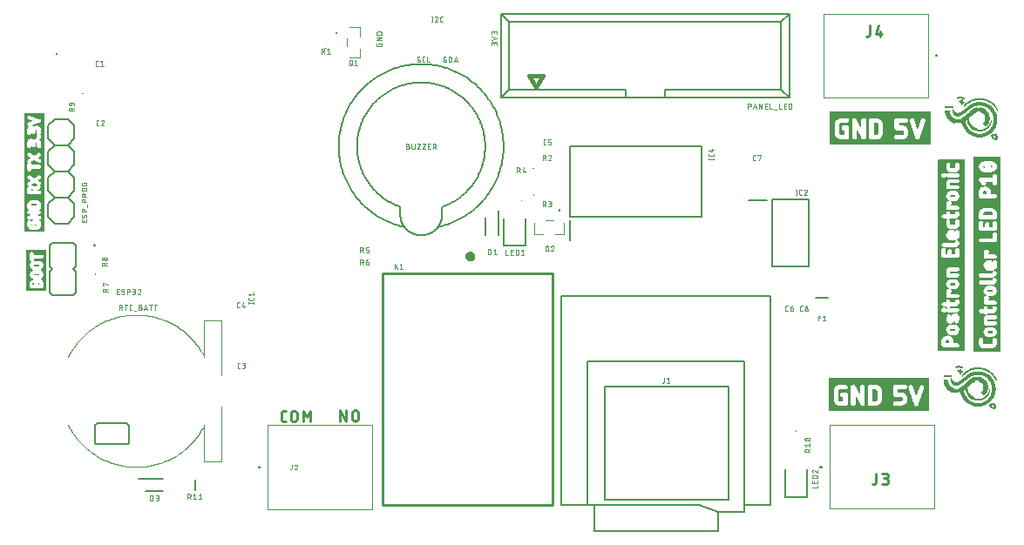
<source format=gbr>
G04 EAGLE Gerber RS-274X export*
G75*
%MOMM*%
%FSLAX34Y34*%
%LPD*%
%INSilkscreen Top*%
%IPPOS*%
%AMOC8*
5,1,8,0,0,1.08239X$1,22.5*%
G01*
%ADD10C,0.076200*%
%ADD11C,0.152400*%
%ADD12C,0.101600*%
%ADD13R,0.025400X0.127000*%
%ADD14R,0.025400X0.203200*%
%ADD15R,0.025400X0.279400*%
%ADD16R,0.025400X0.177800*%
%ADD17R,0.025400X0.355600*%
%ADD18R,0.025400X0.381000*%
%ADD19R,0.025400X0.457200*%
%ADD20R,0.025400X0.736600*%
%ADD21R,0.025400X0.508000*%
%ADD22R,0.025400X0.914400*%
%ADD23R,0.025400X0.558800*%
%ADD24R,0.025400X1.092200*%
%ADD25R,0.025400X0.152400*%
%ADD26R,0.025400X0.584200*%
%ADD27R,0.025400X1.219200*%
%ADD28R,0.025400X1.371600*%
%ADD29R,0.025400X0.228600*%
%ADD30R,0.025400X1.473200*%
%ADD31R,0.025400X1.574800*%
%ADD32R,0.025400X1.651000*%
%ADD33R,0.025400X1.752600*%
%ADD34R,0.025400X1.828800*%
%ADD35R,0.025400X1.905000*%
%ADD36R,0.025400X0.889000*%
%ADD37R,0.025400X0.863600*%
%ADD38R,0.025400X0.711200*%
%ADD39R,0.025400X0.431800*%
%ADD40R,0.025400X0.685800*%
%ADD41R,0.025400X0.635000*%
%ADD42R,0.025400X0.406400*%
%ADD43R,0.025400X0.609600*%
%ADD44R,0.025400X0.330200*%
%ADD45R,0.025400X0.533400*%
%ADD46R,0.025400X0.304800*%
%ADD47R,0.025400X0.254000*%
%ADD48R,0.025400X0.482600*%
%ADD49R,0.025400X0.050800*%
%ADD50R,0.025400X0.838200*%
%ADD51R,0.025400X0.965200*%
%ADD52R,0.025400X1.041400*%
%ADD53R,0.025400X1.117600*%
%ADD54R,0.025400X1.270000*%
%ADD55R,0.025400X1.320800*%
%ADD56R,0.025400X1.422400*%
%ADD57R,0.025400X1.524000*%
%ADD58R,0.025400X1.549400*%
%ADD59R,0.025400X0.660400*%
%ADD60R,0.025400X0.101600*%
%ADD61R,0.025400X0.812800*%
%ADD62R,0.025400X1.295400*%
%ADD63R,0.025400X1.244600*%
%ADD64R,0.025400X1.193800*%
%ADD65R,0.025400X0.076200*%
%ADD66R,0.025400X1.066800*%
%ADD67R,0.025400X0.990600*%
%ADD68R,0.025400X0.025400*%
%ADD69R,0.025400X0.787400*%
%ADD70R,0.025400X0.762000*%
%ADD71C,0.228600*%
%ADD72C,0.100000*%
%ADD73C,0.100000*%
%ADD74C,0.050000*%
%ADD75C,0.254000*%
%ADD76C,0.500000*%
%ADD77C,0.200000*%
%ADD78C,0.127000*%
%ADD79C,0.203200*%
%ADD80C,0.406400*%


D10*
X834885Y105854D02*
X834406Y105791D01*
X832558Y105791D01*
X832558Y106172D01*
X832558Y106934D01*
X832558Y107696D01*
X832558Y108458D01*
X832558Y109220D01*
X832558Y109982D01*
X832558Y110744D01*
X832558Y111506D01*
X832558Y112268D01*
X832558Y113030D01*
X832558Y113792D01*
X832558Y114554D01*
X832558Y115316D01*
X832558Y116078D01*
X832558Y116713D01*
X834406Y116713D01*
X834885Y116650D01*
X835713Y116172D01*
X836192Y115343D01*
X836255Y114864D01*
X836255Y114554D01*
X836255Y113792D01*
X836255Y113030D01*
X836255Y112268D01*
X836255Y111506D01*
X836255Y110744D01*
X836255Y109982D01*
X836255Y109220D01*
X836255Y108458D01*
X836255Y107696D01*
X836255Y107639D01*
X836192Y107161D01*
X835713Y106332D01*
X834885Y105854D01*
X886714Y127508D02*
X886714Y128016D01*
X886714Y127508D02*
X886714Y126746D01*
X886714Y125984D01*
X886714Y125222D01*
X886714Y124460D01*
X886714Y123698D01*
X886714Y122936D01*
X886714Y122174D01*
X886714Y121412D01*
X886714Y120650D01*
X886714Y119888D01*
X886714Y119126D01*
X886714Y118364D01*
X886714Y117602D01*
X886714Y116840D01*
X886714Y116078D01*
X886714Y115316D01*
X886714Y114554D01*
X886714Y113792D01*
X886714Y113030D01*
X886714Y112268D01*
X886714Y111506D01*
X886714Y110744D01*
X886714Y109982D01*
X886714Y109220D01*
X886714Y108458D01*
X886714Y107696D01*
X886714Y106934D01*
X886714Y106172D01*
X886714Y105410D01*
X886714Y104648D01*
X886714Y103886D01*
X886714Y103124D01*
X886714Y102362D01*
X886714Y101600D01*
X886714Y100838D01*
X886714Y100076D01*
X886714Y99314D01*
X886714Y98552D01*
X886714Y97790D01*
X886714Y97028D01*
X886714Y96266D01*
X789940Y96266D02*
X789940Y97028D01*
X789940Y97790D01*
X789940Y98552D01*
X789940Y99314D01*
X789940Y100076D01*
X789940Y100838D01*
X789940Y101600D01*
X789940Y102362D01*
X789940Y103124D01*
X789940Y103886D01*
X789940Y104648D01*
X789940Y105410D01*
X789940Y106172D01*
X789940Y106934D01*
X789940Y107696D01*
X789940Y108458D01*
X789940Y109220D01*
X789940Y109982D01*
X789940Y110744D01*
X789940Y111506D01*
X789940Y112268D01*
X789940Y113030D01*
X789940Y113792D01*
X789940Y114554D01*
X789940Y115316D01*
X789940Y116078D01*
X789940Y116840D01*
X789940Y117602D01*
X789940Y118364D01*
X789940Y119126D01*
X789940Y119888D01*
X789940Y120650D01*
X789940Y121412D01*
X789940Y122174D01*
X789940Y122936D01*
X789940Y123698D01*
X789940Y124460D01*
X789940Y125222D01*
X789940Y125984D01*
X789940Y126746D01*
X789940Y127508D01*
X789940Y128016D01*
X886714Y128016D01*
X877338Y103124D02*
X877406Y102919D01*
X877338Y103124D02*
X882824Y119585D01*
X881836Y121561D01*
X879740Y122259D01*
X879570Y122174D01*
X878046Y121412D01*
X877764Y121271D01*
X874526Y111558D01*
X871289Y121271D01*
X869312Y122259D01*
X867216Y121561D01*
X866228Y119585D01*
X866381Y119126D01*
X866635Y118364D01*
X866889Y117602D01*
X867143Y116840D01*
X867397Y116078D01*
X867651Y115316D01*
X867905Y114554D01*
X868159Y113792D01*
X868413Y113030D01*
X868667Y112268D01*
X868921Y111506D01*
X869175Y110744D01*
X869429Y109982D01*
X869683Y109220D01*
X869937Y108458D01*
X870191Y107696D01*
X870445Y106934D01*
X870699Y106172D01*
X870953Y105410D01*
X871207Y104648D01*
X871461Y103886D01*
X871715Y103124D01*
X871647Y102919D01*
X872056Y102101D01*
X872346Y101233D01*
X872539Y101136D01*
X872635Y100943D01*
X873503Y100654D01*
X874322Y100245D01*
X874526Y100313D01*
X874731Y100245D01*
X875550Y100654D01*
X876418Y100943D01*
X876514Y101136D01*
X876707Y101233D01*
X876997Y102101D01*
X877406Y102919D01*
X860043Y105823D02*
X859798Y105791D01*
X853275Y105791D01*
X852894Y105410D01*
X852132Y104648D01*
X851713Y104229D01*
X851713Y103886D01*
X851713Y103124D01*
X851713Y102362D01*
X851713Y102019D01*
X852132Y101600D01*
X852894Y100838D01*
X853275Y100457D01*
X861481Y100457D01*
X864395Y102140D01*
X866078Y105054D01*
X866078Y105410D01*
X866078Y106172D01*
X866078Y106934D01*
X866078Y107696D01*
X866078Y108458D01*
X866078Y109220D01*
X866078Y109982D01*
X866078Y110225D01*
X864395Y113139D01*
X864395Y113140D01*
X861481Y114822D01*
X857047Y114822D01*
X857047Y115316D01*
X857047Y116078D01*
X857047Y116713D01*
X864515Y116713D01*
X866078Y118275D01*
X866078Y118364D01*
X866078Y119126D01*
X866078Y119888D01*
X866078Y120485D01*
X864515Y122047D01*
X853275Y122047D01*
X852640Y121412D01*
X851878Y120650D01*
X851713Y120485D01*
X851713Y119888D01*
X851713Y119126D01*
X851713Y118364D01*
X851713Y117602D01*
X851713Y116840D01*
X851713Y116078D01*
X851713Y115316D01*
X851713Y114554D01*
X851713Y113792D01*
X851713Y113030D01*
X851713Y112268D01*
X851713Y111506D01*
X851713Y111050D01*
X852019Y110744D01*
X852781Y109982D01*
X853275Y109488D01*
X859798Y109488D01*
X860043Y109456D01*
X860467Y109211D01*
X860711Y108787D01*
X860744Y108543D01*
X860744Y108458D01*
X860744Y107696D01*
X860744Y106934D01*
X860744Y106736D01*
X860711Y106492D01*
X860467Y106068D01*
X860043Y105823D01*
X841589Y116789D02*
X839664Y120122D01*
X836331Y122047D01*
X828786Y122047D01*
X828151Y121412D01*
X827389Y120650D01*
X827224Y120485D01*
X827224Y119888D01*
X827224Y119126D01*
X827224Y118364D01*
X827224Y117602D01*
X827224Y116840D01*
X827224Y116078D01*
X827224Y115316D01*
X827224Y114554D01*
X827224Y113792D01*
X827224Y113030D01*
X827224Y112268D01*
X827224Y111506D01*
X827224Y110744D01*
X827224Y109982D01*
X827224Y109220D01*
X827224Y108458D01*
X827224Y107696D01*
X827224Y106934D01*
X827224Y106172D01*
X827224Y105410D01*
X827224Y104648D01*
X827224Y103886D01*
X827224Y103124D01*
X827224Y102362D01*
X827224Y102019D01*
X827643Y101600D01*
X828405Y100838D01*
X828786Y100457D01*
X836331Y100457D01*
X838310Y101600D01*
X839664Y102382D01*
X841589Y105715D01*
X841589Y106172D01*
X841589Y106934D01*
X841589Y107696D01*
X841589Y108458D01*
X841589Y109220D01*
X841589Y109982D01*
X841589Y110744D01*
X841589Y111506D01*
X841589Y112268D01*
X841589Y113030D01*
X841589Y113792D01*
X841589Y114554D01*
X841589Y115316D01*
X841589Y116078D01*
X841589Y116789D01*
X801761Y114822D02*
X801493Y114554D01*
X800731Y113792D01*
X800199Y113260D01*
X800199Y113030D01*
X800199Y112268D01*
X800199Y111506D01*
X800199Y111050D01*
X800505Y110744D01*
X801267Y109982D01*
X801761Y109488D01*
X802908Y109488D01*
X802908Y109220D01*
X802908Y108458D01*
X802908Y107696D01*
X802908Y106934D01*
X802908Y106172D01*
X802908Y105791D01*
X800156Y105791D01*
X799912Y105823D01*
X799488Y106068D01*
X799243Y106492D01*
X799211Y106736D01*
X799211Y106934D01*
X799211Y107696D01*
X799211Y108458D01*
X799211Y109220D01*
X799211Y109982D01*
X799211Y110744D01*
X799211Y111506D01*
X799211Y112268D01*
X799211Y113030D01*
X799211Y113792D01*
X799211Y114554D01*
X799211Y115316D01*
X799211Y115768D01*
X799243Y116012D01*
X799488Y116436D01*
X799912Y116681D01*
X800156Y116713D01*
X806680Y116713D01*
X806807Y116840D01*
X807569Y117602D01*
X808242Y118275D01*
X808242Y118364D01*
X808242Y119126D01*
X808242Y119888D01*
X808242Y120485D01*
X808077Y120650D01*
X807315Y121412D01*
X806680Y122047D01*
X798474Y122047D01*
X795560Y120364D01*
X794845Y119126D01*
X793877Y117450D01*
X793877Y116840D01*
X793877Y116078D01*
X793877Y115316D01*
X793877Y114554D01*
X793877Y113792D01*
X793877Y113030D01*
X793877Y112268D01*
X793877Y111506D01*
X793877Y110744D01*
X793877Y109982D01*
X793877Y109220D01*
X793877Y108458D01*
X793877Y107696D01*
X793877Y106934D01*
X793877Y106172D01*
X793877Y105410D01*
X793877Y105054D01*
X795560Y102140D01*
X798474Y100457D01*
X806680Y100457D01*
X807061Y100838D01*
X807823Y101600D01*
X808242Y102019D01*
X808242Y102362D01*
X808242Y103124D01*
X808242Y103886D01*
X808242Y104648D01*
X808242Y105410D01*
X808242Y106172D01*
X808242Y106934D01*
X808242Y107696D01*
X808242Y108458D01*
X808242Y109220D01*
X808242Y109982D01*
X808242Y110744D01*
X808242Y111506D01*
X808242Y112268D01*
X808242Y113030D01*
X808242Y113260D01*
X807710Y113792D01*
X806948Y114554D01*
X806680Y114822D01*
X801761Y114822D01*
X810550Y119888D02*
X810550Y120485D01*
X810550Y119888D02*
X810550Y119754D01*
X810349Y119050D01*
X810550Y118689D01*
X810550Y118364D01*
X810550Y117602D01*
X810550Y116840D01*
X810550Y116078D01*
X810550Y115316D01*
X810550Y114554D01*
X810550Y113792D01*
X810550Y113030D01*
X810550Y112268D01*
X810550Y111506D01*
X810550Y110744D01*
X810550Y109982D01*
X810550Y109220D01*
X810550Y108458D01*
X810550Y107696D01*
X810550Y106934D01*
X810550Y106172D01*
X810550Y105410D01*
X810550Y104648D01*
X810550Y103886D01*
X810550Y103124D01*
X810550Y102362D01*
X810550Y102019D01*
X812113Y100457D01*
X814322Y100457D01*
X814703Y100838D01*
X815465Y101600D01*
X815884Y102019D01*
X815884Y102362D01*
X815884Y103124D01*
X815884Y103886D01*
X815884Y104648D01*
X815884Y105410D01*
X815884Y106172D01*
X815884Y106934D01*
X815884Y107696D01*
X815884Y108458D01*
X815884Y109088D01*
X819581Y102433D01*
X819581Y102362D01*
X819581Y102019D01*
X820098Y101502D01*
X820454Y100863D01*
X820851Y100749D01*
X821144Y100457D01*
X821875Y100457D01*
X822578Y100256D01*
X822940Y100457D01*
X823353Y100457D01*
X823734Y100838D01*
X823870Y100974D01*
X824509Y101329D01*
X824623Y101727D01*
X824915Y102019D01*
X824915Y102362D01*
X824915Y102750D01*
X825116Y103454D01*
X824915Y103815D01*
X824915Y103886D01*
X824915Y104648D01*
X824915Y105410D01*
X824915Y106172D01*
X824915Y106934D01*
X824915Y107696D01*
X824915Y108458D01*
X824915Y109220D01*
X824915Y109982D01*
X824915Y110744D01*
X824915Y111506D01*
X824915Y112268D01*
X824915Y113030D01*
X824915Y113792D01*
X824915Y114554D01*
X824915Y115316D01*
X824915Y116078D01*
X824915Y116840D01*
X824915Y117602D01*
X824915Y118364D01*
X824915Y119126D01*
X824915Y119888D01*
X824915Y120485D01*
X824750Y120650D01*
X823988Y121412D01*
X823353Y122047D01*
X821144Y122047D01*
X819581Y120485D01*
X819581Y119888D01*
X819581Y119126D01*
X819581Y118364D01*
X819581Y117602D01*
X819581Y116840D01*
X819581Y116078D01*
X819581Y115316D01*
X819581Y114554D01*
X819581Y113792D01*
X819581Y113416D01*
X815884Y120071D01*
X815884Y120485D01*
X815719Y120650D01*
X815367Y121002D01*
X815012Y121641D01*
X814614Y121755D01*
X814322Y122047D01*
X813591Y122047D01*
X812888Y122248D01*
X812526Y122047D01*
X812113Y122047D01*
X811596Y121530D01*
X810956Y121175D01*
X810843Y120777D01*
X810550Y120485D01*
X789940Y96266D02*
X886714Y96266D01*
X886714Y97028D02*
X789940Y97028D01*
X789940Y97790D02*
X886714Y97790D01*
X886714Y98552D02*
X789940Y98552D01*
X789940Y99314D02*
X886714Y99314D01*
X886714Y100076D02*
X789940Y100076D01*
X789940Y100838D02*
X797814Y100838D01*
X807061Y100838D02*
X811732Y100838D01*
X814703Y100838D02*
X820541Y100838D01*
X823734Y100838D02*
X828405Y100838D01*
X836991Y100838D02*
X852894Y100838D01*
X862141Y100838D02*
X872951Y100838D01*
X876102Y100838D02*
X886714Y100838D01*
X796494Y101600D02*
X789940Y101600D01*
X807823Y101600D02*
X810970Y101600D01*
X815465Y101600D02*
X820001Y101600D01*
X824587Y101600D02*
X827643Y101600D01*
X838310Y101600D02*
X852132Y101600D01*
X863461Y101600D02*
X872223Y101600D01*
X876830Y101600D02*
X886714Y101600D01*
X795431Y102362D02*
X789940Y102362D01*
X808242Y102362D02*
X810550Y102362D01*
X815884Y102362D02*
X819581Y102362D01*
X824915Y102362D02*
X827224Y102362D01*
X839630Y102362D02*
X851713Y102362D01*
X864524Y102362D02*
X871926Y102362D01*
X877127Y102362D02*
X886714Y102362D01*
X794991Y103124D02*
X789940Y103124D01*
X808242Y103124D02*
X810550Y103124D01*
X815884Y103124D02*
X819197Y103124D01*
X825022Y103124D02*
X827224Y103124D01*
X840093Y103124D02*
X851713Y103124D01*
X864963Y103124D02*
X871715Y103124D01*
X877338Y103124D02*
X886714Y103124D01*
X794551Y103886D02*
X789940Y103886D01*
X808242Y103886D02*
X810550Y103886D01*
X815884Y103886D02*
X818774Y103886D01*
X824915Y103886D02*
X827224Y103886D01*
X840533Y103886D02*
X851713Y103886D01*
X865403Y103886D02*
X871461Y103886D01*
X877592Y103886D02*
X886714Y103886D01*
X794111Y104648D02*
X789940Y104648D01*
X808242Y104648D02*
X810550Y104648D01*
X815884Y104648D02*
X818351Y104648D01*
X824915Y104648D02*
X827224Y104648D01*
X840973Y104648D02*
X852132Y104648D01*
X865843Y104648D02*
X871207Y104648D01*
X877846Y104648D02*
X886714Y104648D01*
X793877Y105410D02*
X789940Y105410D01*
X808242Y105410D02*
X810550Y105410D01*
X815884Y105410D02*
X817927Y105410D01*
X824915Y105410D02*
X827224Y105410D01*
X841413Y105410D02*
X852894Y105410D01*
X866078Y105410D02*
X870953Y105410D01*
X878100Y105410D02*
X886714Y105410D01*
X793877Y106172D02*
X789940Y106172D01*
X799428Y106172D02*
X802908Y106172D01*
X808242Y106172D02*
X810550Y106172D01*
X815884Y106172D02*
X817504Y106172D01*
X824915Y106172D02*
X827224Y106172D01*
X832558Y106172D02*
X835436Y106172D01*
X841589Y106172D02*
X860527Y106172D01*
X866078Y106172D02*
X870699Y106172D01*
X878354Y106172D02*
X886714Y106172D01*
X793877Y106934D02*
X789940Y106934D01*
X799211Y106934D02*
X802908Y106934D01*
X808242Y106934D02*
X810550Y106934D01*
X815884Y106934D02*
X817081Y106934D01*
X824915Y106934D02*
X827224Y106934D01*
X832558Y106934D02*
X836061Y106934D01*
X841589Y106934D02*
X860744Y106934D01*
X866078Y106934D02*
X870445Y106934D01*
X878608Y106934D02*
X886714Y106934D01*
X793877Y107696D02*
X789940Y107696D01*
X799211Y107696D02*
X802908Y107696D01*
X808242Y107696D02*
X810550Y107696D01*
X815884Y107696D02*
X816658Y107696D01*
X824915Y107696D02*
X827224Y107696D01*
X832558Y107696D02*
X836255Y107696D01*
X841589Y107696D02*
X860744Y107696D01*
X866078Y107696D02*
X870191Y107696D01*
X878862Y107696D02*
X886714Y107696D01*
X793877Y108458D02*
X789940Y108458D01*
X799211Y108458D02*
X802908Y108458D01*
X808242Y108458D02*
X810550Y108458D01*
X815884Y108458D02*
X816234Y108458D01*
X824915Y108458D02*
X827224Y108458D01*
X832558Y108458D02*
X836255Y108458D01*
X841589Y108458D02*
X860744Y108458D01*
X866078Y108458D02*
X869937Y108458D01*
X879116Y108458D02*
X886714Y108458D01*
X793877Y109220D02*
X789940Y109220D01*
X799211Y109220D02*
X802908Y109220D01*
X808242Y109220D02*
X810550Y109220D01*
X824915Y109220D02*
X827224Y109220D01*
X832558Y109220D02*
X836255Y109220D01*
X841589Y109220D02*
X860452Y109220D01*
X866078Y109220D02*
X869683Y109220D01*
X879370Y109220D02*
X886714Y109220D01*
X793877Y109982D02*
X789940Y109982D01*
X799211Y109982D02*
X801267Y109982D01*
X808242Y109982D02*
X810550Y109982D01*
X824915Y109982D02*
X827224Y109982D01*
X832558Y109982D02*
X836255Y109982D01*
X841589Y109982D02*
X852781Y109982D01*
X866078Y109982D02*
X869429Y109982D01*
X879624Y109982D02*
X886714Y109982D01*
X793877Y110744D02*
X789940Y110744D01*
X799211Y110744D02*
X800505Y110744D01*
X808242Y110744D02*
X810550Y110744D01*
X824915Y110744D02*
X827224Y110744D01*
X832558Y110744D02*
X836255Y110744D01*
X841589Y110744D02*
X852019Y110744D01*
X865778Y110744D02*
X869175Y110744D01*
X879878Y110744D02*
X886714Y110744D01*
X793877Y111506D02*
X789940Y111506D01*
X799211Y111506D02*
X800199Y111506D01*
X808242Y111506D02*
X810550Y111506D01*
X824915Y111506D02*
X827224Y111506D01*
X832558Y111506D02*
X836255Y111506D01*
X841589Y111506D02*
X851713Y111506D01*
X865338Y111506D02*
X868921Y111506D01*
X880132Y111506D02*
X886714Y111506D01*
X793877Y112268D02*
X789940Y112268D01*
X799211Y112268D02*
X800199Y112268D01*
X808242Y112268D02*
X810550Y112268D01*
X824915Y112268D02*
X827224Y112268D01*
X832558Y112268D02*
X836255Y112268D01*
X841589Y112268D02*
X851713Y112268D01*
X864898Y112268D02*
X868667Y112268D01*
X874290Y112268D02*
X874763Y112268D01*
X880386Y112268D02*
X886714Y112268D01*
X793877Y113030D02*
X789940Y113030D01*
X799211Y113030D02*
X800199Y113030D01*
X808242Y113030D02*
X810550Y113030D01*
X824915Y113030D02*
X827224Y113030D01*
X832558Y113030D02*
X836255Y113030D01*
X841589Y113030D02*
X851713Y113030D01*
X864458Y113030D02*
X868413Y113030D01*
X874036Y113030D02*
X875017Y113030D01*
X880640Y113030D02*
X886714Y113030D01*
X793877Y113792D02*
X789940Y113792D01*
X799211Y113792D02*
X800731Y113792D01*
X807710Y113792D02*
X810550Y113792D01*
X819373Y113792D02*
X819581Y113792D01*
X824915Y113792D02*
X827224Y113792D01*
X832558Y113792D02*
X836255Y113792D01*
X841589Y113792D02*
X851713Y113792D01*
X863265Y113792D02*
X868159Y113792D01*
X873782Y113792D02*
X875271Y113792D01*
X880894Y113792D02*
X886714Y113792D01*
X793877Y114554D02*
X789940Y114554D01*
X799211Y114554D02*
X801493Y114554D01*
X806948Y114554D02*
X810550Y114554D01*
X818949Y114554D02*
X819581Y114554D01*
X824915Y114554D02*
X827224Y114554D01*
X832558Y114554D02*
X836255Y114554D01*
X841589Y114554D02*
X851713Y114554D01*
X861945Y114554D02*
X867905Y114554D01*
X873528Y114554D02*
X875525Y114554D01*
X881148Y114554D02*
X886714Y114554D01*
X793877Y115316D02*
X789940Y115316D01*
X799211Y115316D02*
X810550Y115316D01*
X818526Y115316D02*
X819581Y115316D01*
X824915Y115316D02*
X827224Y115316D01*
X832558Y115316D02*
X836195Y115316D01*
X841589Y115316D02*
X851713Y115316D01*
X857047Y115316D02*
X867651Y115316D01*
X873274Y115316D02*
X875779Y115316D01*
X881402Y115316D02*
X886714Y115316D01*
X793877Y116078D02*
X789940Y116078D01*
X799281Y116078D02*
X810550Y116078D01*
X818103Y116078D02*
X819581Y116078D01*
X824915Y116078D02*
X827224Y116078D01*
X832558Y116078D02*
X835767Y116078D01*
X841589Y116078D02*
X851713Y116078D01*
X857047Y116078D02*
X867397Y116078D01*
X873020Y116078D02*
X876033Y116078D01*
X881656Y116078D02*
X886714Y116078D01*
X793877Y116840D02*
X789940Y116840D01*
X806807Y116840D02*
X810550Y116840D01*
X817679Y116840D02*
X819581Y116840D01*
X824915Y116840D02*
X827224Y116840D01*
X841559Y116840D02*
X851713Y116840D01*
X864642Y116840D02*
X867143Y116840D01*
X872766Y116840D02*
X876287Y116840D01*
X881910Y116840D02*
X886714Y116840D01*
X793965Y117602D02*
X789940Y117602D01*
X807569Y117602D02*
X810550Y117602D01*
X817256Y117602D02*
X819581Y117602D01*
X824915Y117602D02*
X827224Y117602D01*
X841119Y117602D02*
X851713Y117602D01*
X865404Y117602D02*
X866889Y117602D01*
X872512Y117602D02*
X876541Y117602D01*
X882164Y117602D02*
X886714Y117602D01*
X794405Y118364D02*
X789940Y118364D01*
X808242Y118364D02*
X810550Y118364D01*
X816833Y118364D02*
X819581Y118364D01*
X824915Y118364D02*
X827224Y118364D01*
X840679Y118364D02*
X851713Y118364D01*
X866078Y118364D02*
X866635Y118364D01*
X872258Y118364D02*
X876795Y118364D01*
X882418Y118364D02*
X886714Y118364D01*
X794845Y119126D02*
X789940Y119126D01*
X808242Y119126D02*
X810371Y119126D01*
X816409Y119126D02*
X819581Y119126D01*
X824915Y119126D02*
X827224Y119126D01*
X840239Y119126D02*
X851713Y119126D01*
X866078Y119126D02*
X866381Y119126D01*
X872004Y119126D02*
X877049Y119126D01*
X882672Y119126D02*
X886714Y119126D01*
X795285Y119888D02*
X789940Y119888D01*
X808242Y119888D02*
X810550Y119888D01*
X815986Y119888D02*
X819581Y119888D01*
X824915Y119888D02*
X827224Y119888D01*
X839800Y119888D02*
X851713Y119888D01*
X866078Y119888D02*
X866380Y119888D01*
X871750Y119888D02*
X877303Y119888D01*
X882673Y119888D02*
X886714Y119888D01*
X796054Y120650D02*
X789940Y120650D01*
X808077Y120650D02*
X810716Y120650D01*
X815719Y120650D02*
X819747Y120650D01*
X824750Y120650D02*
X827389Y120650D01*
X838750Y120650D02*
X851878Y120650D01*
X865912Y120650D02*
X866761Y120650D01*
X871496Y120650D02*
X877557Y120650D01*
X882292Y120650D02*
X886714Y120650D01*
X797374Y121412D02*
X789940Y121412D01*
X807315Y121412D02*
X811383Y121412D01*
X815139Y121412D02*
X820509Y121412D01*
X823988Y121412D02*
X828151Y121412D01*
X837431Y121412D02*
X852640Y121412D01*
X865150Y121412D02*
X867142Y121412D01*
X871007Y121412D02*
X878046Y121412D01*
X881911Y121412D02*
X886714Y121412D01*
X812755Y122174D02*
X789940Y122174D01*
X813146Y122174D02*
X869056Y122174D01*
X869483Y122174D02*
X879570Y122174D01*
X879997Y122174D02*
X886714Y122174D01*
X886714Y122936D02*
X789940Y122936D01*
X789940Y123698D02*
X886714Y123698D01*
X886714Y124460D02*
X789940Y124460D01*
X789940Y125222D02*
X886714Y125222D01*
X886714Y125984D02*
X789940Y125984D01*
X789940Y126746D02*
X886714Y126746D01*
X886714Y127508D02*
X789940Y127508D01*
X835676Y365125D02*
X836155Y365188D01*
X835676Y365125D02*
X833828Y365125D01*
X833828Y365506D01*
X833828Y366268D01*
X833828Y367030D01*
X833828Y367792D01*
X833828Y368554D01*
X833828Y369316D01*
X833828Y370078D01*
X833828Y370840D01*
X833828Y371602D01*
X833828Y372364D01*
X833828Y373126D01*
X833828Y373888D01*
X833828Y374650D01*
X833828Y375412D01*
X833828Y376047D01*
X835676Y376047D01*
X836155Y375984D01*
X836983Y375506D01*
X837462Y374677D01*
X837525Y374198D01*
X837525Y373888D01*
X837525Y373126D01*
X837525Y372364D01*
X837525Y371602D01*
X837525Y370840D01*
X837525Y370078D01*
X837525Y369316D01*
X837525Y368554D01*
X837525Y367792D01*
X837525Y367030D01*
X837525Y366973D01*
X837462Y366495D01*
X836983Y365666D01*
X836155Y365188D01*
X887984Y386842D02*
X887984Y387350D01*
X887984Y386842D02*
X887984Y386080D01*
X887984Y385318D01*
X887984Y384556D01*
X887984Y383794D01*
X887984Y383032D01*
X887984Y382270D01*
X887984Y381508D01*
X887984Y380746D01*
X887984Y379984D01*
X887984Y379222D01*
X887984Y378460D01*
X887984Y377698D01*
X887984Y376936D01*
X887984Y376174D01*
X887984Y375412D01*
X887984Y374650D01*
X887984Y373888D01*
X887984Y373126D01*
X887984Y372364D01*
X887984Y371602D01*
X887984Y370840D01*
X887984Y370078D01*
X887984Y369316D01*
X887984Y368554D01*
X887984Y367792D01*
X887984Y367030D01*
X887984Y366268D01*
X887984Y365506D01*
X887984Y364744D01*
X887984Y363982D01*
X887984Y363220D01*
X887984Y362458D01*
X887984Y361696D01*
X887984Y360934D01*
X887984Y360172D01*
X887984Y359410D01*
X887984Y358648D01*
X887984Y357886D01*
X887984Y357124D01*
X887984Y356362D01*
X887984Y355600D01*
X791210Y355600D02*
X791210Y356362D01*
X791210Y357124D01*
X791210Y357886D01*
X791210Y358648D01*
X791210Y359410D01*
X791210Y360172D01*
X791210Y360934D01*
X791210Y361696D01*
X791210Y362458D01*
X791210Y363220D01*
X791210Y363982D01*
X791210Y364744D01*
X791210Y365506D01*
X791210Y366268D01*
X791210Y367030D01*
X791210Y367792D01*
X791210Y368554D01*
X791210Y369316D01*
X791210Y370078D01*
X791210Y370840D01*
X791210Y371602D01*
X791210Y372364D01*
X791210Y373126D01*
X791210Y373888D01*
X791210Y374650D01*
X791210Y375412D01*
X791210Y376174D01*
X791210Y376936D01*
X791210Y377698D01*
X791210Y378460D01*
X791210Y379222D01*
X791210Y379984D01*
X791210Y380746D01*
X791210Y381508D01*
X791210Y382270D01*
X791210Y383032D01*
X791210Y383794D01*
X791210Y384556D01*
X791210Y385318D01*
X791210Y386080D01*
X791210Y386842D01*
X791210Y387350D01*
X887984Y387350D01*
X878608Y362458D02*
X878676Y362253D01*
X878608Y362458D02*
X884094Y378919D01*
X883106Y380895D01*
X881010Y381593D01*
X880840Y381508D01*
X879316Y380746D01*
X879034Y380605D01*
X875796Y370892D01*
X872559Y380605D01*
X870582Y381593D01*
X868486Y380895D01*
X867498Y378919D01*
X867651Y378460D01*
X867905Y377698D01*
X868159Y376936D01*
X868413Y376174D01*
X868667Y375412D01*
X868921Y374650D01*
X869175Y373888D01*
X869429Y373126D01*
X869683Y372364D01*
X869937Y371602D01*
X870191Y370840D01*
X870445Y370078D01*
X870699Y369316D01*
X870953Y368554D01*
X871207Y367792D01*
X871461Y367030D01*
X871715Y366268D01*
X871969Y365506D01*
X872223Y364744D01*
X872477Y363982D01*
X872731Y363220D01*
X872985Y362458D01*
X872917Y362253D01*
X873326Y361435D01*
X873616Y360567D01*
X873809Y360470D01*
X873905Y360277D01*
X874773Y359988D01*
X875592Y359579D01*
X875796Y359647D01*
X876001Y359579D01*
X876820Y359988D01*
X877688Y360277D01*
X877784Y360470D01*
X877977Y360567D01*
X878267Y361435D01*
X878676Y362253D01*
X861313Y365157D02*
X861068Y365125D01*
X854545Y365125D01*
X854164Y364744D01*
X853402Y363982D01*
X852983Y363563D01*
X852983Y363220D01*
X852983Y362458D01*
X852983Y361696D01*
X852983Y361353D01*
X853402Y360934D01*
X854164Y360172D01*
X854545Y359791D01*
X862751Y359791D01*
X865665Y361474D01*
X867348Y364388D01*
X867348Y364744D01*
X867348Y365506D01*
X867348Y366268D01*
X867348Y367030D01*
X867348Y367792D01*
X867348Y368554D01*
X867348Y369316D01*
X867348Y369559D01*
X865665Y372473D01*
X865665Y372474D01*
X862751Y374156D01*
X858317Y374156D01*
X858317Y374650D01*
X858317Y375412D01*
X858317Y376047D01*
X865785Y376047D01*
X867348Y377609D01*
X867348Y377698D01*
X867348Y378460D01*
X867348Y379222D01*
X867348Y379819D01*
X865785Y381381D01*
X854545Y381381D01*
X853910Y380746D01*
X853148Y379984D01*
X852983Y379819D01*
X852983Y379222D01*
X852983Y378460D01*
X852983Y377698D01*
X852983Y376936D01*
X852983Y376174D01*
X852983Y375412D01*
X852983Y374650D01*
X852983Y373888D01*
X852983Y373126D01*
X852983Y372364D01*
X852983Y371602D01*
X852983Y370840D01*
X852983Y370384D01*
X853289Y370078D01*
X854051Y369316D01*
X854545Y368822D01*
X861068Y368822D01*
X861313Y368790D01*
X861737Y368545D01*
X861981Y368121D01*
X862014Y367877D01*
X862014Y367792D01*
X862014Y367030D01*
X862014Y366268D01*
X862014Y366070D01*
X861981Y365826D01*
X861737Y365402D01*
X861313Y365157D01*
X842859Y376123D02*
X840934Y379456D01*
X837601Y381381D01*
X830056Y381381D01*
X829421Y380746D01*
X828659Y379984D01*
X828494Y379819D01*
X828494Y379222D01*
X828494Y378460D01*
X828494Y377698D01*
X828494Y376936D01*
X828494Y376174D01*
X828494Y375412D01*
X828494Y374650D01*
X828494Y373888D01*
X828494Y373126D01*
X828494Y372364D01*
X828494Y371602D01*
X828494Y370840D01*
X828494Y370078D01*
X828494Y369316D01*
X828494Y368554D01*
X828494Y367792D01*
X828494Y367030D01*
X828494Y366268D01*
X828494Y365506D01*
X828494Y364744D01*
X828494Y363982D01*
X828494Y363220D01*
X828494Y362458D01*
X828494Y361696D01*
X828494Y361353D01*
X828913Y360934D01*
X829675Y360172D01*
X830056Y359791D01*
X837601Y359791D01*
X839580Y360934D01*
X840934Y361716D01*
X842859Y365049D01*
X842859Y365506D01*
X842859Y366268D01*
X842859Y367030D01*
X842859Y367792D01*
X842859Y368554D01*
X842859Y369316D01*
X842859Y370078D01*
X842859Y370840D01*
X842859Y371602D01*
X842859Y372364D01*
X842859Y373126D01*
X842859Y373888D01*
X842859Y374650D01*
X842859Y375412D01*
X842859Y376123D01*
X803031Y374156D02*
X802763Y373888D01*
X802001Y373126D01*
X801469Y372594D01*
X801469Y372364D01*
X801469Y371602D01*
X801469Y370840D01*
X801469Y370384D01*
X801775Y370078D01*
X802537Y369316D01*
X803031Y368822D01*
X804178Y368822D01*
X804178Y368554D01*
X804178Y367792D01*
X804178Y367030D01*
X804178Y366268D01*
X804178Y365506D01*
X804178Y365125D01*
X801426Y365125D01*
X801182Y365157D01*
X800758Y365402D01*
X800513Y365826D01*
X800481Y366070D01*
X800481Y366268D01*
X800481Y367030D01*
X800481Y367792D01*
X800481Y368554D01*
X800481Y369316D01*
X800481Y370078D01*
X800481Y370840D01*
X800481Y371602D01*
X800481Y372364D01*
X800481Y373126D01*
X800481Y373888D01*
X800481Y374650D01*
X800481Y375102D01*
X800513Y375346D01*
X800758Y375770D01*
X801182Y376015D01*
X801426Y376047D01*
X807950Y376047D01*
X808077Y376174D01*
X808839Y376936D01*
X809512Y377609D01*
X809512Y377698D01*
X809512Y378460D01*
X809512Y379222D01*
X809512Y379819D01*
X809347Y379984D01*
X808585Y380746D01*
X807950Y381381D01*
X799744Y381381D01*
X796830Y379698D01*
X796115Y378460D01*
X795147Y376784D01*
X795147Y376174D01*
X795147Y375412D01*
X795147Y374650D01*
X795147Y373888D01*
X795147Y373126D01*
X795147Y372364D01*
X795147Y371602D01*
X795147Y370840D01*
X795147Y370078D01*
X795147Y369316D01*
X795147Y368554D01*
X795147Y367792D01*
X795147Y367030D01*
X795147Y366268D01*
X795147Y365506D01*
X795147Y364744D01*
X795147Y364388D01*
X796830Y361474D01*
X799744Y359791D01*
X807950Y359791D01*
X808331Y360172D01*
X809093Y360934D01*
X809512Y361353D01*
X809512Y361696D01*
X809512Y362458D01*
X809512Y363220D01*
X809512Y363982D01*
X809512Y364744D01*
X809512Y365506D01*
X809512Y366268D01*
X809512Y367030D01*
X809512Y367792D01*
X809512Y368554D01*
X809512Y369316D01*
X809512Y370078D01*
X809512Y370840D01*
X809512Y371602D01*
X809512Y372364D01*
X809512Y372594D01*
X808980Y373126D01*
X808218Y373888D01*
X807950Y374156D01*
X803031Y374156D01*
X811820Y379222D02*
X811820Y379819D01*
X811820Y379222D02*
X811820Y379088D01*
X811619Y378384D01*
X811820Y378023D01*
X811820Y377698D01*
X811820Y376936D01*
X811820Y376174D01*
X811820Y375412D01*
X811820Y374650D01*
X811820Y373888D01*
X811820Y373126D01*
X811820Y372364D01*
X811820Y371602D01*
X811820Y370840D01*
X811820Y370078D01*
X811820Y369316D01*
X811820Y368554D01*
X811820Y367792D01*
X811820Y367030D01*
X811820Y366268D01*
X811820Y365506D01*
X811820Y364744D01*
X811820Y363982D01*
X811820Y363220D01*
X811820Y362458D01*
X811820Y361696D01*
X811820Y361353D01*
X813383Y359791D01*
X815592Y359791D01*
X815973Y360172D01*
X816735Y360934D01*
X817154Y361353D01*
X817154Y361696D01*
X817154Y362458D01*
X817154Y363220D01*
X817154Y363982D01*
X817154Y364744D01*
X817154Y365506D01*
X817154Y366268D01*
X817154Y367030D01*
X817154Y367792D01*
X817154Y368422D01*
X820851Y361767D01*
X820851Y361696D01*
X820851Y361353D01*
X821368Y360836D01*
X821724Y360197D01*
X822121Y360083D01*
X822414Y359791D01*
X823145Y359791D01*
X823848Y359590D01*
X824210Y359791D01*
X824623Y359791D01*
X825004Y360172D01*
X825140Y360308D01*
X825779Y360663D01*
X825893Y361061D01*
X826185Y361353D01*
X826185Y361696D01*
X826185Y362084D01*
X826386Y362788D01*
X826185Y363149D01*
X826185Y363220D01*
X826185Y363982D01*
X826185Y364744D01*
X826185Y365506D01*
X826185Y366268D01*
X826185Y367030D01*
X826185Y367792D01*
X826185Y368554D01*
X826185Y369316D01*
X826185Y370078D01*
X826185Y370840D01*
X826185Y371602D01*
X826185Y372364D01*
X826185Y373126D01*
X826185Y373888D01*
X826185Y374650D01*
X826185Y375412D01*
X826185Y376174D01*
X826185Y376936D01*
X826185Y377698D01*
X826185Y378460D01*
X826185Y379222D01*
X826185Y379819D01*
X826020Y379984D01*
X825258Y380746D01*
X824623Y381381D01*
X822414Y381381D01*
X820851Y379819D01*
X820851Y379222D01*
X820851Y378460D01*
X820851Y377698D01*
X820851Y376936D01*
X820851Y376174D01*
X820851Y375412D01*
X820851Y374650D01*
X820851Y373888D01*
X820851Y373126D01*
X820851Y372750D01*
X817154Y379405D01*
X817154Y379819D01*
X816989Y379984D01*
X816637Y380336D01*
X816282Y380975D01*
X815884Y381089D01*
X815592Y381381D01*
X814861Y381381D01*
X814158Y381582D01*
X813796Y381381D01*
X813383Y381381D01*
X812866Y380864D01*
X812226Y380509D01*
X812113Y380111D01*
X811820Y379819D01*
X791210Y355600D02*
X887984Y355600D01*
X887984Y356362D02*
X791210Y356362D01*
X791210Y357124D02*
X887984Y357124D01*
X887984Y357886D02*
X791210Y357886D01*
X791210Y358648D02*
X887984Y358648D01*
X887984Y359410D02*
X791210Y359410D01*
X791210Y360172D02*
X799084Y360172D01*
X808331Y360172D02*
X813002Y360172D01*
X815973Y360172D02*
X821811Y360172D01*
X825004Y360172D02*
X829675Y360172D01*
X838261Y360172D02*
X854164Y360172D01*
X863411Y360172D02*
X874221Y360172D01*
X877372Y360172D02*
X887984Y360172D01*
X797764Y360934D02*
X791210Y360934D01*
X809093Y360934D02*
X812240Y360934D01*
X816735Y360934D02*
X821271Y360934D01*
X825857Y360934D02*
X828913Y360934D01*
X839580Y360934D02*
X853402Y360934D01*
X864731Y360934D02*
X873493Y360934D01*
X878100Y360934D02*
X887984Y360934D01*
X796701Y361696D02*
X791210Y361696D01*
X809512Y361696D02*
X811820Y361696D01*
X817154Y361696D02*
X820851Y361696D01*
X826185Y361696D02*
X828494Y361696D01*
X840900Y361696D02*
X852983Y361696D01*
X865794Y361696D02*
X873196Y361696D01*
X878397Y361696D02*
X887984Y361696D01*
X796261Y362458D02*
X791210Y362458D01*
X809512Y362458D02*
X811820Y362458D01*
X817154Y362458D02*
X820467Y362458D01*
X826292Y362458D02*
X828494Y362458D01*
X841363Y362458D02*
X852983Y362458D01*
X866233Y362458D02*
X872985Y362458D01*
X878608Y362458D02*
X887984Y362458D01*
X795821Y363220D02*
X791210Y363220D01*
X809512Y363220D02*
X811820Y363220D01*
X817154Y363220D02*
X820044Y363220D01*
X826185Y363220D02*
X828494Y363220D01*
X841803Y363220D02*
X852983Y363220D01*
X866673Y363220D02*
X872731Y363220D01*
X878862Y363220D02*
X887984Y363220D01*
X795381Y363982D02*
X791210Y363982D01*
X809512Y363982D02*
X811820Y363982D01*
X817154Y363982D02*
X819621Y363982D01*
X826185Y363982D02*
X828494Y363982D01*
X842243Y363982D02*
X853402Y363982D01*
X867113Y363982D02*
X872477Y363982D01*
X879116Y363982D02*
X887984Y363982D01*
X795147Y364744D02*
X791210Y364744D01*
X809512Y364744D02*
X811820Y364744D01*
X817154Y364744D02*
X819197Y364744D01*
X826185Y364744D02*
X828494Y364744D01*
X842683Y364744D02*
X854164Y364744D01*
X867348Y364744D02*
X872223Y364744D01*
X879370Y364744D02*
X887984Y364744D01*
X795147Y365506D02*
X791210Y365506D01*
X800698Y365506D02*
X804178Y365506D01*
X809512Y365506D02*
X811820Y365506D01*
X817154Y365506D02*
X818774Y365506D01*
X826185Y365506D02*
X828494Y365506D01*
X833828Y365506D02*
X836706Y365506D01*
X842859Y365506D02*
X861797Y365506D01*
X867348Y365506D02*
X871969Y365506D01*
X879624Y365506D02*
X887984Y365506D01*
X795147Y366268D02*
X791210Y366268D01*
X800481Y366268D02*
X804178Y366268D01*
X809512Y366268D02*
X811820Y366268D01*
X817154Y366268D02*
X818351Y366268D01*
X826185Y366268D02*
X828494Y366268D01*
X833828Y366268D02*
X837331Y366268D01*
X842859Y366268D02*
X862014Y366268D01*
X867348Y366268D02*
X871715Y366268D01*
X879878Y366268D02*
X887984Y366268D01*
X795147Y367030D02*
X791210Y367030D01*
X800481Y367030D02*
X804178Y367030D01*
X809512Y367030D02*
X811820Y367030D01*
X817154Y367030D02*
X817928Y367030D01*
X826185Y367030D02*
X828494Y367030D01*
X833828Y367030D02*
X837525Y367030D01*
X842859Y367030D02*
X862014Y367030D01*
X867348Y367030D02*
X871461Y367030D01*
X880132Y367030D02*
X887984Y367030D01*
X795147Y367792D02*
X791210Y367792D01*
X800481Y367792D02*
X804178Y367792D01*
X809512Y367792D02*
X811820Y367792D01*
X817154Y367792D02*
X817504Y367792D01*
X826185Y367792D02*
X828494Y367792D01*
X833828Y367792D02*
X837525Y367792D01*
X842859Y367792D02*
X862014Y367792D01*
X867348Y367792D02*
X871207Y367792D01*
X880386Y367792D02*
X887984Y367792D01*
X795147Y368554D02*
X791210Y368554D01*
X800481Y368554D02*
X804178Y368554D01*
X809512Y368554D02*
X811820Y368554D01*
X826185Y368554D02*
X828494Y368554D01*
X833828Y368554D02*
X837525Y368554D01*
X842859Y368554D02*
X861722Y368554D01*
X867348Y368554D02*
X870953Y368554D01*
X880640Y368554D02*
X887984Y368554D01*
X795147Y369316D02*
X791210Y369316D01*
X800481Y369316D02*
X802537Y369316D01*
X809512Y369316D02*
X811820Y369316D01*
X826185Y369316D02*
X828494Y369316D01*
X833828Y369316D02*
X837525Y369316D01*
X842859Y369316D02*
X854051Y369316D01*
X867348Y369316D02*
X870699Y369316D01*
X880894Y369316D02*
X887984Y369316D01*
X795147Y370078D02*
X791210Y370078D01*
X800481Y370078D02*
X801775Y370078D01*
X809512Y370078D02*
X811820Y370078D01*
X826185Y370078D02*
X828494Y370078D01*
X833828Y370078D02*
X837525Y370078D01*
X842859Y370078D02*
X853289Y370078D01*
X867048Y370078D02*
X870445Y370078D01*
X881148Y370078D02*
X887984Y370078D01*
X795147Y370840D02*
X791210Y370840D01*
X800481Y370840D02*
X801469Y370840D01*
X809512Y370840D02*
X811820Y370840D01*
X826185Y370840D02*
X828494Y370840D01*
X833828Y370840D02*
X837525Y370840D01*
X842859Y370840D02*
X852983Y370840D01*
X866608Y370840D02*
X870191Y370840D01*
X881402Y370840D02*
X887984Y370840D01*
X795147Y371602D02*
X791210Y371602D01*
X800481Y371602D02*
X801469Y371602D01*
X809512Y371602D02*
X811820Y371602D01*
X826185Y371602D02*
X828494Y371602D01*
X833828Y371602D02*
X837525Y371602D01*
X842859Y371602D02*
X852983Y371602D01*
X866168Y371602D02*
X869937Y371602D01*
X875560Y371602D02*
X876033Y371602D01*
X881656Y371602D02*
X887984Y371602D01*
X795147Y372364D02*
X791210Y372364D01*
X800481Y372364D02*
X801469Y372364D01*
X809512Y372364D02*
X811820Y372364D01*
X826185Y372364D02*
X828494Y372364D01*
X833828Y372364D02*
X837525Y372364D01*
X842859Y372364D02*
X852983Y372364D01*
X865728Y372364D02*
X869683Y372364D01*
X875306Y372364D02*
X876287Y372364D01*
X881910Y372364D02*
X887984Y372364D01*
X795147Y373126D02*
X791210Y373126D01*
X800481Y373126D02*
X802001Y373126D01*
X808980Y373126D02*
X811820Y373126D01*
X820643Y373126D02*
X820851Y373126D01*
X826185Y373126D02*
X828494Y373126D01*
X833828Y373126D02*
X837525Y373126D01*
X842859Y373126D02*
X852983Y373126D01*
X864535Y373126D02*
X869429Y373126D01*
X875052Y373126D02*
X876541Y373126D01*
X882164Y373126D02*
X887984Y373126D01*
X795147Y373888D02*
X791210Y373888D01*
X800481Y373888D02*
X802763Y373888D01*
X808218Y373888D02*
X811820Y373888D01*
X820219Y373888D02*
X820851Y373888D01*
X826185Y373888D02*
X828494Y373888D01*
X833828Y373888D02*
X837525Y373888D01*
X842859Y373888D02*
X852983Y373888D01*
X863215Y373888D02*
X869175Y373888D01*
X874798Y373888D02*
X876795Y373888D01*
X882418Y373888D02*
X887984Y373888D01*
X795147Y374650D02*
X791210Y374650D01*
X800481Y374650D02*
X811820Y374650D01*
X819796Y374650D02*
X820851Y374650D01*
X826185Y374650D02*
X828494Y374650D01*
X833828Y374650D02*
X837465Y374650D01*
X842859Y374650D02*
X852983Y374650D01*
X858317Y374650D02*
X868921Y374650D01*
X874544Y374650D02*
X877049Y374650D01*
X882672Y374650D02*
X887984Y374650D01*
X795147Y375412D02*
X791210Y375412D01*
X800551Y375412D02*
X811820Y375412D01*
X819373Y375412D02*
X820851Y375412D01*
X826185Y375412D02*
X828494Y375412D01*
X833828Y375412D02*
X837037Y375412D01*
X842859Y375412D02*
X852983Y375412D01*
X858317Y375412D02*
X868667Y375412D01*
X874290Y375412D02*
X877303Y375412D01*
X882926Y375412D02*
X887984Y375412D01*
X795147Y376174D02*
X791210Y376174D01*
X808077Y376174D02*
X811820Y376174D01*
X818949Y376174D02*
X820851Y376174D01*
X826185Y376174D02*
X828494Y376174D01*
X842829Y376174D02*
X852983Y376174D01*
X865912Y376174D02*
X868413Y376174D01*
X874036Y376174D02*
X877557Y376174D01*
X883180Y376174D02*
X887984Y376174D01*
X795235Y376936D02*
X791210Y376936D01*
X808839Y376936D02*
X811820Y376936D01*
X818526Y376936D02*
X820851Y376936D01*
X826185Y376936D02*
X828494Y376936D01*
X842389Y376936D02*
X852983Y376936D01*
X866674Y376936D02*
X868159Y376936D01*
X873782Y376936D02*
X877811Y376936D01*
X883434Y376936D02*
X887984Y376936D01*
X795675Y377698D02*
X791210Y377698D01*
X809512Y377698D02*
X811820Y377698D01*
X818103Y377698D02*
X820851Y377698D01*
X826185Y377698D02*
X828494Y377698D01*
X841949Y377698D02*
X852983Y377698D01*
X867348Y377698D02*
X867905Y377698D01*
X873528Y377698D02*
X878065Y377698D01*
X883688Y377698D02*
X887984Y377698D01*
X796115Y378460D02*
X791210Y378460D01*
X809512Y378460D02*
X811641Y378460D01*
X817679Y378460D02*
X820851Y378460D01*
X826185Y378460D02*
X828494Y378460D01*
X841509Y378460D02*
X852983Y378460D01*
X867348Y378460D02*
X867651Y378460D01*
X873274Y378460D02*
X878319Y378460D01*
X883942Y378460D02*
X887984Y378460D01*
X796555Y379222D02*
X791210Y379222D01*
X809512Y379222D02*
X811820Y379222D01*
X817256Y379222D02*
X820851Y379222D01*
X826185Y379222D02*
X828494Y379222D01*
X841070Y379222D02*
X852983Y379222D01*
X867348Y379222D02*
X867650Y379222D01*
X873020Y379222D02*
X878573Y379222D01*
X883943Y379222D02*
X887984Y379222D01*
X797324Y379984D02*
X791210Y379984D01*
X809347Y379984D02*
X811986Y379984D01*
X816989Y379984D02*
X821017Y379984D01*
X826020Y379984D02*
X828659Y379984D01*
X840020Y379984D02*
X853148Y379984D01*
X867182Y379984D02*
X868031Y379984D01*
X872766Y379984D02*
X878827Y379984D01*
X883562Y379984D02*
X887984Y379984D01*
X798644Y380746D02*
X791210Y380746D01*
X808585Y380746D02*
X812653Y380746D01*
X816409Y380746D02*
X821779Y380746D01*
X825258Y380746D02*
X829421Y380746D01*
X838701Y380746D02*
X853910Y380746D01*
X866420Y380746D02*
X868412Y380746D01*
X872277Y380746D02*
X879316Y380746D01*
X883181Y380746D02*
X887984Y380746D01*
X814025Y381508D02*
X791210Y381508D01*
X814416Y381508D02*
X870326Y381508D01*
X870753Y381508D02*
X880840Y381508D01*
X881267Y381508D02*
X887984Y381508D01*
X887984Y382270D02*
X791210Y382270D01*
X791210Y383032D02*
X887984Y383032D01*
X887984Y383794D02*
X791210Y383794D01*
X791210Y384556D02*
X887984Y384556D01*
X887984Y385318D02*
X791210Y385318D01*
X791210Y386080D02*
X887984Y386080D01*
X887984Y386842D02*
X791210Y386842D01*
X15762Y310925D02*
X15240Y310925D01*
X15113Y310925D01*
X15113Y311250D01*
X15129Y311350D01*
X15247Y311512D01*
X15438Y311574D01*
X15621Y311515D01*
X15762Y311232D01*
X15762Y310925D01*
X18933Y314770D02*
X20545Y315576D01*
X18933Y314770D02*
X18464Y315415D01*
X15641Y316332D01*
X17526Y317589D01*
X20545Y315576D01*
X19290Y277380D02*
X19290Y277153D01*
X19290Y277380D02*
X19812Y277380D01*
X19939Y277380D01*
X19939Y276731D01*
X19812Y276731D01*
X19050Y276731D01*
X18868Y276731D01*
X19050Y276913D01*
X19290Y277153D01*
X15140Y276731D02*
X15113Y276757D01*
X15113Y276731D02*
X15140Y276731D01*
X15113Y276731D02*
X15113Y276757D01*
X14915Y280810D02*
X13813Y281912D01*
X14478Y281912D01*
X15240Y281912D01*
X16002Y281912D01*
X16018Y281912D01*
X14915Y280810D01*
X15113Y296238D02*
X15113Y296562D01*
X15124Y296646D01*
X15208Y296792D01*
X15354Y296876D01*
X15438Y296887D01*
X16002Y296887D01*
X16764Y296887D01*
X17526Y296887D01*
X18288Y296887D01*
X19050Y296887D01*
X19615Y296887D01*
X19698Y296876D01*
X19844Y296792D01*
X19928Y296646D01*
X19939Y296563D01*
X19939Y296238D01*
X19812Y296238D01*
X19050Y296238D01*
X18288Y296238D01*
X17526Y296238D01*
X16764Y296238D01*
X16002Y296238D01*
X15240Y296238D01*
X15113Y296238D01*
X9144Y385064D02*
X8890Y385064D01*
X9144Y385064D02*
X9906Y385064D01*
X10668Y385064D01*
X11430Y385064D01*
X12192Y385064D01*
X12954Y385064D01*
X13716Y385064D01*
X14478Y385064D01*
X15240Y385064D01*
X16002Y385064D01*
X16764Y385064D01*
X17526Y385064D01*
X18288Y385064D01*
X19050Y385064D01*
X19812Y385064D01*
X20574Y385064D01*
X21336Y385064D01*
X22098Y385064D01*
X22860Y385064D01*
X23622Y385064D01*
X24384Y385064D01*
X25146Y385064D01*
X25908Y385064D01*
X26670Y385064D01*
X27178Y385064D01*
X27178Y270764D01*
X26670Y270764D01*
X25908Y270764D01*
X25146Y270764D01*
X24384Y270764D01*
X23622Y270764D01*
X22860Y270764D01*
X22098Y270764D01*
X21336Y270764D01*
X20574Y270764D01*
X19812Y270764D01*
X19050Y270764D01*
X18288Y270764D01*
X17526Y270764D01*
X16764Y270764D01*
X16002Y270764D01*
X15240Y270764D01*
X14478Y270764D01*
X13716Y270764D01*
X12954Y270764D01*
X12192Y270764D01*
X11430Y270764D01*
X10668Y270764D01*
X9906Y270764D01*
X9144Y270764D01*
X8890Y270764D01*
X8890Y385064D01*
X10771Y344038D02*
X13405Y342282D01*
X10771Y340526D01*
X10400Y338669D01*
X10668Y338267D01*
X11002Y337766D01*
X10668Y337432D01*
X10541Y337305D01*
X10541Y330190D01*
X10668Y330063D01*
X11430Y329301D01*
X11880Y328851D01*
X12192Y328851D01*
X12954Y328851D01*
X13716Y328851D01*
X13774Y328851D01*
X14478Y329555D01*
X15113Y330190D01*
X15113Y331462D01*
X15240Y331462D01*
X16002Y331462D01*
X16764Y331462D01*
X17526Y331462D01*
X18288Y331462D01*
X19050Y331462D01*
X19812Y331462D01*
X20574Y331462D01*
X21336Y331462D01*
X22098Y331462D01*
X22860Y331462D01*
X23172Y331462D01*
X23622Y331912D01*
X24384Y332674D01*
X24511Y332801D01*
X24511Y334695D01*
X24384Y334822D01*
X23622Y335584D01*
X23172Y336034D01*
X22860Y336034D01*
X22098Y336034D01*
X21336Y336034D01*
X20574Y336034D01*
X19812Y336034D01*
X19050Y336034D01*
X18288Y336034D01*
X17526Y336034D01*
X16764Y336034D01*
X16002Y336034D01*
X15240Y336034D01*
X15113Y336034D01*
X15113Y337305D01*
X14740Y337678D01*
X17526Y339535D01*
X21745Y336722D01*
X23602Y337094D01*
X23622Y337124D01*
X24384Y338267D01*
X24652Y338669D01*
X24281Y340526D01*
X21647Y342282D01*
X24281Y344038D01*
X24652Y345895D01*
X23602Y347471D01*
X21745Y347842D01*
X17526Y345030D01*
X13307Y347842D01*
X11450Y347471D01*
X10400Y345895D01*
X10771Y344038D01*
X13743Y272159D02*
X14478Y272159D01*
X15240Y272159D01*
X16002Y272159D01*
X16764Y272159D01*
X17526Y272159D01*
X18288Y272159D01*
X19050Y272159D01*
X19812Y272159D01*
X20574Y272159D01*
X21309Y272159D01*
X23339Y273331D01*
X24384Y275141D01*
X24511Y275361D01*
X24511Y280613D01*
X24384Y280740D01*
X23622Y281502D01*
X23192Y281932D01*
X23622Y282362D01*
X24384Y283124D01*
X24511Y283251D01*
X24511Y285145D01*
X24384Y285272D01*
X23622Y286034D01*
X23172Y286484D01*
X22860Y286484D01*
X22098Y286484D01*
X21649Y286484D01*
X22817Y287133D01*
X22860Y287133D01*
X23172Y287133D01*
X23615Y287576D01*
X24163Y287881D01*
X24260Y288222D01*
X24511Y288472D01*
X24511Y289099D01*
X24683Y289702D01*
X24511Y290012D01*
X24511Y290366D01*
X24384Y290493D01*
X24068Y290809D01*
X23763Y291357D01*
X23423Y291455D01*
X23192Y291686D01*
X23622Y292116D01*
X24384Y292878D01*
X24511Y293005D01*
X24511Y297874D01*
X24384Y298094D01*
X23199Y300147D01*
X20926Y301459D01*
X20574Y301459D01*
X19812Y301459D01*
X19050Y301459D01*
X18288Y301459D01*
X17526Y301459D01*
X16764Y301459D01*
X16002Y301459D01*
X15240Y301459D01*
X14478Y301459D01*
X14126Y301459D01*
X11853Y300147D01*
X10668Y298094D01*
X10541Y297874D01*
X10541Y293005D01*
X10668Y292878D01*
X11430Y292116D01*
X11860Y291686D01*
X10541Y290366D01*
X10541Y288472D01*
X11880Y287133D01*
X12192Y287133D01*
X12954Y287133D01*
X13403Y287133D01*
X12235Y286484D01*
X12192Y286484D01*
X11880Y286484D01*
X11437Y286041D01*
X10889Y285737D01*
X10792Y285396D01*
X10668Y285272D01*
X10541Y285145D01*
X10541Y284518D01*
X10369Y283916D01*
X10541Y283606D01*
X10541Y283251D01*
X10668Y283124D01*
X10984Y282808D01*
X11289Y282260D01*
X11629Y282163D01*
X11860Y281932D01*
X11430Y281502D01*
X10668Y280740D01*
X10541Y280613D01*
X10541Y275361D01*
X10668Y275141D01*
X11713Y273331D01*
X13743Y272159D01*
X23172Y306353D02*
X23622Y306803D01*
X24384Y307565D01*
X24511Y307692D01*
X24511Y309586D01*
X24384Y309713D01*
X23622Y310475D01*
X23172Y310925D01*
X22860Y310925D01*
X22098Y310925D01*
X21466Y310925D01*
X22098Y311241D01*
X22860Y311622D01*
X23622Y312003D01*
X24094Y312239D01*
X24693Y314036D01*
X23908Y315607D01*
X24652Y316724D01*
X24281Y318581D01*
X21647Y320337D01*
X24281Y322092D01*
X24652Y323950D01*
X24384Y324352D01*
X23622Y325495D01*
X23602Y325525D01*
X21745Y325897D01*
X17526Y323084D01*
X13307Y325897D01*
X11450Y325525D01*
X11430Y325495D01*
X10668Y324352D01*
X10400Y323950D01*
X10771Y322092D01*
X13405Y320337D01*
X10771Y318581D01*
X10400Y316724D01*
X11430Y315178D01*
X11450Y315148D01*
X12120Y315014D01*
X10541Y312841D01*
X10541Y307692D01*
X10668Y307565D01*
X11430Y306803D01*
X11880Y306353D01*
X12192Y306353D01*
X12954Y306353D01*
X13716Y306353D01*
X14478Y306353D01*
X15240Y306353D01*
X16002Y306353D01*
X16764Y306353D01*
X17526Y306353D01*
X18288Y306353D01*
X19050Y306353D01*
X19812Y306353D01*
X20574Y306353D01*
X21336Y306353D01*
X22098Y306353D01*
X22860Y306353D01*
X23172Y306353D01*
X19939Y356303D02*
X19923Y356403D01*
X19939Y356303D02*
X19939Y352745D01*
X20574Y352110D01*
X21278Y351406D01*
X21336Y351406D01*
X22098Y351406D01*
X22860Y351406D01*
X23172Y351406D01*
X23622Y351856D01*
X24384Y352618D01*
X24511Y352745D01*
X24511Y357894D01*
X22867Y360157D01*
X23172Y360157D01*
X23622Y360607D01*
X24384Y361369D01*
X24511Y361496D01*
X24511Y363912D01*
X23693Y364729D01*
X24384Y365420D01*
X24511Y365547D01*
X24511Y370695D01*
X22641Y373270D01*
X19614Y374253D01*
X17224Y373476D01*
X16167Y373819D01*
X22225Y375839D01*
X22400Y375780D01*
X22860Y376010D01*
X23102Y376131D01*
X23846Y376379D01*
X23929Y376544D01*
X24094Y376627D01*
X24342Y377371D01*
X24384Y377455D01*
X24693Y378073D01*
X24635Y378248D01*
X24693Y378424D01*
X24342Y379125D01*
X24094Y379870D01*
X23929Y379952D01*
X23846Y380118D01*
X23102Y380366D01*
X22400Y380716D01*
X22225Y380658D01*
X12652Y383849D01*
X12192Y383619D01*
X11430Y383238D01*
X10958Y383002D01*
X10359Y381206D01*
X11206Y379512D01*
X14996Y378248D01*
X11206Y376985D01*
X10668Y375909D01*
X10359Y375291D01*
X10668Y374364D01*
X10958Y373494D01*
X11430Y373258D01*
X11956Y372995D01*
X10541Y371048D01*
X10541Y365547D01*
X10668Y365420D01*
X11430Y364658D01*
X11880Y364208D01*
X12192Y364208D01*
X12954Y364208D01*
X13716Y364208D01*
X13774Y364208D01*
X14478Y364912D01*
X15113Y365547D01*
X15113Y366196D01*
X15240Y366069D01*
X16002Y365307D01*
X16057Y365252D01*
X16764Y365252D01*
X17526Y365252D01*
X17951Y365252D01*
X18288Y365589D01*
X19050Y366351D01*
X19290Y366591D01*
X19290Y369104D01*
X19306Y369205D01*
X19424Y369367D01*
X19614Y369429D01*
X19805Y369367D01*
X19923Y369205D01*
X19939Y369104D01*
X19939Y365547D01*
X20496Y364990D01*
X19417Y363912D01*
X19417Y361496D01*
X19499Y361414D01*
X17224Y360675D01*
X14915Y361425D01*
X12212Y360546D01*
X10541Y358246D01*
X10541Y352745D01*
X10668Y352618D01*
X11430Y351856D01*
X11880Y351406D01*
X12192Y351406D01*
X12954Y351406D01*
X13716Y351406D01*
X13774Y351406D01*
X14478Y352110D01*
X15113Y352745D01*
X15113Y353395D01*
X15240Y353268D01*
X16002Y352506D01*
X16057Y352451D01*
X16764Y352451D01*
X17526Y352451D01*
X17951Y352451D01*
X18288Y352788D01*
X19050Y353550D01*
X19290Y353790D01*
X19290Y356303D01*
X19306Y356403D01*
X19424Y356565D01*
X19614Y356627D01*
X19805Y356565D01*
X19923Y356403D01*
X26670Y385064D02*
X26670Y270764D01*
X25908Y270764D02*
X25908Y385064D01*
X25146Y385064D02*
X25146Y270764D01*
X24384Y270764D02*
X24384Y275141D01*
X24384Y280740D02*
X24384Y283124D01*
X24384Y285272D02*
X24384Y288345D01*
X24384Y290493D02*
X24384Y292878D01*
X24384Y298094D02*
X24384Y307565D01*
X24384Y309713D02*
X24384Y313108D01*
X24384Y314654D02*
X24384Y316321D01*
X24384Y318065D02*
X24384Y322608D01*
X24384Y324352D02*
X24384Y332674D01*
X24384Y334822D02*
X24384Y338267D01*
X24384Y340011D02*
X24384Y344553D01*
X24384Y346297D02*
X24384Y352618D01*
X24384Y358069D02*
X24384Y361369D01*
X24384Y364039D02*
X24384Y365420D01*
X24384Y370870D02*
X24384Y377455D01*
X24384Y379042D02*
X24384Y385064D01*
X23622Y273821D02*
X23622Y270764D01*
X23622Y281502D02*
X23622Y282362D01*
X23622Y286034D02*
X23622Y287580D01*
X23622Y291398D02*
X23622Y292116D01*
X23622Y299414D02*
X23622Y306803D01*
X23622Y310475D02*
X23622Y312003D01*
X23622Y319020D02*
X23622Y321653D01*
X23622Y325495D02*
X23622Y331912D01*
X23622Y335584D02*
X23622Y337124D01*
X23622Y340966D02*
X23622Y343599D01*
X23622Y347440D02*
X23622Y351856D01*
X23622Y359117D02*
X23622Y360607D01*
X23622Y371919D02*
X23622Y376304D01*
X23622Y380192D02*
X23622Y385064D01*
X22860Y273054D02*
X22860Y270764D01*
X22860Y286484D02*
X22860Y287133D01*
X22860Y300343D02*
X22860Y306353D01*
X22860Y310925D02*
X22860Y311622D01*
X22860Y319528D02*
X22860Y321145D01*
X22860Y325674D02*
X22860Y331462D01*
X22860Y336034D02*
X22860Y336945D01*
X22860Y341474D02*
X22860Y343091D01*
X22860Y347619D02*
X22860Y351406D01*
X22860Y372968D02*
X22860Y376010D01*
X22860Y380487D02*
X22860Y385064D01*
X22098Y272614D02*
X22098Y270764D01*
X22098Y286484D02*
X22098Y286734D01*
X22098Y300783D02*
X22098Y306353D01*
X22098Y310925D02*
X22098Y311241D01*
X22098Y320036D02*
X22098Y320637D01*
X22098Y325826D02*
X22098Y331462D01*
X22098Y336034D02*
X22098Y336793D01*
X22098Y341982D02*
X22098Y342583D01*
X22098Y347771D02*
X22098Y351406D01*
X22098Y373446D02*
X22098Y375796D01*
X22098Y380700D02*
X22098Y385064D01*
X21336Y272174D02*
X21336Y270764D01*
X21336Y301223D02*
X21336Y306353D01*
X21336Y325624D02*
X21336Y331462D01*
X21336Y336034D02*
X21336Y336995D01*
X21336Y347570D02*
X21336Y351406D01*
X21336Y373694D02*
X21336Y375542D01*
X21336Y380954D02*
X21336Y385064D01*
X20574Y272159D02*
X20574Y270764D01*
X20574Y301459D02*
X20574Y306353D01*
X20574Y325116D02*
X20574Y331462D01*
X20574Y336034D02*
X20574Y337503D01*
X20574Y347062D02*
X20574Y352110D01*
X20574Y373941D02*
X20574Y375288D01*
X20574Y381208D02*
X20574Y385064D01*
X19812Y272159D02*
X19812Y270764D01*
X19812Y276731D02*
X19812Y277380D01*
X19812Y296238D02*
X19812Y296810D01*
X19812Y301459D02*
X19812Y306353D01*
X19812Y315210D02*
X19812Y316065D01*
X19812Y324608D02*
X19812Y331462D01*
X19812Y336034D02*
X19812Y338011D01*
X19812Y346554D02*
X19812Y356556D01*
X19812Y364307D02*
X19812Y369358D01*
X19812Y374189D02*
X19812Y375034D01*
X19812Y381462D02*
X19812Y385064D01*
X19050Y272159D02*
X19050Y270764D01*
X19050Y276731D02*
X19050Y276913D01*
X19050Y296238D02*
X19050Y296887D01*
X19050Y301459D02*
X19050Y306353D01*
X19050Y314829D02*
X19050Y316573D01*
X19050Y324100D02*
X19050Y331462D01*
X19050Y336034D02*
X19050Y338519D01*
X19050Y346046D02*
X19050Y353550D01*
X19050Y361268D02*
X19050Y366351D01*
X19050Y374069D02*
X19050Y374780D01*
X19050Y381716D02*
X19050Y385064D01*
X18288Y272159D02*
X18288Y270764D01*
X18288Y296238D02*
X18288Y296887D01*
X18288Y301459D02*
X18288Y306353D01*
X18288Y315472D02*
X18288Y317081D01*
X18288Y323592D02*
X18288Y331462D01*
X18288Y336034D02*
X18288Y339027D01*
X18288Y345538D02*
X18288Y352788D01*
X18288Y361020D02*
X18288Y365589D01*
X18288Y373822D02*
X18288Y374526D01*
X18288Y381970D02*
X18288Y385064D01*
X17526Y272159D02*
X17526Y270764D01*
X17526Y296238D02*
X17526Y296887D01*
X17526Y301459D02*
X17526Y306353D01*
X17526Y315720D02*
X17526Y317589D01*
X17526Y323084D02*
X17526Y331462D01*
X17526Y336034D02*
X17526Y339535D01*
X17526Y345030D02*
X17526Y352451D01*
X17526Y360773D02*
X17526Y365252D01*
X17526Y373574D02*
X17526Y374272D01*
X17526Y382224D02*
X17526Y385064D01*
X16764Y272159D02*
X16764Y270764D01*
X16764Y296238D02*
X16764Y296887D01*
X16764Y301459D02*
X16764Y306353D01*
X16764Y315967D02*
X16764Y317081D01*
X16764Y323592D02*
X16764Y331462D01*
X16764Y336034D02*
X16764Y339027D01*
X16764Y345538D02*
X16764Y352451D01*
X16764Y360824D02*
X16764Y365252D01*
X16764Y373625D02*
X16764Y374018D01*
X16764Y382478D02*
X16764Y385064D01*
X16002Y272159D02*
X16002Y270764D01*
X16002Y281897D02*
X16002Y281912D01*
X16002Y296238D02*
X16002Y296887D01*
X16002Y301459D02*
X16002Y306353D01*
X16002Y316215D02*
X16002Y316573D01*
X16002Y324100D02*
X16002Y331462D01*
X16002Y336034D02*
X16002Y338519D01*
X16002Y346046D02*
X16002Y352506D01*
X16002Y361071D02*
X16002Y365307D01*
X16002Y382732D02*
X16002Y385064D01*
X15240Y272159D02*
X15240Y270764D01*
X15240Y281135D02*
X15240Y281912D01*
X15240Y296238D02*
X15240Y296810D01*
X15240Y301459D02*
X15240Y306353D01*
X15240Y310925D02*
X15240Y311503D01*
X15240Y324608D02*
X15240Y331462D01*
X15240Y336034D02*
X15240Y338011D01*
X15240Y346554D02*
X15240Y353268D01*
X15240Y361319D02*
X15240Y366069D01*
X15240Y382986D02*
X15240Y385064D01*
X14478Y272159D02*
X14478Y270764D01*
X14478Y281248D02*
X14478Y281912D01*
X14478Y301459D02*
X14478Y306353D01*
X14478Y325116D02*
X14478Y329555D01*
X14478Y347062D02*
X14478Y352110D01*
X14478Y361282D02*
X14478Y364912D01*
X14478Y378076D02*
X14478Y378421D01*
X14478Y383240D02*
X14478Y385064D01*
X13716Y272174D02*
X13716Y270764D01*
X13716Y301223D02*
X13716Y306353D01*
X13716Y325624D02*
X13716Y328851D01*
X13716Y347570D02*
X13716Y351406D01*
X13716Y361035D02*
X13716Y364208D01*
X13716Y377822D02*
X13716Y378675D01*
X13716Y383494D02*
X13716Y385064D01*
X12954Y272614D02*
X12954Y270764D01*
X12954Y286884D02*
X12954Y287133D01*
X12954Y300783D02*
X12954Y306353D01*
X12954Y320036D02*
X12954Y320637D01*
X12954Y325826D02*
X12954Y328851D01*
X12954Y341982D02*
X12954Y342583D01*
X12954Y347771D02*
X12954Y351406D01*
X12954Y360787D02*
X12954Y364208D01*
X12954Y377568D02*
X12954Y378929D01*
X12954Y383748D02*
X12954Y385064D01*
X12192Y273054D02*
X12192Y270764D01*
X12192Y286484D02*
X12192Y287133D01*
X12192Y300343D02*
X12192Y306353D01*
X12192Y319528D02*
X12192Y321145D01*
X12192Y325674D02*
X12192Y328851D01*
X12192Y341474D02*
X12192Y343091D01*
X12192Y347619D02*
X12192Y351406D01*
X12192Y360519D02*
X12192Y364208D01*
X12192Y377314D02*
X12192Y379183D01*
X12192Y383619D02*
X12192Y385064D01*
X11430Y273821D02*
X11430Y270764D01*
X11430Y281502D02*
X11430Y282220D01*
X11430Y286037D02*
X11430Y287584D01*
X11430Y291255D02*
X11430Y292116D01*
X11430Y299414D02*
X11430Y306803D01*
X11430Y314064D02*
X11430Y315178D01*
X11430Y319020D02*
X11430Y321653D01*
X11430Y325495D02*
X11430Y329301D01*
X11430Y340966D02*
X11430Y343599D01*
X11430Y347440D02*
X11430Y351856D01*
X11430Y359470D02*
X11430Y364658D01*
X11430Y372271D02*
X11430Y373258D01*
X11430Y377060D02*
X11430Y379437D01*
X11430Y383238D02*
X11430Y385064D01*
X10668Y275141D02*
X10668Y270764D01*
X10668Y280740D02*
X10668Y283124D01*
X10668Y285272D02*
X10668Y288346D01*
X10668Y290493D02*
X10668Y292878D01*
X10668Y298094D02*
X10668Y307565D01*
X10668Y313016D02*
X10668Y316321D01*
X10668Y318065D02*
X10668Y322608D01*
X10668Y324352D02*
X10668Y330063D01*
X10668Y337432D02*
X10668Y338267D01*
X10668Y340011D02*
X10668Y344554D01*
X10668Y346297D02*
X10668Y352618D01*
X10668Y358421D02*
X10668Y365420D01*
X10668Y371223D02*
X10668Y374364D01*
X10668Y375909D02*
X10668Y380587D01*
X10668Y382133D02*
X10668Y385064D01*
X9906Y385064D02*
X9906Y270764D01*
X9144Y270764D02*
X9144Y385064D01*
X21964Y220170D02*
X21846Y220008D01*
X21964Y220170D02*
X22154Y220232D01*
X22345Y220170D01*
X22463Y220008D01*
X22479Y219908D01*
X22479Y219583D01*
X21844Y219583D01*
X21830Y219583D01*
X21830Y219908D01*
X21846Y220008D01*
X22255Y228307D02*
X22417Y228425D01*
X22255Y228307D02*
X22154Y228291D01*
X21844Y228291D01*
X21082Y228291D01*
X20320Y228291D01*
X19558Y228291D01*
X18796Y228291D01*
X18034Y228291D01*
X17978Y228291D01*
X17877Y228307D01*
X17715Y228425D01*
X17653Y228616D01*
X17715Y228806D01*
X17877Y228924D01*
X17977Y228940D01*
X18034Y228940D01*
X18796Y228940D01*
X19558Y228940D01*
X20320Y228940D01*
X21082Y228940D01*
X21844Y228940D01*
X22155Y228940D01*
X22255Y228924D01*
X22417Y228806D01*
X22479Y228615D01*
X22417Y228425D01*
X22255Y237451D02*
X22417Y237569D01*
X22255Y237451D02*
X22154Y237435D01*
X21844Y237435D01*
X21082Y237435D01*
X20320Y237435D01*
X19558Y237435D01*
X18796Y237435D01*
X18034Y237435D01*
X17978Y237435D01*
X17877Y237451D01*
X17715Y237569D01*
X17653Y237760D01*
X17715Y237950D01*
X17877Y238068D01*
X17977Y238084D01*
X18034Y238084D01*
X18796Y238084D01*
X19558Y238084D01*
X20320Y238084D01*
X21082Y238084D01*
X21844Y238084D01*
X22154Y238084D01*
X22255Y238068D01*
X22417Y237950D01*
X22479Y237759D01*
X22417Y237569D01*
X11176Y252730D02*
X10414Y252730D01*
X11176Y252730D02*
X11938Y252730D01*
X12700Y252730D01*
X13462Y252730D01*
X14224Y252730D01*
X14986Y252730D01*
X15748Y252730D01*
X16510Y252730D01*
X17272Y252730D01*
X18034Y252730D01*
X18796Y252730D01*
X19558Y252730D01*
X20320Y252730D01*
X21082Y252730D01*
X21844Y252730D01*
X22606Y252730D01*
X23368Y252730D01*
X24130Y252730D01*
X24892Y252730D01*
X25654Y252730D01*
X26416Y252730D01*
X27178Y252730D01*
X27940Y252730D01*
X28448Y252730D01*
X28448Y213614D01*
X27940Y213614D01*
X27178Y213614D01*
X26416Y213614D01*
X25654Y213614D01*
X24892Y213614D01*
X24130Y213614D01*
X23368Y213614D01*
X22606Y213614D01*
X21844Y213614D01*
X21082Y213614D01*
X20320Y213614D01*
X19558Y213614D01*
X18796Y213614D01*
X18034Y213614D01*
X17272Y213614D01*
X16510Y213614D01*
X15748Y213614D01*
X14986Y213614D01*
X14224Y213614D01*
X13462Y213614D01*
X12700Y213614D01*
X11938Y213614D01*
X11176Y213614D01*
X10414Y213614D01*
X10414Y252730D01*
X25712Y244008D02*
X26416Y244712D01*
X27051Y245347D01*
X27051Y247241D01*
X26416Y247876D01*
X25712Y248580D01*
X25654Y248580D01*
X24892Y248580D01*
X24130Y248580D01*
X23368Y248580D01*
X22606Y248580D01*
X21844Y248580D01*
X21082Y248580D01*
X20320Y248580D01*
X19558Y248580D01*
X18796Y248580D01*
X18034Y248580D01*
X17653Y248580D01*
X17653Y249851D01*
X17272Y250232D01*
X16510Y250994D01*
X16314Y251190D01*
X15748Y251190D01*
X14986Y251190D01*
X14420Y251190D01*
X14224Y250994D01*
X13462Y250232D01*
X13081Y249851D01*
X13081Y242736D01*
X13462Y242355D01*
X14224Y241593D01*
X14420Y241397D01*
X14654Y241397D01*
X13812Y240786D01*
X12829Y237760D01*
X12829Y237759D01*
X13812Y234733D01*
X15940Y233187D01*
X13812Y231642D01*
X12829Y228616D01*
X12829Y228615D01*
X13812Y225589D01*
X15967Y224024D01*
X14752Y223629D01*
X13081Y221329D01*
X13081Y216350D01*
X13462Y215969D01*
X14224Y215207D01*
X14420Y215011D01*
X14986Y215011D01*
X15748Y215011D01*
X16510Y215011D01*
X17272Y215011D01*
X18034Y215011D01*
X18796Y215011D01*
X19558Y215011D01*
X20320Y215011D01*
X21082Y215011D01*
X21844Y215011D01*
X22606Y215011D01*
X23368Y215011D01*
X24130Y215011D01*
X24892Y215011D01*
X25654Y215011D01*
X25712Y215011D01*
X26416Y215715D01*
X27051Y216350D01*
X27051Y221499D01*
X25181Y224073D01*
X24525Y224286D01*
X26320Y225589D01*
X27303Y228615D01*
X26320Y231642D01*
X24192Y233187D01*
X26320Y234733D01*
X27303Y237759D01*
X27303Y237760D01*
X26320Y240786D01*
X23745Y242656D01*
X23368Y242656D01*
X22606Y242656D01*
X21844Y242656D01*
X21082Y242656D01*
X20320Y242656D01*
X19558Y242656D01*
X18796Y242656D01*
X18034Y242656D01*
X17573Y242656D01*
X17653Y242736D01*
X17653Y244008D01*
X18034Y244008D01*
X18796Y244008D01*
X19558Y244008D01*
X20320Y244008D01*
X21082Y244008D01*
X21844Y244008D01*
X22606Y244008D01*
X23368Y244008D01*
X24130Y244008D01*
X24892Y244008D01*
X25654Y244008D01*
X25712Y244008D01*
X27940Y252730D02*
X27940Y213614D01*
X27178Y213614D02*
X27178Y228231D01*
X27178Y229000D02*
X27178Y237375D01*
X27178Y238144D02*
X27178Y252730D01*
X26416Y215715D02*
X26416Y213614D01*
X26416Y222373D02*
X26416Y225886D01*
X26416Y231345D02*
X26416Y235030D01*
X26416Y240489D02*
X26416Y244712D01*
X26416Y247876D02*
X26416Y252730D01*
X25654Y215011D02*
X25654Y213614D01*
X25654Y223421D02*
X25654Y225106D01*
X25654Y232125D02*
X25654Y234250D01*
X25654Y241269D02*
X25654Y244008D01*
X25654Y248580D02*
X25654Y252730D01*
X24892Y215011D02*
X24892Y213614D01*
X24892Y224167D02*
X24892Y224552D01*
X24892Y232679D02*
X24892Y233696D01*
X24892Y241823D02*
X24892Y244008D01*
X24892Y248580D02*
X24892Y252730D01*
X24130Y215011D02*
X24130Y213614D01*
X24130Y242377D02*
X24130Y244008D01*
X24130Y248580D02*
X24130Y252730D01*
X23368Y215011D02*
X23368Y213614D01*
X23368Y242656D02*
X23368Y244008D01*
X23368Y248580D02*
X23368Y252730D01*
X22606Y215011D02*
X22606Y213614D01*
X22606Y242656D02*
X22606Y244008D01*
X22606Y248580D02*
X22606Y252730D01*
X21844Y215011D02*
X21844Y213614D01*
X21844Y219583D02*
X21844Y219997D01*
X21844Y228291D02*
X21844Y228940D01*
X21844Y237435D02*
X21844Y238084D01*
X21844Y242656D02*
X21844Y244008D01*
X21844Y248580D02*
X21844Y252730D01*
X21082Y215011D02*
X21082Y213614D01*
X21082Y228291D02*
X21082Y228940D01*
X21082Y237435D02*
X21082Y238084D01*
X21082Y242656D02*
X21082Y244008D01*
X21082Y248580D02*
X21082Y252730D01*
X20320Y215011D02*
X20320Y213614D01*
X20320Y228291D02*
X20320Y228940D01*
X20320Y237435D02*
X20320Y238084D01*
X20320Y242656D02*
X20320Y244008D01*
X20320Y248580D02*
X20320Y252730D01*
X19558Y215011D02*
X19558Y213614D01*
X19558Y228291D02*
X19558Y228940D01*
X19558Y237435D02*
X19558Y238084D01*
X19558Y242656D02*
X19558Y244008D01*
X19558Y248580D02*
X19558Y252730D01*
X18796Y215011D02*
X18796Y213614D01*
X18796Y228291D02*
X18796Y228940D01*
X18796Y237435D02*
X18796Y238084D01*
X18796Y242656D02*
X18796Y244008D01*
X18796Y248580D02*
X18796Y252730D01*
X18034Y215011D02*
X18034Y213614D01*
X18034Y228291D02*
X18034Y228940D01*
X18034Y237435D02*
X18034Y238084D01*
X18034Y242656D02*
X18034Y244008D01*
X18034Y248580D02*
X18034Y252730D01*
X17272Y215011D02*
X17272Y213614D01*
X17272Y250232D02*
X17272Y252730D01*
X16510Y215011D02*
X16510Y213614D01*
X16510Y250994D02*
X16510Y252730D01*
X15748Y215011D02*
X15748Y213614D01*
X15748Y223952D02*
X15748Y224183D01*
X15748Y233048D02*
X15748Y233327D01*
X15748Y251190D02*
X15748Y252730D01*
X14986Y215011D02*
X14986Y213614D01*
X14986Y223705D02*
X14986Y224737D01*
X14986Y232494D02*
X14986Y233881D01*
X14986Y251190D02*
X14986Y252730D01*
X14224Y215207D02*
X14224Y213614D01*
X14224Y222902D02*
X14224Y225290D01*
X14224Y231941D02*
X14224Y234434D01*
X14224Y241085D02*
X14224Y241593D01*
X14224Y250994D02*
X14224Y252730D01*
X13462Y215969D02*
X13462Y213614D01*
X13462Y221853D02*
X13462Y226667D01*
X13462Y230564D02*
X13462Y235811D01*
X13462Y239708D02*
X13462Y242355D01*
X13462Y250232D02*
X13462Y252730D01*
X12700Y252730D02*
X12700Y213614D01*
X11938Y213614D02*
X11938Y252730D01*
X11176Y252730D02*
X11176Y213614D01*
X16764Y219583D02*
X17399Y219583D01*
X16510Y219583D02*
X16510Y219997D01*
X17399Y219908D02*
X17399Y219583D01*
X17265Y220170D02*
X17074Y220232D01*
X16630Y220170D02*
X16512Y220008D01*
X16820Y220232D02*
X17011Y220170D01*
X911626Y304658D02*
X911887Y304848D01*
X911626Y304658D02*
X911465Y304633D01*
X911098Y304633D01*
X910336Y304633D01*
X909574Y304633D01*
X908812Y304633D01*
X908530Y304633D01*
X908368Y304659D01*
X908107Y304848D01*
X908008Y305155D01*
X908107Y305462D01*
X908368Y305652D01*
X908530Y305677D01*
X908812Y305677D01*
X909574Y305677D01*
X910336Y305677D01*
X911098Y305677D01*
X911465Y305677D01*
X911626Y305652D01*
X911887Y305462D01*
X911987Y305155D01*
X911887Y304848D01*
X911626Y174509D02*
X911465Y174484D01*
X911098Y174484D01*
X910336Y174484D01*
X909574Y174484D01*
X908812Y174484D01*
X908530Y174484D01*
X908368Y174509D01*
X908107Y174699D01*
X908008Y175006D01*
X908107Y175313D01*
X908368Y175502D01*
X908530Y175528D01*
X908812Y175528D01*
X909574Y175528D01*
X910336Y175528D01*
X911098Y175528D01*
X911465Y175528D01*
X911626Y175502D01*
X911887Y175313D01*
X911987Y175006D01*
X911887Y174699D01*
X911626Y174509D01*
X905599Y164680D02*
X904861Y164920D01*
X905599Y164680D02*
X906055Y164052D01*
X906117Y163664D01*
X906117Y162408D01*
X905764Y162408D01*
X905002Y162408D01*
X904240Y162408D01*
X903605Y162408D01*
X903605Y163664D01*
X903666Y164052D01*
X904123Y164680D01*
X904861Y164920D01*
X911626Y218888D02*
X911887Y219078D01*
X911626Y218888D02*
X911465Y218862D01*
X911098Y218862D01*
X910336Y218862D01*
X909574Y218862D01*
X908812Y218862D01*
X908530Y218862D01*
X908368Y218888D01*
X908107Y219078D01*
X908008Y219384D01*
X908107Y219691D01*
X908368Y219881D01*
X908530Y219907D01*
X908812Y219907D01*
X909574Y219907D01*
X910336Y219907D01*
X911098Y219907D01*
X911465Y219907D01*
X911626Y219881D01*
X911887Y219691D01*
X911987Y219384D01*
X911887Y219078D01*
X895858Y339090D02*
X895919Y339550D01*
X896096Y339979D01*
X896379Y340347D01*
X896747Y340630D01*
X897176Y340807D01*
X897636Y340868D01*
X898144Y340868D01*
X898906Y340868D01*
X899668Y340868D01*
X900430Y340868D01*
X901192Y340868D01*
X901954Y340868D01*
X902716Y340868D01*
X903478Y340868D01*
X904240Y340868D01*
X905002Y340868D01*
X905764Y340868D01*
X906526Y340868D01*
X907288Y340868D01*
X908050Y340868D01*
X908812Y340868D01*
X909574Y340868D01*
X910336Y340868D01*
X911098Y340868D01*
X911860Y340868D01*
X912622Y340868D01*
X913384Y340868D01*
X914146Y340868D01*
X914908Y340868D01*
X915670Y340868D01*
X916432Y340868D01*
X917194Y340868D01*
X917956Y340868D01*
X918718Y340868D01*
X919480Y340868D01*
X919988Y340868D01*
X920380Y340806D01*
X920735Y340625D01*
X921004Y340356D01*
X921015Y340345D01*
X921196Y339990D01*
X921258Y339598D01*
X921258Y155702D01*
X921208Y155388D01*
X921064Y155105D01*
X921004Y155045D01*
X920839Y154880D01*
X920556Y154736D01*
X920242Y154686D01*
X919480Y154686D01*
X918718Y154686D01*
X917956Y154686D01*
X917194Y154686D01*
X916432Y154686D01*
X915670Y154686D01*
X914908Y154686D01*
X914146Y154686D01*
X913384Y154686D01*
X912622Y154686D01*
X911860Y154686D01*
X911098Y154686D01*
X910336Y154686D01*
X909574Y154686D01*
X908812Y154686D01*
X908050Y154686D01*
X907288Y154686D01*
X906526Y154686D01*
X905764Y154686D01*
X905002Y154686D01*
X904240Y154686D01*
X903478Y154686D01*
X902716Y154686D01*
X901954Y154686D01*
X901192Y154686D01*
X900430Y154686D01*
X899668Y154686D01*
X898906Y154686D01*
X898144Y154686D01*
X897382Y154686D01*
X896620Y154686D01*
X896385Y154723D01*
X896172Y154832D01*
X896004Y155000D01*
X895895Y155213D01*
X895858Y155448D01*
X895858Y339090D01*
X916813Y312742D02*
X915400Y311328D01*
X916813Y312742D02*
X916813Y314741D01*
X916432Y315122D01*
X915670Y315884D01*
X915400Y316154D01*
X914908Y316154D01*
X914146Y316154D01*
X913384Y316154D01*
X912622Y316154D01*
X911860Y316154D01*
X911098Y316154D01*
X910336Y316154D01*
X909574Y316154D01*
X908812Y316154D01*
X908050Y316154D01*
X908008Y316154D01*
X908008Y317199D01*
X908050Y317199D01*
X908812Y317199D01*
X909574Y317199D01*
X910336Y317199D01*
X911098Y317199D01*
X911860Y317199D01*
X912622Y317199D01*
X913384Y317199D01*
X914146Y317199D01*
X914908Y317199D01*
X915400Y317199D01*
X915670Y317469D01*
X916432Y318231D01*
X916813Y318612D01*
X916813Y320611D01*
X915400Y322025D01*
X914908Y322025D01*
X914146Y322025D01*
X913384Y322025D01*
X912622Y322025D01*
X911860Y322025D01*
X911098Y322025D01*
X910336Y322025D01*
X909574Y322025D01*
X908812Y322025D01*
X908050Y322025D01*
X907288Y322025D01*
X906526Y322025D01*
X905885Y322025D01*
X905764Y321904D01*
X905002Y321142D01*
X904240Y320380D01*
X903478Y319618D01*
X903182Y319322D01*
X903182Y312742D01*
X904595Y311328D01*
X905002Y311328D01*
X905764Y311328D01*
X906526Y311328D01*
X907288Y311328D01*
X908050Y311328D01*
X908812Y311328D01*
X909574Y311328D01*
X910336Y311328D01*
X911098Y311328D01*
X911860Y311328D01*
X912622Y311328D01*
X913384Y311328D01*
X914146Y311328D01*
X914908Y311328D01*
X915400Y311328D01*
X916432Y254141D02*
X916813Y253760D01*
X916432Y254141D02*
X915670Y254903D01*
X915400Y255173D01*
X914908Y255173D01*
X914146Y255173D01*
X913401Y255173D01*
X911987Y253760D01*
X911987Y249303D01*
X911860Y249303D01*
X911098Y249303D01*
X910336Y249303D01*
X909574Y249303D01*
X909475Y249303D01*
X909475Y252292D01*
X908062Y253706D01*
X908050Y253706D01*
X907288Y253706D01*
X906526Y253706D01*
X906063Y253706D01*
X905764Y253407D01*
X905002Y252645D01*
X904649Y252292D01*
X904649Y249303D01*
X904240Y249303D01*
X903605Y249303D01*
X903605Y253760D01*
X903478Y253887D01*
X902716Y254649D01*
X902192Y255173D01*
X901954Y255173D01*
X901192Y255173D01*
X900430Y255173D01*
X900192Y255173D01*
X899668Y254649D01*
X898906Y253887D01*
X898779Y253760D01*
X898779Y245891D01*
X900192Y244477D01*
X900430Y244477D01*
X901192Y244477D01*
X901954Y244477D01*
X902716Y244477D01*
X903478Y244477D01*
X904240Y244477D01*
X905002Y244477D01*
X905764Y244477D01*
X906526Y244477D01*
X907288Y244477D01*
X908050Y244477D01*
X908812Y244477D01*
X909574Y244477D01*
X910336Y244477D01*
X911098Y244477D01*
X911860Y244477D01*
X912622Y244477D01*
X913384Y244477D01*
X914146Y244477D01*
X914908Y244477D01*
X915400Y244477D01*
X916813Y245891D01*
X916813Y253760D01*
X916813Y206986D02*
X915400Y205572D01*
X916813Y206986D02*
X916813Y208985D01*
X916432Y209366D01*
X915670Y210128D01*
X915400Y210398D01*
X914908Y210398D01*
X914146Y210398D01*
X913384Y210398D01*
X912622Y210398D01*
X911860Y210398D01*
X911098Y210398D01*
X910336Y210398D01*
X909574Y210398D01*
X908812Y210398D01*
X908485Y210398D01*
X909475Y211389D01*
X909475Y213388D01*
X908826Y214036D01*
X909574Y214036D01*
X910336Y214036D01*
X911098Y214036D01*
X911860Y214036D01*
X912622Y214036D01*
X913203Y214036D01*
X915670Y215829D01*
X916014Y216079D01*
X917088Y219384D01*
X916014Y222690D01*
X915670Y222940D01*
X913203Y224733D01*
X912622Y224733D01*
X911860Y224733D01*
X911098Y224733D01*
X910336Y224733D01*
X909574Y224733D01*
X908812Y224733D01*
X908050Y224733D01*
X907288Y224733D01*
X906792Y224733D01*
X903980Y222690D01*
X902906Y219384D01*
X903980Y216079D01*
X905740Y214801D01*
X905002Y214801D01*
X904595Y214801D01*
X904240Y214446D01*
X903478Y213684D01*
X903182Y213388D01*
X903182Y206986D01*
X904595Y205572D01*
X905002Y205572D01*
X905764Y205572D01*
X906526Y205572D01*
X907288Y205572D01*
X908050Y205572D01*
X908812Y205572D01*
X909574Y205572D01*
X910336Y205572D01*
X911098Y205572D01*
X911860Y205572D01*
X912622Y205572D01*
X913384Y205572D01*
X914146Y205572D01*
X914908Y205572D01*
X915400Y205572D01*
X915670Y157852D02*
X915400Y157582D01*
X915670Y157852D02*
X916432Y158614D01*
X916813Y158995D01*
X916813Y160994D01*
X915400Y162408D01*
X914908Y162408D01*
X914146Y162408D01*
X913384Y162408D01*
X912622Y162408D01*
X911860Y162408D01*
X911098Y162408D01*
X910943Y162408D01*
X910943Y165640D01*
X908620Y168837D01*
X907288Y169270D01*
X904861Y170059D01*
X901102Y168837D01*
X898779Y165640D01*
X898779Y158995D01*
X898906Y158868D01*
X899668Y158106D01*
X900192Y157582D01*
X900430Y157582D01*
X901192Y157582D01*
X901954Y157582D01*
X902716Y157582D01*
X903478Y157582D01*
X904240Y157582D01*
X905002Y157582D01*
X905764Y157582D01*
X906526Y157582D01*
X907288Y157582D01*
X908050Y157582D01*
X908812Y157582D01*
X909574Y157582D01*
X910336Y157582D01*
X911098Y157582D01*
X911860Y157582D01*
X912622Y157582D01*
X913384Y157582D01*
X914146Y157582D01*
X914908Y157582D01*
X915400Y157582D01*
X913203Y180354D02*
X912622Y180354D01*
X911860Y180354D01*
X911098Y180354D01*
X910336Y180354D01*
X909574Y180354D01*
X908812Y180354D01*
X908050Y180354D01*
X907288Y180354D01*
X906792Y180354D01*
X903980Y178311D01*
X902906Y175006D01*
X903980Y171700D01*
X906792Y169658D01*
X907288Y169658D01*
X908050Y169658D01*
X908812Y169658D01*
X909574Y169658D01*
X910336Y169658D01*
X911098Y169658D01*
X911860Y169658D01*
X912622Y169658D01*
X913203Y169658D01*
X916014Y171700D01*
X917088Y175006D01*
X916014Y178311D01*
X915670Y178561D01*
X913203Y180354D01*
X911133Y182442D02*
X911228Y182680D01*
X911909Y181233D01*
X913790Y180556D01*
X915598Y181408D01*
X915937Y182348D01*
X916777Y184684D01*
X916813Y187167D01*
X916816Y187405D01*
X916835Y188727D01*
X914874Y191154D01*
X913384Y191452D01*
X911814Y191766D01*
X909070Y190280D01*
X908862Y189759D01*
X908602Y189110D01*
X908230Y190092D01*
X908050Y190173D01*
X906408Y190912D01*
X904539Y190204D01*
X904128Y189292D01*
X903214Y187261D01*
X903196Y186034D01*
X903182Y185034D01*
X903160Y183474D01*
X905121Y181047D01*
X906526Y180766D01*
X908181Y180435D01*
X910924Y181921D01*
X910925Y181921D01*
X911133Y182442D01*
X905002Y191795D02*
X904595Y191795D01*
X905002Y191795D02*
X905764Y191795D01*
X906526Y191795D01*
X907288Y191795D01*
X908050Y191795D01*
X908812Y191795D01*
X909574Y191795D01*
X910336Y191795D01*
X911098Y191795D01*
X911860Y191795D01*
X912622Y191795D01*
X913384Y191795D01*
X914146Y191795D01*
X914908Y191795D01*
X915400Y191795D01*
X916813Y193209D01*
X916813Y195208D01*
X916432Y195589D01*
X915670Y196351D01*
X915400Y196621D01*
X914908Y196621D01*
X914146Y196621D01*
X913384Y196621D01*
X912622Y196621D01*
X911860Y196621D01*
X911098Y196621D01*
X910336Y196621D01*
X909574Y196621D01*
X908812Y196621D01*
X908050Y196621D01*
X907319Y196621D01*
X908008Y197310D01*
X908008Y197364D01*
X908050Y197364D01*
X908812Y197364D01*
X909574Y197364D01*
X910336Y197364D01*
X911098Y197364D01*
X911860Y197364D01*
X912622Y197364D01*
X913384Y197364D01*
X913435Y197364D01*
X915577Y198601D01*
X916813Y200742D01*
X916813Y203712D01*
X916432Y204093D01*
X915670Y204855D01*
X915400Y205125D01*
X914908Y205125D01*
X914146Y205125D01*
X913401Y205125D01*
X911987Y203712D01*
X911987Y202190D01*
X911860Y202190D01*
X911098Y202190D01*
X910336Y202190D01*
X909574Y202190D01*
X908812Y202190D01*
X908050Y202190D01*
X908008Y202190D01*
X908008Y203712D01*
X906594Y205125D01*
X906526Y205125D01*
X905764Y205125D01*
X905002Y205125D01*
X904595Y205125D01*
X904240Y204770D01*
X903478Y204008D01*
X903182Y203712D01*
X903182Y202190D01*
X902716Y202190D01*
X901954Y202190D01*
X901192Y202190D01*
X900430Y202190D01*
X900192Y202190D01*
X899668Y201666D01*
X898906Y200904D01*
X898779Y200777D01*
X898779Y198778D01*
X900192Y197364D01*
X900430Y197364D01*
X901192Y197364D01*
X901954Y197364D01*
X902716Y197364D01*
X903182Y197364D01*
X903182Y197310D01*
X903478Y197014D01*
X904233Y196259D01*
X903944Y195970D01*
X902925Y196988D01*
X902716Y196988D01*
X901954Y196988D01*
X901192Y196988D01*
X900430Y196988D01*
X900192Y196988D01*
X898779Y195574D01*
X898779Y192842D01*
X900192Y191428D01*
X900430Y191428D01*
X901192Y191428D01*
X901954Y191428D01*
X902716Y191428D01*
X902925Y191428D01*
X903478Y191981D01*
X903944Y192447D01*
X904595Y191795D01*
X915400Y225558D02*
X915670Y225828D01*
X916432Y226590D01*
X916813Y226971D01*
X916813Y228970D01*
X915400Y230384D01*
X914908Y230384D01*
X914146Y230384D01*
X913384Y230384D01*
X912622Y230384D01*
X911860Y230384D01*
X911098Y230384D01*
X910336Y230384D01*
X909574Y230384D01*
X908812Y230384D01*
X908050Y230384D01*
X908008Y230384D01*
X908008Y231428D01*
X908050Y231428D01*
X908812Y231428D01*
X909574Y231428D01*
X910336Y231428D01*
X911098Y231428D01*
X911860Y231428D01*
X912622Y231428D01*
X913384Y231428D01*
X914146Y231428D01*
X914908Y231428D01*
X915400Y231428D01*
X916813Y232842D01*
X916813Y234841D01*
X916432Y235222D01*
X915670Y235984D01*
X915400Y236254D01*
X914908Y236254D01*
X914146Y236254D01*
X913384Y236254D01*
X912622Y236254D01*
X911860Y236254D01*
X911098Y236254D01*
X910336Y236254D01*
X909574Y236254D01*
X908812Y236254D01*
X908050Y236254D01*
X907288Y236254D01*
X906526Y236254D01*
X905885Y236254D01*
X905764Y236133D01*
X905002Y235371D01*
X904240Y234609D01*
X903478Y233847D01*
X903182Y233551D01*
X903182Y226971D01*
X903478Y226675D01*
X904240Y225913D01*
X904595Y225558D01*
X905002Y225558D01*
X905764Y225558D01*
X906526Y225558D01*
X907288Y225558D01*
X908050Y225558D01*
X908812Y225558D01*
X909574Y225558D01*
X910336Y225558D01*
X911098Y225558D01*
X911860Y225558D01*
X912622Y225558D01*
X913384Y225558D01*
X914146Y225558D01*
X914908Y225558D01*
X915400Y225558D01*
X911987Y260009D02*
X911860Y260009D01*
X911098Y260009D01*
X910336Y260009D01*
X909574Y260009D01*
X908812Y260009D01*
X908050Y260009D01*
X907288Y260009D01*
X906526Y260009D01*
X905764Y260009D01*
X905002Y260009D01*
X904240Y260009D01*
X903478Y260009D01*
X902716Y260009D01*
X901954Y260009D01*
X901192Y260009D01*
X900430Y260009D01*
X900192Y260009D01*
X898779Y258595D01*
X898779Y256596D01*
X898906Y256469D01*
X899668Y255707D01*
X900192Y255183D01*
X900430Y255183D01*
X901192Y255183D01*
X901954Y255183D01*
X902716Y255183D01*
X903478Y255183D01*
X904240Y255183D01*
X905002Y255183D01*
X905764Y255183D01*
X906526Y255183D01*
X907288Y255183D01*
X908050Y255183D01*
X908812Y255183D01*
X909574Y255183D01*
X910336Y255183D01*
X911098Y255183D01*
X911860Y255183D01*
X912622Y255183D01*
X913384Y255183D01*
X913435Y255183D01*
X915577Y256419D01*
X916813Y258561D01*
X916813Y260797D01*
X916432Y261178D01*
X915670Y261940D01*
X915400Y262210D01*
X914908Y262210D01*
X914146Y262210D01*
X914095Y262210D01*
X915577Y263065D01*
X916813Y265207D01*
X916813Y271112D01*
X916432Y271493D01*
X915670Y272255D01*
X915400Y272525D01*
X914908Y272525D01*
X914146Y272525D01*
X913401Y272525D01*
X912199Y271323D01*
X911860Y271662D01*
X911098Y272424D01*
X910997Y272525D01*
X910336Y272525D01*
X909574Y272525D01*
X908812Y272525D01*
X908050Y272525D01*
X907288Y272525D01*
X906792Y272525D01*
X903980Y270482D01*
X902906Y267177D01*
X903980Y263872D01*
X906792Y261829D01*
X907288Y261829D01*
X908050Y261829D01*
X908812Y261829D01*
X909574Y261829D01*
X910336Y261829D01*
X911098Y261829D01*
X911860Y261829D01*
X912622Y261829D01*
X913019Y261829D01*
X912622Y261432D01*
X911987Y260797D01*
X911987Y260009D01*
X916813Y276316D02*
X916813Y281487D01*
X916432Y281868D01*
X915670Y282630D01*
X915400Y282900D01*
X914908Y282900D01*
X914146Y282900D01*
X913401Y282900D01*
X911987Y281487D01*
X911987Y277764D01*
X911860Y277764D01*
X911098Y277764D01*
X910336Y277764D01*
X909574Y277764D01*
X908812Y277764D01*
X908050Y277764D01*
X908008Y277764D01*
X908008Y281487D01*
X907211Y282284D01*
X907288Y282361D01*
X908008Y283081D01*
X908008Y283135D01*
X908050Y283135D01*
X908812Y283135D01*
X909574Y283135D01*
X910336Y283135D01*
X911098Y283135D01*
X911860Y283135D01*
X912622Y283135D01*
X913384Y283135D01*
X913435Y283135D01*
X915577Y284371D01*
X916813Y286513D01*
X916813Y289482D01*
X915400Y290896D01*
X914908Y290896D01*
X914146Y290896D01*
X913401Y290896D01*
X913384Y290879D01*
X912622Y290117D01*
X911987Y289482D01*
X911987Y287961D01*
X911860Y287961D01*
X911098Y287961D01*
X910336Y287961D01*
X909574Y287961D01*
X908812Y287961D01*
X908050Y287961D01*
X908008Y287961D01*
X908008Y289482D01*
X907288Y290202D01*
X906594Y290896D01*
X906526Y290896D01*
X905764Y290896D01*
X905002Y290896D01*
X904595Y290896D01*
X903182Y289482D01*
X903182Y287961D01*
X902716Y287961D01*
X901954Y287961D01*
X901192Y287961D01*
X900430Y287961D01*
X900192Y287961D01*
X898779Y286547D01*
X898779Y284548D01*
X898906Y284421D01*
X899668Y283659D01*
X900192Y283135D01*
X900430Y283135D01*
X901192Y283135D01*
X901954Y283135D01*
X902716Y283135D01*
X903182Y283135D01*
X903182Y283081D01*
X903979Y282284D01*
X903478Y281783D01*
X903182Y281487D01*
X903182Y276316D01*
X903478Y275803D01*
X904418Y274174D01*
X905002Y273837D01*
X906560Y272938D01*
X907288Y272938D01*
X908050Y272938D01*
X908812Y272938D01*
X909574Y272938D01*
X910336Y272938D01*
X911098Y272938D01*
X911860Y272938D01*
X912622Y272938D01*
X913384Y272938D01*
X913435Y272938D01*
X915577Y274174D01*
X916813Y276316D01*
X915400Y291343D02*
X915670Y291613D01*
X916432Y292375D01*
X916813Y292756D01*
X916813Y294756D01*
X916432Y295137D01*
X915670Y295899D01*
X915400Y296169D01*
X914908Y296169D01*
X914146Y296169D01*
X913384Y296169D01*
X912622Y296169D01*
X911860Y296169D01*
X911098Y296169D01*
X910336Y296169D01*
X909574Y296169D01*
X908812Y296169D01*
X908485Y296169D01*
X908812Y296496D01*
X909475Y297159D01*
X909475Y299158D01*
X908826Y299807D01*
X909574Y299807D01*
X910336Y299807D01*
X911098Y299807D01*
X911860Y299807D01*
X912622Y299807D01*
X913203Y299807D01*
X915670Y301600D01*
X916014Y301850D01*
X917088Y305155D01*
X916014Y308460D01*
X913203Y310503D01*
X912622Y310503D01*
X911860Y310503D01*
X911098Y310503D01*
X910336Y310503D01*
X909574Y310503D01*
X908812Y310503D01*
X908050Y310503D01*
X907288Y310503D01*
X906792Y310503D01*
X903980Y308460D01*
X902906Y305155D01*
X903980Y301850D01*
X905740Y300572D01*
X905002Y300572D01*
X904595Y300572D01*
X903182Y299158D01*
X903182Y292756D01*
X903478Y292460D01*
X904240Y291698D01*
X904595Y291343D01*
X905002Y291343D01*
X905764Y291343D01*
X906526Y291343D01*
X907288Y291343D01*
X908050Y291343D01*
X908812Y291343D01*
X909574Y291343D01*
X910336Y291343D01*
X911098Y291343D01*
X911860Y291343D01*
X912622Y291343D01*
X913384Y291343D01*
X914146Y291343D01*
X914908Y291343D01*
X915400Y291343D01*
X905002Y322798D02*
X904595Y322798D01*
X905002Y322798D02*
X905764Y322798D01*
X906526Y322798D01*
X907288Y322798D01*
X908050Y322798D01*
X908812Y322798D01*
X909574Y322798D01*
X910336Y322798D01*
X911098Y322798D01*
X911860Y322798D01*
X912622Y322798D01*
X913384Y322798D01*
X914146Y322798D01*
X914908Y322798D01*
X915400Y322798D01*
X915670Y323068D01*
X916432Y323830D01*
X916813Y324211D01*
X916813Y326210D01*
X915400Y327624D01*
X914908Y327624D01*
X914146Y327624D01*
X913384Y327624D01*
X912622Y327624D01*
X911860Y327624D01*
X911098Y327624D01*
X910336Y327624D01*
X909574Y327624D01*
X908812Y327624D01*
X908050Y327624D01*
X907288Y327624D01*
X906526Y327624D01*
X905764Y327624D01*
X905002Y327624D01*
X904595Y327624D01*
X903944Y326972D01*
X903478Y327438D01*
X902925Y327991D01*
X902716Y327991D01*
X901954Y327991D01*
X901192Y327991D01*
X900430Y327991D01*
X900192Y327991D01*
X898779Y326577D01*
X898779Y323845D01*
X900192Y322431D01*
X900430Y322431D01*
X901192Y322431D01*
X901954Y322431D01*
X902716Y322431D01*
X902925Y322431D01*
X903944Y323449D01*
X904240Y323153D01*
X904595Y322798D01*
X916813Y336533D02*
X915400Y337947D01*
X914908Y337947D01*
X914146Y337947D01*
X913401Y337947D01*
X913384Y337930D01*
X912622Y337168D01*
X911987Y336533D01*
X911987Y332811D01*
X911860Y332811D01*
X911098Y332811D01*
X910336Y332811D01*
X909574Y332811D01*
X908812Y332811D01*
X908050Y332811D01*
X908008Y332811D01*
X908008Y336533D01*
X907288Y337253D01*
X906594Y337947D01*
X906526Y337947D01*
X905764Y337947D01*
X905002Y337947D01*
X904595Y337947D01*
X903182Y336533D01*
X903182Y331362D01*
X904418Y329221D01*
X905002Y328884D01*
X906560Y327985D01*
X907288Y327985D01*
X908050Y327985D01*
X908812Y327985D01*
X909574Y327985D01*
X910336Y327985D01*
X911098Y327985D01*
X911860Y327985D01*
X912622Y327985D01*
X913384Y327985D01*
X913435Y327985D01*
X915577Y329221D01*
X916813Y331362D01*
X916813Y336533D01*
X921004Y340356D02*
X921004Y155045D01*
X920242Y154686D02*
X920242Y340828D01*
X919480Y340868D02*
X919480Y154686D01*
X918718Y154686D02*
X918718Y340868D01*
X917956Y340868D02*
X917956Y154686D01*
X917194Y154686D02*
X917194Y340868D01*
X916432Y158614D02*
X916432Y154686D01*
X916432Y161375D02*
X916432Y172986D01*
X916432Y177025D02*
X916432Y183725D01*
X916432Y189226D02*
X916432Y192828D01*
X916432Y195589D02*
X916432Y200082D01*
X916432Y204093D02*
X916432Y206605D01*
X916432Y209366D02*
X916432Y217365D01*
X916432Y221404D02*
X916432Y226590D01*
X916432Y229351D02*
X916432Y232461D01*
X916432Y235222D02*
X916432Y245510D01*
X916432Y254141D02*
X916432Y257901D01*
X916432Y261178D02*
X916432Y264547D01*
X916432Y271493D02*
X916432Y275656D01*
X916432Y281868D02*
X916432Y285853D01*
X916432Y289863D02*
X916432Y292375D01*
X916432Y295137D02*
X916432Y303135D01*
X916432Y307175D02*
X916432Y312361D01*
X916432Y315122D02*
X916432Y318231D01*
X916432Y320992D02*
X916432Y323830D01*
X916432Y326591D02*
X916432Y330703D01*
X916432Y336914D02*
X916432Y340868D01*
X915670Y157852D02*
X915670Y154686D01*
X915670Y162137D02*
X915670Y171450D01*
X915670Y178561D02*
X915670Y181607D01*
X915670Y190169D02*
X915670Y192066D01*
X915670Y196351D02*
X915670Y198762D01*
X915670Y204855D02*
X915670Y205843D01*
X915670Y210128D02*
X915670Y215829D01*
X915670Y222940D02*
X915670Y225828D01*
X915670Y230113D02*
X915670Y231699D01*
X915670Y235984D02*
X915670Y244748D01*
X915670Y254903D02*
X915670Y256581D01*
X915670Y261940D02*
X915670Y263227D01*
X915670Y272255D02*
X915670Y274336D01*
X915670Y282630D02*
X915670Y284533D01*
X915670Y290625D02*
X915670Y291613D01*
X915670Y295899D02*
X915670Y301600D01*
X915670Y308711D02*
X915670Y311599D01*
X915670Y315884D02*
X915670Y317469D01*
X915670Y321754D02*
X915670Y323068D01*
X915670Y327353D02*
X915670Y329383D01*
X915670Y337676D02*
X915670Y340868D01*
X914908Y157582D02*
X914908Y154686D01*
X914908Y162408D02*
X914908Y170897D01*
X914908Y179115D02*
X914908Y181083D01*
X914908Y191112D02*
X914908Y191795D01*
X914908Y196621D02*
X914908Y198215D01*
X914908Y205125D02*
X914908Y205572D01*
X914908Y210398D02*
X914908Y215275D01*
X914908Y223494D02*
X914908Y225558D01*
X914908Y230384D02*
X914908Y231428D01*
X914908Y236254D02*
X914908Y244477D01*
X914908Y255173D02*
X914908Y256033D01*
X914908Y262210D02*
X914908Y262679D01*
X914908Y272525D02*
X914908Y273788D01*
X914908Y282900D02*
X914908Y283985D01*
X914908Y290896D02*
X914908Y291343D01*
X914908Y296169D02*
X914908Y301046D01*
X914908Y309264D02*
X914908Y311328D01*
X914908Y316154D02*
X914908Y317199D01*
X914908Y322025D02*
X914908Y322798D01*
X914908Y327624D02*
X914908Y328835D01*
X914908Y337947D02*
X914908Y340868D01*
X914146Y157582D02*
X914146Y154686D01*
X914146Y162408D02*
X914146Y170343D01*
X914146Y179668D02*
X914146Y180724D01*
X914146Y191300D02*
X914146Y191795D01*
X914146Y196621D02*
X914146Y197775D01*
X914146Y205125D02*
X914146Y205572D01*
X914146Y210398D02*
X914146Y214722D01*
X914146Y224047D02*
X914146Y225558D01*
X914146Y230384D02*
X914146Y231428D01*
X914146Y236254D02*
X914146Y244477D01*
X914146Y255173D02*
X914146Y255593D01*
X914146Y262210D02*
X914146Y262239D01*
X914146Y272525D02*
X914146Y273348D01*
X914146Y282900D02*
X914146Y283545D01*
X914146Y290896D02*
X914146Y291343D01*
X914146Y296169D02*
X914146Y300492D01*
X914146Y309818D02*
X914146Y311328D01*
X914146Y316154D02*
X914146Y317199D01*
X914146Y322025D02*
X914146Y322798D01*
X914146Y327624D02*
X914146Y328395D01*
X914146Y337947D02*
X914146Y340868D01*
X913384Y157582D02*
X913384Y154686D01*
X913384Y162408D02*
X913384Y169789D01*
X913384Y180222D02*
X913384Y180702D01*
X913384Y191452D02*
X913384Y191795D01*
X913384Y196621D02*
X913384Y197364D01*
X913384Y205109D02*
X913384Y205572D01*
X913384Y210398D02*
X913384Y214168D01*
X913384Y224601D02*
X913384Y225558D01*
X913384Y230384D02*
X913384Y231428D01*
X913384Y236254D02*
X913384Y244477D01*
X913384Y255157D02*
X913384Y255183D01*
X913384Y272509D02*
X913384Y272938D01*
X913384Y282884D02*
X913384Y283135D01*
X913384Y290879D02*
X913384Y291343D01*
X913384Y296169D02*
X913384Y299939D01*
X913384Y310371D02*
X913384Y311328D01*
X913384Y316154D02*
X913384Y317199D01*
X913384Y322025D02*
X913384Y322798D01*
X913384Y327624D02*
X913384Y327985D01*
X913384Y337930D02*
X913384Y340868D01*
X912622Y157582D02*
X912622Y154686D01*
X912622Y162408D02*
X912622Y169658D01*
X912622Y180354D02*
X912622Y180977D01*
X912622Y191604D02*
X912622Y191795D01*
X912622Y196621D02*
X912622Y197364D01*
X912622Y204347D02*
X912622Y205572D01*
X912622Y210398D02*
X912622Y214036D01*
X912622Y224733D02*
X912622Y225558D01*
X912622Y230384D02*
X912622Y231428D01*
X912622Y236254D02*
X912622Y244477D01*
X912622Y254395D02*
X912622Y255183D01*
X912622Y261432D02*
X912622Y261829D01*
X912622Y271747D02*
X912622Y272938D01*
X912622Y282122D02*
X912622Y283135D01*
X912622Y290117D02*
X912622Y291343D01*
X912622Y296169D02*
X912622Y299807D01*
X912622Y310503D02*
X912622Y311328D01*
X912622Y316154D02*
X912622Y317199D01*
X912622Y322025D02*
X912622Y322798D01*
X912622Y327624D02*
X912622Y327985D01*
X912622Y337168D02*
X912622Y340868D01*
X911860Y157582D02*
X911860Y154686D01*
X911860Y162408D02*
X911860Y169658D01*
X911860Y174679D02*
X911860Y175333D01*
X911860Y180354D02*
X911860Y181337D01*
X911860Y191757D02*
X911860Y191795D01*
X911860Y196621D02*
X911860Y197364D01*
X911860Y202190D02*
X911860Y205572D01*
X911860Y210398D02*
X911860Y214036D01*
X911860Y219058D02*
X911860Y219711D01*
X911860Y224733D02*
X911860Y225558D01*
X911860Y230384D02*
X911860Y231428D01*
X911860Y236254D02*
X911860Y244477D01*
X911860Y249303D02*
X911860Y255183D01*
X911860Y260009D02*
X911860Y261829D01*
X911860Y271662D02*
X911860Y272938D01*
X911860Y277764D02*
X911860Y283135D01*
X911860Y287961D02*
X911860Y291343D01*
X911860Y296169D02*
X911860Y299807D01*
X911860Y304828D02*
X911860Y305482D01*
X911860Y310503D02*
X911860Y311328D01*
X911860Y316154D02*
X911860Y317199D01*
X911860Y322025D02*
X911860Y322798D01*
X911860Y327624D02*
X911860Y327985D01*
X911860Y332811D02*
X911860Y340868D01*
X911098Y157582D02*
X911098Y154686D01*
X911098Y162408D02*
X911098Y169658D01*
X911098Y174484D02*
X911098Y175528D01*
X911098Y180354D02*
X911098Y182355D01*
X911098Y191378D02*
X911098Y191795D01*
X911098Y196621D02*
X911098Y197364D01*
X911098Y202190D02*
X911098Y205572D01*
X911098Y210398D02*
X911098Y214036D01*
X911098Y218862D02*
X911098Y219907D01*
X911098Y224733D02*
X911098Y225558D01*
X911098Y230384D02*
X911098Y231428D01*
X911098Y236254D02*
X911098Y244477D01*
X911098Y249303D02*
X911098Y255183D01*
X911098Y260009D02*
X911098Y261829D01*
X911098Y272424D02*
X911098Y272938D01*
X911098Y277764D02*
X911098Y283135D01*
X911098Y287961D02*
X911098Y291343D01*
X911098Y296169D02*
X911098Y299807D01*
X911098Y304633D02*
X911098Y305677D01*
X911098Y310503D02*
X911098Y311328D01*
X911098Y316154D02*
X911098Y317199D01*
X911098Y322025D02*
X911098Y322798D01*
X911098Y327624D02*
X911098Y327985D01*
X911098Y332811D02*
X911098Y340868D01*
X910336Y157582D02*
X910336Y154686D01*
X910336Y166475D02*
X910336Y169658D01*
X910336Y174484D02*
X910336Y175528D01*
X910336Y180354D02*
X910336Y181602D01*
X910336Y190965D02*
X910336Y191795D01*
X910336Y196621D02*
X910336Y197364D01*
X910336Y202190D02*
X910336Y205572D01*
X910336Y210398D02*
X910336Y214036D01*
X910336Y218862D02*
X910336Y219907D01*
X910336Y224733D02*
X910336Y225558D01*
X910336Y230384D02*
X910336Y231428D01*
X910336Y236254D02*
X910336Y244477D01*
X910336Y249303D02*
X910336Y255183D01*
X910336Y260009D02*
X910336Y261829D01*
X910336Y272525D02*
X910336Y272938D01*
X910336Y277764D02*
X910336Y283135D01*
X910336Y287961D02*
X910336Y291343D01*
X910336Y296169D02*
X910336Y299807D01*
X910336Y304633D02*
X910336Y305677D01*
X910336Y310503D02*
X910336Y311328D01*
X910336Y316154D02*
X910336Y317199D01*
X910336Y322025D02*
X910336Y322798D01*
X910336Y327624D02*
X910336Y327985D01*
X910336Y332811D02*
X910336Y340868D01*
X909574Y157582D02*
X909574Y154686D01*
X909574Y167524D02*
X909574Y169658D01*
X909574Y174484D02*
X909574Y175528D01*
X909574Y180354D02*
X909574Y181190D01*
X909574Y190553D02*
X909574Y191795D01*
X909574Y196621D02*
X909574Y197364D01*
X909574Y202190D02*
X909574Y205572D01*
X909574Y210398D02*
X909574Y214036D01*
X909574Y218862D02*
X909574Y219907D01*
X909574Y224733D02*
X909574Y225558D01*
X909574Y230384D02*
X909574Y231428D01*
X909574Y236254D02*
X909574Y244477D01*
X909574Y249303D02*
X909574Y255183D01*
X909574Y260009D02*
X909574Y261829D01*
X909574Y272525D02*
X909574Y272938D01*
X909574Y277764D02*
X909574Y283135D01*
X909574Y287961D02*
X909574Y291343D01*
X909574Y296169D02*
X909574Y299807D01*
X909574Y304633D02*
X909574Y305677D01*
X909574Y310503D02*
X909574Y311328D01*
X909574Y316154D02*
X909574Y317199D01*
X909574Y322025D02*
X909574Y322798D01*
X909574Y327624D02*
X909574Y327985D01*
X909574Y332811D02*
X909574Y340868D01*
X908812Y157582D02*
X908812Y154686D01*
X908812Y168573D02*
X908812Y169658D01*
X908812Y174484D02*
X908812Y175528D01*
X908812Y180354D02*
X908812Y180777D01*
X908812Y189634D02*
X908812Y191795D01*
X908812Y196621D02*
X908812Y197364D01*
X908812Y202190D02*
X908812Y205572D01*
X908812Y210398D02*
X908812Y210725D01*
X908812Y218862D02*
X908812Y219907D01*
X908812Y224733D02*
X908812Y225558D01*
X908812Y230384D02*
X908812Y231428D01*
X908812Y236254D02*
X908812Y244477D01*
X908812Y252956D02*
X908812Y255183D01*
X908812Y260009D02*
X908812Y261829D01*
X908812Y272525D02*
X908812Y272938D01*
X908812Y277764D02*
X908812Y283135D01*
X908812Y287961D02*
X908812Y291343D01*
X908812Y296169D02*
X908812Y296496D01*
X908812Y304633D02*
X908812Y305677D01*
X908812Y310503D02*
X908812Y311328D01*
X908812Y316154D02*
X908812Y317199D01*
X908812Y322025D02*
X908812Y322798D01*
X908812Y327624D02*
X908812Y327985D01*
X908812Y332811D02*
X908812Y340868D01*
X908050Y157582D02*
X908050Y154686D01*
X908050Y169023D02*
X908050Y169658D01*
X908050Y174876D02*
X908050Y175136D01*
X908050Y180354D02*
X908050Y180461D01*
X908050Y190173D02*
X908050Y191795D01*
X908050Y196621D02*
X908050Y197364D01*
X908050Y202190D02*
X908050Y205572D01*
X908050Y219254D02*
X908050Y219515D01*
X908050Y224733D02*
X908050Y225558D01*
X908050Y230384D02*
X908050Y231428D01*
X908050Y236254D02*
X908050Y244477D01*
X908050Y253706D02*
X908050Y255183D01*
X908050Y260009D02*
X908050Y261829D01*
X908050Y272525D02*
X908050Y272938D01*
X908050Y277764D02*
X908050Y283135D01*
X908050Y287961D02*
X908050Y291343D01*
X908050Y305025D02*
X908050Y305285D01*
X908050Y310503D02*
X908050Y311328D01*
X908050Y316154D02*
X908050Y317199D01*
X908050Y322025D02*
X908050Y322798D01*
X908050Y327624D02*
X908050Y327985D01*
X908050Y332811D02*
X908050Y340868D01*
X907288Y157582D02*
X907288Y154686D01*
X907288Y169270D02*
X907288Y169658D01*
X907288Y180354D02*
X907288Y180613D01*
X907288Y190516D02*
X907288Y191795D01*
X907288Y204431D02*
X907288Y205572D01*
X907288Y224733D02*
X907288Y225558D01*
X907288Y236254D02*
X907288Y244477D01*
X907288Y253706D02*
X907288Y255183D01*
X907288Y260009D02*
X907288Y261829D01*
X907288Y272525D02*
X907288Y272938D01*
X907288Y282206D02*
X907288Y282361D01*
X907288Y290202D02*
X907288Y291343D01*
X907288Y310503D02*
X907288Y311328D01*
X907288Y322025D02*
X907288Y322798D01*
X907288Y327624D02*
X907288Y327985D01*
X907288Y337253D02*
X907288Y340868D01*
X906526Y157582D02*
X906526Y154686D01*
X906526Y169518D02*
X906526Y169851D01*
X906526Y180161D02*
X906526Y180766D01*
X906526Y190859D02*
X906526Y191795D01*
X906526Y205125D02*
X906526Y205572D01*
X906526Y224539D02*
X906526Y225558D01*
X906526Y236254D02*
X906526Y244477D01*
X906526Y253706D02*
X906526Y255183D01*
X906526Y260009D02*
X906526Y262022D01*
X906526Y272332D02*
X906526Y272957D01*
X906526Y290896D02*
X906526Y291343D01*
X906526Y310310D02*
X906526Y311328D01*
X906526Y322025D02*
X906526Y322798D01*
X906526Y327624D02*
X906526Y328004D01*
X906526Y337947D02*
X906526Y340868D01*
X905764Y157582D02*
X905764Y154686D01*
X905764Y162408D02*
X905764Y164453D01*
X905764Y169765D02*
X905764Y170405D01*
X905764Y179607D02*
X905764Y180918D01*
X905764Y190668D02*
X905764Y191795D01*
X905764Y205125D02*
X905764Y205572D01*
X905764Y223986D02*
X905764Y225558D01*
X905764Y236133D02*
X905764Y244477D01*
X905764Y253407D02*
X905764Y255183D01*
X905764Y260009D02*
X905764Y262576D01*
X905764Y271778D02*
X905764Y273397D01*
X905764Y290896D02*
X905764Y291343D01*
X905764Y309756D02*
X905764Y311328D01*
X905764Y321904D02*
X905764Y322798D01*
X905764Y327624D02*
X905764Y328444D01*
X905764Y337947D02*
X905764Y340868D01*
X905002Y157582D02*
X905002Y154686D01*
X905002Y162408D02*
X905002Y164874D01*
X905002Y170013D02*
X905002Y170958D01*
X905002Y179053D02*
X905002Y181194D01*
X905002Y190379D02*
X905002Y191795D01*
X905002Y205125D02*
X905002Y205572D01*
X905002Y214801D02*
X905002Y215337D01*
X905002Y223432D02*
X905002Y225558D01*
X905002Y235371D02*
X905002Y244477D01*
X905002Y252645D02*
X905002Y255183D01*
X905002Y260009D02*
X905002Y263130D01*
X905002Y271225D02*
X905002Y273837D01*
X905002Y290896D02*
X905002Y291343D01*
X905002Y300572D02*
X905002Y301108D01*
X905002Y309203D02*
X905002Y311328D01*
X905002Y321142D02*
X905002Y322798D01*
X905002Y327624D02*
X905002Y328884D01*
X905002Y337947D02*
X905002Y340868D01*
X904240Y157582D02*
X904240Y154686D01*
X904240Y162408D02*
X904240Y164718D01*
X904240Y169857D02*
X904240Y171512D01*
X904240Y178500D02*
X904240Y182137D01*
X904240Y189541D02*
X904240Y192150D01*
X904240Y204770D02*
X904240Y205928D01*
X904240Y214446D02*
X904240Y215891D01*
X904240Y222878D02*
X904240Y225913D01*
X904240Y234609D02*
X904240Y244477D01*
X904240Y249303D02*
X904240Y255183D01*
X904240Y260009D02*
X904240Y263683D01*
X904240Y270671D02*
X904240Y274483D01*
X904240Y290541D02*
X904240Y291698D01*
X904240Y300216D02*
X904240Y301661D01*
X904240Y308649D02*
X904240Y311684D01*
X904240Y320380D02*
X904240Y323153D01*
X904240Y327269D02*
X904240Y329530D01*
X904240Y337592D02*
X904240Y340868D01*
X903478Y157582D02*
X903478Y154686D01*
X903478Y169609D02*
X903478Y173247D01*
X903478Y176765D02*
X903478Y183080D01*
X903478Y187848D02*
X903478Y191981D01*
X903478Y196435D02*
X903478Y197014D01*
X903478Y204008D02*
X903478Y206690D01*
X903478Y213684D02*
X903478Y217626D01*
X903478Y221143D02*
X903478Y226675D01*
X903478Y233847D02*
X903478Y244477D01*
X903478Y253887D02*
X903478Y255183D01*
X903478Y260009D02*
X903478Y265418D01*
X903478Y268936D02*
X903478Y275803D01*
X903478Y281783D02*
X903478Y282784D01*
X903478Y289779D02*
X903478Y292460D01*
X903478Y299454D02*
X903478Y303396D01*
X903478Y306914D02*
X903478Y312446D01*
X903478Y319618D02*
X903478Y322984D01*
X903478Y327438D02*
X903478Y330849D01*
X903478Y336830D02*
X903478Y340868D01*
X902716Y157582D02*
X902716Y154686D01*
X902716Y169362D02*
X902716Y191428D01*
X902716Y196988D02*
X902716Y197364D01*
X902716Y202190D02*
X902716Y244477D01*
X902716Y254649D02*
X902716Y255183D01*
X902716Y260009D02*
X902716Y283135D01*
X902716Y287961D02*
X902716Y322431D01*
X902716Y327991D02*
X902716Y340868D01*
X901954Y157582D02*
X901954Y154686D01*
X901954Y169114D02*
X901954Y191428D01*
X901954Y196988D02*
X901954Y197364D01*
X901954Y202190D02*
X901954Y244477D01*
X901954Y255173D02*
X901954Y255183D01*
X901954Y260009D02*
X901954Y283135D01*
X901954Y287961D02*
X901954Y322431D01*
X901954Y327991D02*
X901954Y340868D01*
X901192Y157582D02*
X901192Y154686D01*
X901192Y168867D02*
X901192Y191428D01*
X901192Y196988D02*
X901192Y197364D01*
X901192Y202190D02*
X901192Y244477D01*
X901192Y255173D02*
X901192Y255183D01*
X901192Y260009D02*
X901192Y283135D01*
X901192Y287961D02*
X901192Y322431D01*
X901192Y327991D02*
X901192Y340868D01*
X900430Y157582D02*
X900430Y154686D01*
X900430Y167912D02*
X900430Y191428D01*
X900430Y196988D02*
X900430Y197364D01*
X900430Y202190D02*
X900430Y244477D01*
X900430Y255173D02*
X900430Y255183D01*
X900430Y260009D02*
X900430Y283135D01*
X900430Y287961D02*
X900430Y322431D01*
X900430Y327991D02*
X900430Y340868D01*
X899668Y158106D02*
X899668Y154686D01*
X899668Y166864D02*
X899668Y191953D01*
X899668Y196463D02*
X899668Y197889D01*
X899668Y201666D02*
X899668Y245002D01*
X899668Y254649D02*
X899668Y255707D01*
X899668Y259484D02*
X899668Y283659D01*
X899668Y287436D02*
X899668Y322956D01*
X899668Y327466D02*
X899668Y340868D01*
X898906Y158868D02*
X898906Y154686D01*
X898906Y165815D02*
X898906Y192715D01*
X898906Y195701D02*
X898906Y198651D01*
X898906Y200904D02*
X898906Y245764D01*
X898906Y253887D02*
X898906Y256469D01*
X898906Y258722D02*
X898906Y284421D01*
X898906Y286674D02*
X898906Y323718D01*
X898906Y326704D02*
X898906Y340868D01*
X898144Y340868D02*
X898144Y154686D01*
X897382Y154686D02*
X897382Y340835D01*
X896620Y340532D02*
X896620Y154686D01*
X940272Y333316D02*
X940030Y333434D01*
X939941Y333558D01*
X939927Y333650D01*
X939941Y333742D01*
X940014Y333843D01*
X940974Y333075D01*
X940272Y333316D01*
X948295Y333558D02*
X948309Y333650D01*
X948295Y333558D02*
X948222Y333456D01*
X947262Y334224D01*
X947964Y333984D01*
X948206Y333866D01*
X948295Y333742D01*
X948309Y333650D01*
X941183Y309909D02*
X941921Y309669D01*
X942377Y309041D01*
X942439Y308653D01*
X942439Y307397D01*
X942086Y307397D01*
X941324Y307397D01*
X940562Y307397D01*
X939927Y307397D01*
X939927Y308653D01*
X939988Y309041D01*
X940445Y309669D01*
X941183Y309909D01*
X948209Y172470D02*
X947948Y172280D01*
X947787Y172255D01*
X947420Y172255D01*
X946658Y172255D01*
X945896Y172255D01*
X945134Y172255D01*
X944852Y172255D01*
X944690Y172280D01*
X944429Y172470D01*
X944330Y172777D01*
X944429Y173083D01*
X944690Y173273D01*
X944852Y173299D01*
X945134Y173299D01*
X945896Y173299D01*
X946658Y173299D01*
X947420Y173299D01*
X947787Y173299D01*
X947948Y173273D01*
X948209Y173083D01*
X948309Y172777D01*
X948209Y172470D01*
X947948Y212392D02*
X948209Y212581D01*
X947948Y212392D02*
X947787Y212366D01*
X947420Y212366D01*
X946658Y212366D01*
X945896Y212366D01*
X945134Y212366D01*
X944852Y212366D01*
X944690Y212392D01*
X944429Y212581D01*
X944330Y212888D01*
X944429Y213195D01*
X944690Y213385D01*
X944852Y213410D01*
X945134Y213410D01*
X945896Y213410D01*
X946658Y213410D01*
X947420Y213410D01*
X947787Y213410D01*
X947948Y213385D01*
X948209Y213195D01*
X948309Y212888D01*
X948209Y212581D01*
X948309Y287991D02*
X948266Y288316D01*
X948309Y287991D02*
X948309Y286735D01*
X948182Y286735D01*
X947420Y286735D01*
X946658Y286735D01*
X945896Y286735D01*
X945134Y286735D01*
X944372Y286735D01*
X943610Y286735D01*
X942848Y286735D01*
X942086Y286735D01*
X941324Y286735D01*
X940562Y286735D01*
X939927Y286735D01*
X939927Y287991D01*
X939970Y288316D01*
X940295Y288879D01*
X940858Y289204D01*
X941183Y289247D01*
X941324Y289247D01*
X942086Y289247D01*
X942848Y289247D01*
X943610Y289247D01*
X944372Y289247D01*
X945134Y289247D01*
X945896Y289247D01*
X946658Y289247D01*
X947053Y289247D01*
X947378Y289204D01*
X947941Y288879D01*
X948266Y288316D01*
X931418Y342646D02*
X930656Y342646D01*
X931418Y342646D02*
X932180Y342646D01*
X932942Y342646D01*
X933704Y342646D01*
X934466Y342646D01*
X935228Y342646D01*
X935990Y342646D01*
X936752Y342646D01*
X937514Y342646D01*
X938276Y342646D01*
X939038Y342646D01*
X939800Y342646D01*
X940562Y342646D01*
X941324Y342646D01*
X942086Y342646D01*
X942848Y342646D01*
X943610Y342646D01*
X944372Y342646D01*
X945134Y342646D01*
X945896Y342646D01*
X946658Y342646D01*
X947420Y342646D01*
X948182Y342646D01*
X948944Y342646D01*
X949706Y342646D01*
X950468Y342646D01*
X951230Y342646D01*
X951992Y342646D01*
X952754Y342646D01*
X953516Y342646D01*
X954278Y342646D01*
X955040Y342646D01*
X955802Y342646D01*
X956056Y342646D01*
X956056Y153924D01*
X955802Y153924D01*
X955040Y153924D01*
X954278Y153924D01*
X953516Y153924D01*
X952754Y153924D01*
X951992Y153924D01*
X951230Y153924D01*
X950468Y153924D01*
X949706Y153924D01*
X948944Y153924D01*
X948182Y153924D01*
X947420Y153924D01*
X946658Y153924D01*
X945896Y153924D01*
X945134Y153924D01*
X944372Y153924D01*
X943610Y153924D01*
X942848Y153924D01*
X942086Y153924D01*
X941324Y153924D01*
X940562Y153924D01*
X939800Y153924D01*
X939038Y153924D01*
X938276Y153924D01*
X937514Y153924D01*
X936752Y153924D01*
X935990Y153924D01*
X935228Y153924D01*
X934466Y153924D01*
X933704Y153924D01*
X932942Y153924D01*
X932180Y153924D01*
X931418Y153924D01*
X930656Y153924D01*
X930656Y342646D01*
X939553Y294073D02*
X936731Y292443D01*
X935101Y289620D01*
X935101Y283322D01*
X936515Y281909D01*
X936752Y281909D01*
X937514Y281909D01*
X938276Y281909D01*
X939038Y281909D01*
X939800Y281909D01*
X940562Y281909D01*
X941324Y281909D01*
X942086Y281909D01*
X942848Y281909D01*
X943610Y281909D01*
X944372Y281909D01*
X945134Y281909D01*
X945896Y281909D01*
X946658Y281909D01*
X947420Y281909D01*
X948182Y281909D01*
X948944Y281909D01*
X949706Y281909D01*
X950468Y281909D01*
X951230Y281909D01*
X951722Y281909D01*
X951992Y282179D01*
X952754Y282941D01*
X953135Y283322D01*
X953135Y289620D01*
X951505Y292443D01*
X948683Y294073D01*
X948182Y294073D01*
X947420Y294073D01*
X946658Y294073D01*
X945896Y294073D01*
X945134Y294073D01*
X944372Y294073D01*
X943610Y294073D01*
X942848Y294073D01*
X942086Y294073D01*
X941324Y294073D01*
X940562Y294073D01*
X939800Y294073D01*
X939553Y294073D01*
X952754Y280502D02*
X953135Y280121D01*
X952754Y280502D02*
X951992Y281264D01*
X951722Y281534D01*
X951230Y281534D01*
X950468Y281534D01*
X949722Y281534D01*
X949706Y281518D01*
X948944Y280756D01*
X948309Y280121D01*
X948309Y275664D01*
X948182Y275664D01*
X947420Y275664D01*
X946658Y275664D01*
X945896Y275664D01*
X945797Y275664D01*
X945797Y278653D01*
X944384Y280067D01*
X944372Y280067D01*
X943610Y280067D01*
X942848Y280067D01*
X942385Y280067D01*
X942086Y279768D01*
X941324Y279006D01*
X940971Y278653D01*
X940971Y275664D01*
X940562Y275664D01*
X939927Y275664D01*
X939927Y280121D01*
X939800Y280248D01*
X939038Y281010D01*
X938514Y281534D01*
X938276Y281534D01*
X937514Y281534D01*
X936752Y281534D01*
X936515Y281534D01*
X935101Y280121D01*
X935101Y272252D01*
X935228Y272125D01*
X935990Y271363D01*
X936515Y270838D01*
X936752Y270838D01*
X937514Y270838D01*
X938276Y270838D01*
X939038Y270838D01*
X939800Y270838D01*
X940562Y270838D01*
X941324Y270838D01*
X942086Y270838D01*
X942848Y270838D01*
X943610Y270838D01*
X944372Y270838D01*
X945134Y270838D01*
X945896Y270838D01*
X946658Y270838D01*
X947420Y270838D01*
X948182Y270838D01*
X948944Y270838D01*
X949706Y270838D01*
X950468Y270838D01*
X951230Y270838D01*
X951722Y270838D01*
X953135Y272252D01*
X953135Y280121D01*
X948309Y223642D02*
X948182Y223642D01*
X947420Y223642D01*
X946658Y223642D01*
X945896Y223642D01*
X945134Y223642D01*
X944372Y223642D01*
X943610Y223642D01*
X942848Y223642D01*
X942086Y223642D01*
X941324Y223642D01*
X940562Y223642D01*
X939800Y223642D01*
X939038Y223642D01*
X938276Y223642D01*
X937514Y223642D01*
X936752Y223642D01*
X936515Y223642D01*
X935101Y222229D01*
X935101Y220230D01*
X935228Y220103D01*
X935990Y219341D01*
X936515Y218816D01*
X936752Y218816D01*
X937514Y218816D01*
X938276Y218816D01*
X939038Y218816D01*
X939800Y218816D01*
X940562Y218816D01*
X941324Y218816D01*
X942086Y218816D01*
X942848Y218816D01*
X943610Y218816D01*
X944372Y218816D01*
X945134Y218816D01*
X945896Y218816D01*
X946658Y218816D01*
X947420Y218816D01*
X948182Y218816D01*
X948944Y218816D01*
X949706Y218816D01*
X949757Y218816D01*
X951899Y220053D01*
X953135Y222194D01*
X953135Y224430D01*
X951722Y225844D01*
X951230Y225844D01*
X950468Y225844D01*
X950103Y225844D01*
X951899Y226880D01*
X953135Y229022D01*
X953135Y231258D01*
X952754Y231639D01*
X951992Y232401D01*
X951722Y232671D01*
X951230Y232671D01*
X950468Y232671D01*
X950417Y232671D01*
X951899Y233526D01*
X953135Y235668D01*
X953135Y241573D01*
X952754Y241954D01*
X951992Y242716D01*
X951722Y242986D01*
X951230Y242986D01*
X950468Y242986D01*
X949722Y242986D01*
X949706Y242970D01*
X948521Y241784D01*
X948182Y242123D01*
X947420Y242885D01*
X947319Y242986D01*
X946658Y242986D01*
X945896Y242986D01*
X945134Y242986D01*
X944372Y242986D01*
X943610Y242986D01*
X943114Y242986D01*
X940302Y240943D01*
X939229Y237638D01*
X940302Y234333D01*
X943114Y232290D01*
X943610Y232290D01*
X944372Y232290D01*
X945134Y232290D01*
X945896Y232290D01*
X946658Y232290D01*
X947420Y232290D01*
X948182Y232290D01*
X948944Y232290D01*
X949341Y232290D01*
X948944Y231893D01*
X948309Y231258D01*
X948309Y230470D01*
X948182Y230470D01*
X947420Y230470D01*
X946658Y230470D01*
X945896Y230470D01*
X945134Y230470D01*
X944372Y230470D01*
X943610Y230470D01*
X942848Y230470D01*
X942086Y230470D01*
X941324Y230470D01*
X940562Y230470D01*
X939800Y230470D01*
X939038Y230470D01*
X938276Y230470D01*
X937514Y230470D01*
X936752Y230470D01*
X936515Y230470D01*
X935990Y229945D01*
X935228Y229183D01*
X935101Y229056D01*
X935101Y227057D01*
X936515Y225644D01*
X936752Y225644D01*
X937514Y225644D01*
X938276Y225644D01*
X939038Y225644D01*
X939800Y225644D01*
X940562Y225644D01*
X941324Y225644D01*
X942086Y225644D01*
X942848Y225644D01*
X943610Y225644D01*
X944372Y225644D01*
X945134Y225644D01*
X945896Y225644D01*
X946658Y225644D01*
X947420Y225644D01*
X948182Y225644D01*
X948944Y225644D01*
X949523Y225644D01*
X948944Y225065D01*
X948309Y224430D01*
X948309Y223642D01*
X953135Y200490D02*
X951722Y199076D01*
X953135Y200490D02*
X953135Y202489D01*
X952754Y202870D01*
X951992Y203632D01*
X951722Y203902D01*
X951230Y203902D01*
X950468Y203902D01*
X949706Y203902D01*
X948944Y203902D01*
X948182Y203902D01*
X947420Y203902D01*
X946658Y203902D01*
X945896Y203902D01*
X945134Y203902D01*
X944807Y203902D01*
X945134Y204229D01*
X945797Y204892D01*
X945797Y206891D01*
X945148Y207540D01*
X945896Y207540D01*
X946658Y207540D01*
X947420Y207540D01*
X948182Y207540D01*
X948944Y207540D01*
X949525Y207540D01*
X951992Y209333D01*
X952336Y209583D01*
X953410Y212888D01*
X952336Y216194D01*
X949525Y218236D01*
X948944Y218236D01*
X948182Y218236D01*
X947420Y218236D01*
X946658Y218236D01*
X945896Y218236D01*
X945134Y218236D01*
X944372Y218236D01*
X943610Y218236D01*
X943114Y218236D01*
X940302Y216194D01*
X940302Y216193D01*
X939229Y212888D01*
X940302Y209583D01*
X942062Y208305D01*
X941324Y208305D01*
X940917Y208305D01*
X939504Y206891D01*
X939504Y200490D01*
X940917Y199076D01*
X941324Y199076D01*
X942086Y199076D01*
X942848Y199076D01*
X943610Y199076D01*
X944372Y199076D01*
X945134Y199076D01*
X945896Y199076D01*
X946658Y199076D01*
X947420Y199076D01*
X948182Y199076D01*
X948944Y199076D01*
X949706Y199076D01*
X950468Y199076D01*
X951230Y199076D01*
X951722Y199076D01*
X941324Y178950D02*
X940917Y178950D01*
X941324Y178950D02*
X942086Y178950D01*
X942848Y178950D01*
X943610Y178950D01*
X944372Y178950D01*
X945134Y178950D01*
X945896Y178950D01*
X946658Y178950D01*
X947420Y178950D01*
X948182Y178950D01*
X948944Y178950D01*
X949706Y178950D01*
X950468Y178950D01*
X951230Y178950D01*
X951722Y178950D01*
X951992Y179220D01*
X952754Y179982D01*
X953135Y180363D01*
X953135Y182362D01*
X951722Y183776D01*
X951230Y183776D01*
X950468Y183776D01*
X949706Y183776D01*
X948944Y183776D01*
X948182Y183776D01*
X947420Y183776D01*
X946658Y183776D01*
X945896Y183776D01*
X945134Y183776D01*
X944372Y183776D01*
X944330Y183776D01*
X944330Y184820D01*
X944372Y184820D01*
X945134Y184820D01*
X945896Y184820D01*
X946658Y184820D01*
X947420Y184820D01*
X948182Y184820D01*
X948944Y184820D01*
X949706Y184820D01*
X950468Y184820D01*
X951230Y184820D01*
X951722Y184820D01*
X953135Y186234D01*
X953135Y188233D01*
X952754Y188614D01*
X951992Y189376D01*
X951722Y189646D01*
X951230Y189646D01*
X950468Y189646D01*
X949706Y189646D01*
X948944Y189646D01*
X948182Y189646D01*
X947420Y189646D01*
X946658Y189646D01*
X945896Y189646D01*
X945134Y189646D01*
X944372Y189646D01*
X943610Y189646D01*
X943162Y189646D01*
X943610Y190094D01*
X944330Y190814D01*
X944330Y190868D01*
X944372Y190868D01*
X945134Y190868D01*
X945896Y190868D01*
X946658Y190868D01*
X947420Y190868D01*
X948182Y190868D01*
X948944Y190868D01*
X949706Y190868D01*
X949757Y190868D01*
X951899Y192104D01*
X953135Y194246D01*
X953135Y197216D01*
X952754Y197597D01*
X951992Y198359D01*
X951722Y198629D01*
X951230Y198629D01*
X950468Y198629D01*
X949722Y198629D01*
X949706Y198613D01*
X948944Y197851D01*
X948309Y197216D01*
X948309Y195694D01*
X948182Y195694D01*
X947420Y195694D01*
X946658Y195694D01*
X945896Y195694D01*
X945134Y195694D01*
X944372Y195694D01*
X944330Y195694D01*
X944330Y197216D01*
X942916Y198629D01*
X942848Y198629D01*
X942086Y198629D01*
X941324Y198629D01*
X940917Y198629D01*
X940562Y198274D01*
X939800Y197512D01*
X939504Y197216D01*
X939504Y195694D01*
X939038Y195694D01*
X938276Y195694D01*
X937514Y195694D01*
X936752Y195694D01*
X936515Y195694D01*
X935990Y195169D01*
X935228Y194407D01*
X935101Y194280D01*
X935101Y192281D01*
X936515Y190868D01*
X936752Y190868D01*
X937514Y190868D01*
X938276Y190868D01*
X939038Y190868D01*
X939504Y190868D01*
X939504Y190814D01*
X940917Y189400D01*
X941324Y189400D01*
X941961Y189400D01*
X941324Y188763D01*
X940562Y188001D01*
X939800Y187239D01*
X939504Y186943D01*
X939504Y180363D01*
X939800Y180067D01*
X940562Y179305D01*
X940917Y178950D01*
X943114Y167429D02*
X943610Y167429D01*
X944372Y167429D01*
X945134Y167429D01*
X945896Y167429D01*
X946658Y167429D01*
X946787Y167429D01*
X946787Y167428D01*
X947420Y167428D01*
X948182Y167428D01*
X948944Y167428D01*
X949525Y167428D01*
X951992Y169221D01*
X952336Y169471D01*
X953410Y172777D01*
X952336Y176082D01*
X951992Y176332D01*
X949525Y178125D01*
X948944Y178125D01*
X948182Y178125D01*
X947420Y178125D01*
X946658Y178125D01*
X945896Y178125D01*
X945134Y178125D01*
X944372Y178125D01*
X943610Y178125D01*
X943114Y178125D01*
X940302Y176082D01*
X939229Y172777D01*
X940302Y169471D01*
X943114Y167429D01*
X952754Y166509D02*
X953135Y166128D01*
X952754Y166509D02*
X951992Y167271D01*
X951722Y167541D01*
X951230Y167541D01*
X950468Y167541D01*
X949722Y167541D01*
X949706Y167525D01*
X948944Y166763D01*
X948309Y166128D01*
X948309Y162193D01*
X948291Y162058D01*
X948156Y161824D01*
X947922Y161689D01*
X947787Y161671D01*
X947420Y161671D01*
X946658Y161671D01*
X945896Y161671D01*
X945134Y161671D01*
X944372Y161671D01*
X943610Y161671D01*
X942848Y161671D01*
X942086Y161671D01*
X941324Y161671D01*
X940562Y161671D01*
X940449Y161671D01*
X940249Y161711D01*
X939967Y161993D01*
X939927Y162193D01*
X939927Y166128D01*
X939800Y166255D01*
X939038Y167017D01*
X938514Y167541D01*
X938276Y167541D01*
X937514Y167541D01*
X936752Y167541D01*
X936515Y167541D01*
X935101Y166128D01*
X935101Y159978D01*
X935228Y159851D01*
X935990Y159089D01*
X936752Y158327D01*
X937514Y157565D01*
X938234Y156845D01*
X938276Y156845D01*
X939038Y156845D01*
X939800Y156845D01*
X940562Y156845D01*
X941324Y156845D01*
X942086Y156845D01*
X942848Y156845D01*
X943610Y156845D01*
X944372Y156845D01*
X945134Y156845D01*
X945896Y156845D01*
X946658Y156845D01*
X947420Y156845D01*
X948182Y156845D01*
X948944Y156845D01*
X949220Y156845D01*
X951702Y158278D01*
X953135Y160760D01*
X953135Y166128D01*
X951722Y243882D02*
X951992Y244152D01*
X952754Y244914D01*
X953135Y245295D01*
X953135Y247294D01*
X951722Y248708D01*
X951230Y248708D01*
X950468Y248708D01*
X949706Y248708D01*
X948944Y248708D01*
X948182Y248708D01*
X947420Y248708D01*
X946658Y248708D01*
X945896Y248708D01*
X945134Y248708D01*
X944807Y248708D01*
X945134Y249035D01*
X945797Y249698D01*
X945797Y251697D01*
X945134Y252360D01*
X944384Y253110D01*
X944372Y253110D01*
X943610Y253110D01*
X942848Y253110D01*
X942086Y253110D01*
X941324Y253110D01*
X940917Y253110D01*
X940562Y252755D01*
X939800Y251993D01*
X939504Y251697D01*
X939504Y245295D01*
X939800Y244999D01*
X940562Y244237D01*
X940917Y243882D01*
X941324Y243882D01*
X942086Y243882D01*
X942848Y243882D01*
X943610Y243882D01*
X944372Y243882D01*
X945134Y243882D01*
X945896Y243882D01*
X946658Y243882D01*
X947420Y243882D01*
X948182Y243882D01*
X948944Y243882D01*
X949706Y243882D01*
X950468Y243882D01*
X951230Y243882D01*
X951722Y243882D01*
X935101Y263156D02*
X936515Y264569D01*
X935101Y263156D02*
X935101Y261157D01*
X936515Y259744D01*
X936752Y259744D01*
X937514Y259744D01*
X938276Y259744D01*
X939038Y259744D01*
X939800Y259744D01*
X940562Y259744D01*
X941324Y259744D01*
X942086Y259744D01*
X942848Y259744D01*
X943610Y259744D01*
X944372Y259744D01*
X945134Y259744D01*
X945896Y259744D01*
X946658Y259744D01*
X947420Y259744D01*
X948182Y259744D01*
X948944Y259744D01*
X949706Y259744D01*
X950468Y259744D01*
X951230Y259744D01*
X951722Y259744D01*
X951992Y260014D01*
X952754Y260776D01*
X953135Y261157D01*
X953135Y269026D01*
X951722Y270440D01*
X951230Y270440D01*
X950468Y270440D01*
X949722Y270440D01*
X948309Y269026D01*
X948309Y264569D01*
X948182Y264569D01*
X947420Y264569D01*
X946658Y264569D01*
X945896Y264569D01*
X945134Y264569D01*
X944372Y264569D01*
X943610Y264569D01*
X942848Y264569D01*
X942086Y264569D01*
X941324Y264569D01*
X940562Y264569D01*
X939800Y264569D01*
X939038Y264569D01*
X938276Y264569D01*
X937514Y264569D01*
X936752Y264569D01*
X936515Y264569D01*
X951722Y302571D02*
X953135Y303985D01*
X953135Y305984D01*
X952754Y306365D01*
X951992Y307127D01*
X951722Y307397D01*
X951230Y307397D01*
X950468Y307397D01*
X949706Y307397D01*
X948944Y307397D01*
X948182Y307397D01*
X947420Y307397D01*
X947265Y307397D01*
X947265Y310629D01*
X944942Y313826D01*
X941513Y314940D01*
X942737Y315920D01*
X942958Y317906D01*
X942535Y318435D01*
X942848Y318435D01*
X943610Y318435D01*
X944372Y318435D01*
X945134Y318435D01*
X945896Y318435D01*
X946658Y318435D01*
X947420Y318435D01*
X948182Y318435D01*
X948309Y318435D01*
X948309Y316180D01*
X949722Y314766D01*
X950468Y314766D01*
X951230Y314766D01*
X951722Y314766D01*
X953135Y316180D01*
X953135Y325517D01*
X952754Y325898D01*
X951992Y326660D01*
X951722Y326930D01*
X951230Y326930D01*
X950468Y326930D01*
X949722Y326930D01*
X949706Y326914D01*
X948944Y326152D01*
X948309Y325517D01*
X948309Y323261D01*
X948182Y323261D01*
X947420Y323261D01*
X946658Y323261D01*
X945896Y323261D01*
X945134Y323261D01*
X944372Y323261D01*
X943610Y323261D01*
X942848Y323261D01*
X942086Y323261D01*
X941324Y323261D01*
X940562Y323261D01*
X939800Y323261D01*
X939038Y323261D01*
X938276Y323261D01*
X937648Y323261D01*
X936787Y323357D01*
X936668Y323261D01*
X936515Y323261D01*
X935902Y322649D01*
X935226Y322108D01*
X935209Y321956D01*
X935101Y321848D01*
X935101Y320982D01*
X935005Y320121D01*
X935101Y320002D01*
X935101Y319849D01*
X935713Y319236D01*
X938276Y316033D01*
X939189Y314892D01*
X940316Y314766D01*
X937424Y313826D01*
X935101Y310629D01*
X935101Y303985D01*
X935228Y303858D01*
X935990Y303096D01*
X936515Y302571D01*
X936752Y302571D01*
X937514Y302571D01*
X938276Y302571D01*
X939038Y302571D01*
X939800Y302571D01*
X940562Y302571D01*
X941324Y302571D01*
X942086Y302571D01*
X942848Y302571D01*
X943610Y302571D01*
X944372Y302571D01*
X945134Y302571D01*
X945896Y302571D01*
X946658Y302571D01*
X947420Y302571D01*
X948182Y302571D01*
X948944Y302571D01*
X949706Y302571D01*
X950468Y302571D01*
X951230Y302571D01*
X951722Y302571D01*
X939317Y338887D02*
X941049Y339732D01*
X939317Y338887D02*
X939189Y338873D01*
X939126Y338794D01*
X938425Y338452D01*
X938276Y338401D01*
X937011Y337968D01*
X935101Y335293D01*
X935101Y332006D01*
X937011Y329332D01*
X938425Y328847D01*
X941049Y327568D01*
X941324Y327568D01*
X942086Y327568D01*
X942848Y327568D01*
X943610Y327568D01*
X944372Y327568D01*
X945134Y327568D01*
X945896Y327568D01*
X946658Y327568D01*
X947187Y327568D01*
X948919Y328413D01*
X949047Y328427D01*
X949110Y328505D01*
X949811Y328847D01*
X951225Y329332D01*
X951230Y329339D01*
X953135Y332006D01*
X953135Y335293D01*
X951225Y337968D01*
X949811Y338452D01*
X947187Y339732D01*
X946658Y339732D01*
X945896Y339732D01*
X945134Y339732D01*
X944372Y339732D01*
X943610Y339732D01*
X942848Y339732D01*
X942086Y339732D01*
X941324Y339732D01*
X941049Y339732D01*
X955802Y342646D02*
X955802Y153924D01*
X955040Y153924D02*
X955040Y342646D01*
X954278Y342646D02*
X954278Y153924D01*
X953516Y153924D02*
X953516Y342646D01*
X952754Y160100D02*
X952754Y153924D01*
X952754Y166509D02*
X952754Y170757D01*
X952754Y174796D02*
X952754Y179982D01*
X952754Y182743D02*
X952754Y185853D01*
X952754Y188614D02*
X952754Y193586D01*
X952754Y197597D02*
X952754Y200109D01*
X952754Y202870D02*
X952754Y210868D01*
X952754Y214908D02*
X952754Y221534D01*
X952754Y224811D02*
X952754Y228362D01*
X952754Y231639D02*
X952754Y235008D01*
X952754Y241954D02*
X952754Y244914D01*
X952754Y247675D02*
X952754Y260776D01*
X952754Y269407D02*
X952754Y271871D01*
X952754Y280502D02*
X952754Y282941D01*
X952754Y290280D02*
X952754Y303604D01*
X952754Y306365D02*
X952754Y315799D01*
X952754Y325898D02*
X952754Y331473D01*
X952754Y335826D02*
X952754Y342646D01*
X951992Y158780D02*
X951992Y153924D01*
X951992Y167271D02*
X951992Y169221D01*
X951992Y176332D02*
X951992Y179220D01*
X951992Y183505D02*
X951992Y185091D01*
X951992Y189376D02*
X951992Y192266D01*
X951992Y198359D02*
X951992Y199347D01*
X951992Y203632D02*
X951992Y209333D01*
X951992Y216444D02*
X951992Y220214D01*
X951992Y225573D02*
X951992Y227042D01*
X951992Y232401D02*
X951992Y233688D01*
X951992Y242716D02*
X951992Y244152D01*
X951992Y248437D02*
X951992Y260014D01*
X951992Y270169D02*
X951992Y271109D01*
X951992Y281264D02*
X951992Y282179D01*
X951992Y291600D02*
X951992Y302842D01*
X951992Y307127D02*
X951992Y315037D01*
X951992Y326660D02*
X951992Y330406D01*
X951992Y336893D02*
X951992Y342646D01*
X951230Y158006D02*
X951230Y153924D01*
X951230Y167541D02*
X951230Y168668D01*
X951230Y176886D02*
X951230Y178950D01*
X951230Y183776D02*
X951230Y184820D01*
X951230Y189646D02*
X951230Y191718D01*
X951230Y198629D02*
X951230Y199076D01*
X951230Y203902D02*
X951230Y208779D01*
X951230Y216997D02*
X951230Y219667D01*
X951230Y225844D02*
X951230Y226494D01*
X951230Y232671D02*
X951230Y233140D01*
X951230Y242986D02*
X951230Y243882D01*
X951230Y248708D02*
X951230Y259744D01*
X951230Y270440D02*
X951230Y270838D01*
X951230Y281534D02*
X951230Y281909D01*
X951230Y292602D02*
X951230Y302571D01*
X951230Y307397D02*
X951230Y314766D01*
X951230Y326930D02*
X951230Y329339D01*
X951230Y337960D02*
X951230Y342646D01*
X950468Y157566D02*
X950468Y153924D01*
X950468Y167541D02*
X950468Y168114D01*
X950468Y177439D02*
X950468Y178950D01*
X950468Y183776D02*
X950468Y184820D01*
X950468Y189646D02*
X950468Y191278D01*
X950468Y198629D02*
X950468Y199076D01*
X950468Y203902D02*
X950468Y208225D01*
X950468Y217551D02*
X950468Y219227D01*
X950468Y225844D02*
X950468Y226054D01*
X950468Y232671D02*
X950468Y232700D01*
X950468Y242986D02*
X950468Y243882D01*
X950468Y248708D02*
X950468Y259744D01*
X950468Y270440D02*
X950468Y270838D01*
X950468Y281534D02*
X950468Y281909D01*
X950468Y293042D02*
X950468Y302571D01*
X950468Y307397D02*
X950468Y314766D01*
X950468Y326930D02*
X950468Y329073D01*
X950468Y338227D02*
X950468Y342646D01*
X949706Y157126D02*
X949706Y153924D01*
X949706Y167525D02*
X949706Y167560D01*
X949706Y177993D02*
X949706Y178950D01*
X949706Y183776D02*
X949706Y184820D01*
X949706Y189646D02*
X949706Y190868D01*
X949706Y198613D02*
X949706Y199076D01*
X949706Y203902D02*
X949706Y207672D01*
X949706Y218105D02*
X949706Y218816D01*
X949706Y242970D02*
X949706Y243882D01*
X949706Y248708D02*
X949706Y259744D01*
X949706Y270423D02*
X949706Y270838D01*
X949706Y281518D02*
X949706Y281909D01*
X949706Y293482D02*
X949706Y302571D01*
X949706Y307397D02*
X949706Y314783D01*
X949706Y326914D02*
X949706Y328796D01*
X949706Y338503D02*
X949706Y342646D01*
X948944Y156845D02*
X948944Y153924D01*
X948944Y166763D02*
X948944Y167428D01*
X948944Y178125D02*
X948944Y178950D01*
X948944Y183776D02*
X948944Y184820D01*
X948944Y189646D02*
X948944Y190868D01*
X948944Y197851D02*
X948944Y199076D01*
X948944Y203902D02*
X948944Y207540D01*
X948944Y218236D02*
X948944Y218816D01*
X948944Y225065D02*
X948944Y225644D01*
X948944Y231893D02*
X948944Y232290D01*
X948944Y242208D02*
X948944Y243882D01*
X948944Y248708D02*
X948944Y259744D01*
X948944Y269661D02*
X948944Y270838D01*
X948944Y280756D02*
X948944Y281909D01*
X948944Y293922D02*
X948944Y302571D01*
X948944Y307397D02*
X948944Y315545D01*
X948944Y326152D02*
X948944Y328415D01*
X948944Y338875D02*
X948944Y342646D01*
X948182Y156845D02*
X948182Y153924D01*
X948182Y161869D02*
X948182Y167428D01*
X948182Y172450D02*
X948182Y173103D01*
X948182Y178125D02*
X948182Y178950D01*
X948182Y183776D02*
X948182Y184820D01*
X948182Y189646D02*
X948182Y190868D01*
X948182Y195694D02*
X948182Y199076D01*
X948182Y203902D02*
X948182Y207540D01*
X948182Y212561D02*
X948182Y213215D01*
X948182Y218236D02*
X948182Y218816D01*
X948182Y223642D02*
X948182Y225644D01*
X948182Y230470D02*
X948182Y232290D01*
X948182Y242123D02*
X948182Y243882D01*
X948182Y248708D02*
X948182Y259744D01*
X948182Y264569D02*
X948182Y270838D01*
X948182Y275664D02*
X948182Y281909D01*
X948182Y286735D02*
X948182Y288462D01*
X948182Y294073D02*
X948182Y302571D01*
X948182Y307397D02*
X948182Y318435D01*
X948182Y323261D02*
X948182Y328053D01*
X948182Y333489D02*
X948182Y333878D01*
X948182Y339246D02*
X948182Y342646D01*
X947420Y156845D02*
X947420Y153924D01*
X947420Y161671D02*
X947420Y167428D01*
X947420Y172255D02*
X947420Y173299D01*
X947420Y178125D02*
X947420Y178950D01*
X947420Y183776D02*
X947420Y184820D01*
X947420Y189646D02*
X947420Y190868D01*
X947420Y195694D02*
X947420Y199076D01*
X947420Y203902D02*
X947420Y207540D01*
X947420Y212366D02*
X947420Y213410D01*
X947420Y218236D02*
X947420Y218816D01*
X947420Y223642D02*
X947420Y225644D01*
X947420Y230470D02*
X947420Y232290D01*
X947420Y242885D02*
X947420Y243882D01*
X947420Y248708D02*
X947420Y259744D01*
X947420Y264569D02*
X947420Y270838D01*
X947420Y275664D02*
X947420Y281909D01*
X947420Y286735D02*
X947420Y289180D01*
X947420Y294073D02*
X947420Y302571D01*
X947420Y307397D02*
X947420Y318435D01*
X947420Y323261D02*
X947420Y327682D01*
X947420Y334098D02*
X947420Y334170D01*
X947420Y339618D02*
X947420Y342646D01*
X946658Y156845D02*
X946658Y153924D01*
X946658Y161671D02*
X946658Y167429D01*
X946658Y172255D02*
X946658Y173299D01*
X946658Y178125D02*
X946658Y178950D01*
X946658Y183776D02*
X946658Y184820D01*
X946658Y189646D02*
X946658Y190868D01*
X946658Y195694D02*
X946658Y199076D01*
X946658Y203902D02*
X946658Y207540D01*
X946658Y212366D02*
X946658Y213410D01*
X946658Y218236D02*
X946658Y218816D01*
X946658Y223642D02*
X946658Y225644D01*
X946658Y230470D02*
X946658Y232290D01*
X946658Y242986D02*
X946658Y243882D01*
X946658Y248708D02*
X946658Y259744D01*
X946658Y264569D02*
X946658Y270838D01*
X946658Y275664D02*
X946658Y281909D01*
X946658Y286735D02*
X946658Y289247D01*
X946658Y294073D02*
X946658Y302571D01*
X946658Y311464D02*
X946658Y318435D01*
X946658Y323261D02*
X946658Y327568D01*
X946658Y339732D02*
X946658Y342646D01*
X945896Y156845D02*
X945896Y153924D01*
X945896Y161671D02*
X945896Y167429D01*
X945896Y172255D02*
X945896Y173299D01*
X945896Y178125D02*
X945896Y178950D01*
X945896Y183776D02*
X945896Y184820D01*
X945896Y189646D02*
X945896Y190868D01*
X945896Y195694D02*
X945896Y199076D01*
X945896Y203902D02*
X945896Y207540D01*
X945896Y212366D02*
X945896Y213410D01*
X945896Y218236D02*
X945896Y218816D01*
X945896Y223642D02*
X945896Y225644D01*
X945896Y230470D02*
X945896Y232290D01*
X945896Y242986D02*
X945896Y243882D01*
X945896Y248708D02*
X945896Y259744D01*
X945896Y264569D02*
X945896Y270838D01*
X945896Y275664D02*
X945896Y281909D01*
X945896Y286735D02*
X945896Y289247D01*
X945896Y294073D02*
X945896Y302571D01*
X945896Y312513D02*
X945896Y318435D01*
X945896Y323261D02*
X945896Y327568D01*
X945896Y339732D02*
X945896Y342646D01*
X945134Y156845D02*
X945134Y153924D01*
X945134Y161671D02*
X945134Y167429D01*
X945134Y172255D02*
X945134Y173299D01*
X945134Y178125D02*
X945134Y178950D01*
X945134Y183776D02*
X945134Y184820D01*
X945134Y189646D02*
X945134Y190868D01*
X945134Y195694D02*
X945134Y199076D01*
X945134Y203902D02*
X945134Y204229D01*
X945134Y212366D02*
X945134Y213410D01*
X945134Y218236D02*
X945134Y218816D01*
X945134Y223642D02*
X945134Y225644D01*
X945134Y230470D02*
X945134Y232290D01*
X945134Y242986D02*
X945134Y243882D01*
X945134Y248708D02*
X945134Y249035D01*
X945134Y252360D02*
X945134Y259744D01*
X945134Y264569D02*
X945134Y270838D01*
X945134Y279317D02*
X945134Y281909D01*
X945134Y286735D02*
X945134Y289247D01*
X945134Y294073D02*
X945134Y302571D01*
X945134Y313562D02*
X945134Y318435D01*
X945134Y323261D02*
X945134Y327568D01*
X945134Y339732D02*
X945134Y342646D01*
X944372Y156845D02*
X944372Y153924D01*
X944372Y161671D02*
X944372Y167429D01*
X944372Y172646D02*
X944372Y172907D01*
X944372Y178125D02*
X944372Y178950D01*
X944372Y183776D02*
X944372Y184820D01*
X944372Y189646D02*
X944372Y190868D01*
X944372Y195694D02*
X944372Y199076D01*
X944372Y212758D02*
X944372Y213018D01*
X944372Y218236D02*
X944372Y218816D01*
X944372Y223642D02*
X944372Y225644D01*
X944372Y230470D02*
X944372Y232290D01*
X944372Y242986D02*
X944372Y243882D01*
X944372Y253110D02*
X944372Y259744D01*
X944372Y264569D02*
X944372Y270838D01*
X944372Y280067D02*
X944372Y281909D01*
X944372Y286735D02*
X944372Y289247D01*
X944372Y294073D02*
X944372Y302571D01*
X944372Y314012D02*
X944372Y318435D01*
X944372Y323261D02*
X944372Y327568D01*
X944372Y339732D02*
X944372Y342646D01*
X943610Y156845D02*
X943610Y153924D01*
X943610Y161671D02*
X943610Y167429D01*
X943610Y178125D02*
X943610Y178950D01*
X943610Y189646D02*
X943610Y190094D01*
X943610Y197935D02*
X943610Y199076D01*
X943610Y218236D02*
X943610Y218816D01*
X943610Y223642D02*
X943610Y225644D01*
X943610Y230470D02*
X943610Y232290D01*
X943610Y242986D02*
X943610Y243882D01*
X943610Y253110D02*
X943610Y259744D01*
X943610Y264569D02*
X943610Y270838D01*
X943610Y280067D02*
X943610Y281909D01*
X943610Y286735D02*
X943610Y289247D01*
X943610Y294073D02*
X943610Y302571D01*
X943610Y314259D02*
X943610Y318435D01*
X943610Y323261D02*
X943610Y327568D01*
X943610Y339732D02*
X943610Y342646D01*
X942848Y156845D02*
X942848Y153924D01*
X942848Y161671D02*
X942848Y167622D01*
X942848Y177931D02*
X942848Y178950D01*
X942848Y198629D02*
X942848Y199076D01*
X942848Y218043D02*
X942848Y218816D01*
X942848Y223642D02*
X942848Y225644D01*
X942848Y230470D02*
X942848Y232483D01*
X942848Y242793D02*
X942848Y243882D01*
X942848Y253110D02*
X942848Y259744D01*
X942848Y264569D02*
X942848Y270838D01*
X942848Y280067D02*
X942848Y281909D01*
X942848Y286735D02*
X942848Y289247D01*
X942848Y294073D02*
X942848Y302571D01*
X942848Y314507D02*
X942848Y316919D01*
X942848Y318043D02*
X942848Y318435D01*
X942848Y323261D02*
X942848Y327568D01*
X942848Y339732D02*
X942848Y342646D01*
X942086Y156845D02*
X942086Y153924D01*
X942086Y161671D02*
X942086Y168176D01*
X942086Y177378D02*
X942086Y178950D01*
X942086Y198629D02*
X942086Y199076D01*
X942086Y217489D02*
X942086Y218816D01*
X942086Y223642D02*
X942086Y225644D01*
X942086Y230470D02*
X942086Y233037D01*
X942086Y242239D02*
X942086Y243882D01*
X942086Y253110D02*
X942086Y259744D01*
X942086Y264569D02*
X942086Y270838D01*
X942086Y279768D02*
X942086Y281909D01*
X942086Y286735D02*
X942086Y289247D01*
X942086Y294073D02*
X942086Y302571D01*
X942086Y307397D02*
X942086Y309442D01*
X942086Y314754D02*
X942086Y315399D01*
X942086Y323261D02*
X942086Y327568D01*
X942086Y339732D02*
X942086Y342646D01*
X941324Y156845D02*
X941324Y153924D01*
X941324Y161671D02*
X941324Y168729D01*
X941324Y176824D02*
X941324Y178950D01*
X941324Y188763D02*
X941324Y189400D01*
X941324Y198629D02*
X941324Y199076D01*
X941324Y208305D02*
X941324Y208841D01*
X941324Y216936D02*
X941324Y218816D01*
X941324Y223642D02*
X941324Y225644D01*
X941324Y230470D02*
X941324Y233590D01*
X941324Y241685D02*
X941324Y243882D01*
X941324Y253110D02*
X941324Y259744D01*
X941324Y264569D02*
X941324Y270838D01*
X941324Y279006D02*
X941324Y281909D01*
X941324Y286735D02*
X941324Y289247D01*
X941324Y294073D02*
X941324Y302571D01*
X941324Y307397D02*
X941324Y309863D01*
X941324Y323261D02*
X941324Y327568D01*
X941324Y339732D02*
X941324Y342646D01*
X940562Y156845D02*
X940562Y153924D01*
X940562Y161671D02*
X940562Y169283D01*
X940562Y176270D02*
X940562Y179305D01*
X940562Y188001D02*
X940562Y189756D01*
X940562Y198274D02*
X940562Y199431D01*
X940562Y207950D02*
X940562Y209394D01*
X940562Y216382D02*
X940562Y218816D01*
X940562Y223642D02*
X940562Y225644D01*
X940562Y230470D02*
X940562Y234144D01*
X940562Y241132D02*
X940562Y244237D01*
X940562Y252755D02*
X940562Y259744D01*
X940562Y264569D02*
X940562Y270838D01*
X940562Y275664D02*
X940562Y281909D01*
X940562Y286735D02*
X940562Y289033D01*
X940562Y294073D02*
X940562Y302571D01*
X940562Y307397D02*
X940562Y309707D01*
X940562Y323261D02*
X940562Y327806D01*
X940562Y333216D02*
X940562Y333404D01*
X940562Y339494D02*
X940562Y342646D01*
X939800Y156845D02*
X939800Y153924D01*
X939800Y166255D02*
X939800Y171018D01*
X939800Y174536D02*
X939800Y180067D01*
X939800Y187239D02*
X939800Y190518D01*
X939800Y197512D02*
X939800Y200193D01*
X939800Y207188D02*
X939800Y211129D01*
X939800Y214647D02*
X939800Y218816D01*
X939800Y223642D02*
X939800Y225644D01*
X939800Y230470D02*
X939800Y235879D01*
X939800Y239397D02*
X939800Y244999D01*
X939800Y251993D02*
X939800Y259744D01*
X939800Y264569D02*
X939800Y270838D01*
X939800Y280248D02*
X939800Y281909D01*
X939800Y294073D02*
X939800Y302571D01*
X939800Y314598D02*
X939800Y314824D01*
X939800Y323261D02*
X939800Y328177D01*
X939800Y339123D02*
X939800Y342646D01*
X939038Y156845D02*
X939038Y153924D01*
X939038Y167017D02*
X939038Y190868D01*
X939038Y195694D02*
X939038Y218816D01*
X939038Y223642D02*
X939038Y225644D01*
X939038Y230470D02*
X939038Y259744D01*
X939038Y264569D02*
X939038Y270838D01*
X939038Y281010D02*
X939038Y281909D01*
X939038Y293775D02*
X939038Y302571D01*
X939038Y314351D02*
X939038Y315081D01*
X939038Y323261D02*
X939038Y328549D01*
X939038Y338751D02*
X939038Y342646D01*
X938276Y156845D02*
X938276Y153924D01*
X938276Y167541D02*
X938276Y190868D01*
X938276Y195694D02*
X938276Y218816D01*
X938276Y223642D02*
X938276Y225644D01*
X938276Y230470D02*
X938276Y259744D01*
X938276Y264569D02*
X938276Y270838D01*
X938276Y281534D02*
X938276Y281909D01*
X938276Y293335D02*
X938276Y302571D01*
X938276Y314103D02*
X938276Y316033D01*
X938276Y323261D02*
X938276Y328898D01*
X938276Y338401D02*
X938276Y342646D01*
X937514Y157565D02*
X937514Y153924D01*
X937514Y167541D02*
X937514Y190868D01*
X937514Y195694D02*
X937514Y218816D01*
X937514Y223642D02*
X937514Y225644D01*
X937514Y230470D02*
X937514Y259744D01*
X937514Y264569D02*
X937514Y270838D01*
X937514Y281534D02*
X937514Y281909D01*
X937514Y292895D02*
X937514Y302571D01*
X937514Y313856D02*
X937514Y316986D01*
X937514Y323276D02*
X937514Y329160D01*
X937514Y338140D02*
X937514Y342646D01*
X936752Y158327D02*
X936752Y153924D01*
X936752Y167541D02*
X936752Y190868D01*
X936752Y195694D02*
X936752Y218816D01*
X936752Y223642D02*
X936752Y225644D01*
X936752Y230470D02*
X936752Y259744D01*
X936752Y264569D02*
X936752Y270838D01*
X936752Y281534D02*
X936752Y281909D01*
X936752Y292455D02*
X936752Y302571D01*
X936752Y312901D02*
X936752Y317938D01*
X936752Y323329D02*
X936752Y329695D01*
X936752Y337604D02*
X936752Y342646D01*
X935990Y159089D02*
X935990Y153924D01*
X935990Y167017D02*
X935990Y191392D01*
X935990Y195169D02*
X935990Y219341D01*
X935990Y223118D02*
X935990Y226168D01*
X935990Y229945D02*
X935990Y260268D01*
X935990Y264045D02*
X935990Y271363D01*
X935990Y281010D02*
X935990Y282434D01*
X935990Y291160D02*
X935990Y303096D01*
X935990Y311853D02*
X935990Y318891D01*
X935990Y322737D02*
X935990Y330762D01*
X935990Y336538D02*
X935990Y342646D01*
X935228Y159851D02*
X935228Y153924D01*
X935228Y166255D02*
X935228Y192154D01*
X935228Y194407D02*
X935228Y220103D01*
X935228Y222356D02*
X935228Y226930D01*
X935228Y229183D02*
X935228Y261030D01*
X935228Y263283D02*
X935228Y272125D01*
X935228Y280248D02*
X935228Y283196D01*
X935228Y289840D02*
X935228Y303858D01*
X935228Y310804D02*
X935228Y319722D01*
X935228Y322110D02*
X935228Y331829D01*
X935228Y335471D02*
X935228Y342646D01*
X934466Y342646D02*
X934466Y153924D01*
X933704Y153924D02*
X933704Y342646D01*
X932942Y342646D02*
X932942Y153924D01*
X932180Y153924D02*
X932180Y342646D01*
X931418Y342646D02*
X931418Y153924D01*
D11*
X40132Y443230D02*
X40132Y443484D01*
D12*
X352577Y452280D02*
X352577Y453111D01*
X355346Y453111D01*
X355346Y451450D01*
X355344Y451386D01*
X355339Y451321D01*
X355329Y451258D01*
X355316Y451194D01*
X355299Y451132D01*
X355279Y451071D01*
X355255Y451011D01*
X355228Y450953D01*
X355198Y450896D01*
X355164Y450841D01*
X355127Y450788D01*
X355087Y450738D01*
X355044Y450690D01*
X354998Y450644D01*
X354950Y450601D01*
X354900Y450561D01*
X354847Y450524D01*
X354792Y450490D01*
X354735Y450460D01*
X354677Y450433D01*
X354617Y450409D01*
X354556Y450389D01*
X354494Y450372D01*
X354430Y450359D01*
X354367Y450349D01*
X354302Y450344D01*
X354238Y450342D01*
X351470Y450342D01*
X351406Y450344D01*
X351341Y450349D01*
X351278Y450359D01*
X351214Y450372D01*
X351152Y450389D01*
X351091Y450409D01*
X351031Y450433D01*
X350973Y450460D01*
X350916Y450490D01*
X350861Y450524D01*
X350808Y450561D01*
X350758Y450601D01*
X350710Y450644D01*
X350664Y450690D01*
X350621Y450738D01*
X350581Y450788D01*
X350544Y450841D01*
X350510Y450896D01*
X350480Y450953D01*
X350453Y451011D01*
X350429Y451071D01*
X350409Y451132D01*
X350392Y451194D01*
X350379Y451258D01*
X350369Y451321D01*
X350364Y451386D01*
X350362Y451450D01*
X350362Y453111D01*
X350362Y456102D02*
X355346Y456102D01*
X355346Y458871D02*
X350362Y456102D01*
X350362Y458871D02*
X355346Y458871D01*
X355346Y461862D02*
X350362Y461862D01*
X350362Y463246D01*
X350364Y463318D01*
X350370Y463391D01*
X350379Y463463D01*
X350392Y463534D01*
X350409Y463604D01*
X350430Y463674D01*
X350454Y463742D01*
X350482Y463809D01*
X350513Y463874D01*
X350547Y463938D01*
X350585Y464000D01*
X350626Y464060D01*
X350670Y464117D01*
X350717Y464172D01*
X350767Y464225D01*
X350820Y464275D01*
X350875Y464322D01*
X350933Y464366D01*
X350992Y464407D01*
X351054Y464445D01*
X351118Y464479D01*
X351183Y464510D01*
X351250Y464538D01*
X351318Y464562D01*
X351388Y464583D01*
X351458Y464600D01*
X351530Y464613D01*
X351601Y464622D01*
X351674Y464628D01*
X351746Y464630D01*
X351746Y464631D02*
X353962Y464631D01*
X353962Y464630D02*
X354034Y464628D01*
X354107Y464622D01*
X354179Y464613D01*
X354250Y464600D01*
X354320Y464583D01*
X354390Y464562D01*
X354458Y464538D01*
X354525Y464510D01*
X354590Y464479D01*
X354654Y464445D01*
X354716Y464407D01*
X354775Y464366D01*
X354833Y464322D01*
X354888Y464275D01*
X354941Y464225D01*
X354991Y464172D01*
X355038Y464117D01*
X355082Y464059D01*
X355123Y464000D01*
X355161Y463938D01*
X355195Y463874D01*
X355226Y463809D01*
X355254Y463742D01*
X355278Y463674D01*
X355299Y463604D01*
X355316Y463534D01*
X355329Y463463D01*
X355338Y463391D01*
X355344Y463318D01*
X355346Y463246D01*
X355346Y461862D01*
X467614Y452996D02*
X467614Y451612D01*
X467614Y452996D02*
X467612Y453070D01*
X467606Y453143D01*
X467596Y453216D01*
X467583Y453289D01*
X467565Y453360D01*
X467544Y453431D01*
X467519Y453500D01*
X467490Y453568D01*
X467458Y453634D01*
X467422Y453699D01*
X467383Y453761D01*
X467341Y453821D01*
X467295Y453879D01*
X467247Y453935D01*
X467196Y453988D01*
X467141Y454038D01*
X467085Y454085D01*
X467026Y454129D01*
X466964Y454169D01*
X466901Y454207D01*
X466835Y454241D01*
X466768Y454271D01*
X466700Y454298D01*
X466630Y454321D01*
X466558Y454340D01*
X466486Y454356D01*
X466414Y454368D01*
X466340Y454376D01*
X466267Y454380D01*
X466193Y454380D01*
X466120Y454376D01*
X466046Y454368D01*
X465974Y454356D01*
X465902Y454340D01*
X465830Y454321D01*
X465760Y454298D01*
X465692Y454271D01*
X465625Y454241D01*
X465559Y454207D01*
X465496Y454169D01*
X465434Y454129D01*
X465375Y454085D01*
X465319Y454038D01*
X465264Y453988D01*
X465213Y453935D01*
X465165Y453879D01*
X465119Y453821D01*
X465077Y453761D01*
X465038Y453699D01*
X465002Y453634D01*
X464970Y453568D01*
X464941Y453500D01*
X464916Y453431D01*
X464895Y453360D01*
X464877Y453289D01*
X464864Y453216D01*
X464854Y453143D01*
X464848Y453070D01*
X464846Y452996D01*
X462630Y453273D02*
X462630Y451612D01*
X462630Y453273D02*
X462632Y453339D01*
X462638Y453404D01*
X462647Y453469D01*
X462661Y453533D01*
X462678Y453597D01*
X462699Y453659D01*
X462724Y453720D01*
X462752Y453779D01*
X462784Y453836D01*
X462819Y453892D01*
X462857Y453945D01*
X462899Y453996D01*
X462943Y454045D01*
X462990Y454091D01*
X463040Y454133D01*
X463092Y454173D01*
X463147Y454210D01*
X463203Y454243D01*
X463261Y454273D01*
X463322Y454300D01*
X463383Y454323D01*
X463446Y454342D01*
X463510Y454357D01*
X463574Y454369D01*
X463640Y454377D01*
X463705Y454381D01*
X463771Y454381D01*
X463836Y454377D01*
X463902Y454369D01*
X463966Y454357D01*
X464030Y454342D01*
X464093Y454323D01*
X464154Y454300D01*
X464215Y454273D01*
X464273Y454243D01*
X464329Y454210D01*
X464384Y454173D01*
X464436Y454133D01*
X464486Y454091D01*
X464533Y454045D01*
X464577Y453996D01*
X464619Y453945D01*
X464657Y453892D01*
X464692Y453836D01*
X464724Y453779D01*
X464752Y453720D01*
X464777Y453659D01*
X464798Y453597D01*
X464815Y453533D01*
X464829Y453469D01*
X464838Y453404D01*
X464844Y453339D01*
X464846Y453273D01*
X464845Y453273D02*
X464845Y452166D01*
X462630Y456735D02*
X467614Y458396D01*
X462630Y460058D01*
X467614Y462412D02*
X467614Y463796D01*
X467612Y463870D01*
X467606Y463943D01*
X467596Y464016D01*
X467583Y464089D01*
X467565Y464160D01*
X467544Y464231D01*
X467519Y464300D01*
X467490Y464368D01*
X467458Y464434D01*
X467422Y464499D01*
X467383Y464561D01*
X467341Y464621D01*
X467295Y464679D01*
X467247Y464735D01*
X467196Y464788D01*
X467141Y464838D01*
X467085Y464885D01*
X467026Y464929D01*
X466964Y464969D01*
X466901Y465007D01*
X466835Y465041D01*
X466768Y465071D01*
X466700Y465098D01*
X466630Y465121D01*
X466558Y465140D01*
X466486Y465156D01*
X466414Y465168D01*
X466340Y465176D01*
X466267Y465180D01*
X466193Y465180D01*
X466120Y465176D01*
X466046Y465168D01*
X465974Y465156D01*
X465902Y465140D01*
X465830Y465121D01*
X465760Y465098D01*
X465692Y465071D01*
X465625Y465041D01*
X465559Y465007D01*
X465496Y464969D01*
X465434Y464929D01*
X465375Y464885D01*
X465319Y464838D01*
X465264Y464788D01*
X465213Y464735D01*
X465165Y464679D01*
X465119Y464621D01*
X465077Y464561D01*
X465038Y464499D01*
X465002Y464434D01*
X464970Y464368D01*
X464941Y464300D01*
X464916Y464231D01*
X464895Y464160D01*
X464877Y464089D01*
X464864Y464016D01*
X464854Y463943D01*
X464848Y463870D01*
X464846Y463796D01*
X462630Y464073D02*
X462630Y462412D01*
X462630Y464073D02*
X462632Y464139D01*
X462638Y464204D01*
X462647Y464269D01*
X462661Y464333D01*
X462678Y464397D01*
X462699Y464459D01*
X462724Y464520D01*
X462752Y464579D01*
X462784Y464636D01*
X462819Y464692D01*
X462857Y464745D01*
X462899Y464796D01*
X462943Y464845D01*
X462990Y464891D01*
X463040Y464933D01*
X463092Y464973D01*
X463147Y465010D01*
X463203Y465043D01*
X463261Y465073D01*
X463322Y465100D01*
X463383Y465123D01*
X463446Y465142D01*
X463510Y465157D01*
X463574Y465169D01*
X463640Y465177D01*
X463705Y465181D01*
X463771Y465181D01*
X463836Y465177D01*
X463902Y465169D01*
X463966Y465157D01*
X464030Y465142D01*
X464093Y465123D01*
X464154Y465100D01*
X464215Y465073D01*
X464273Y465043D01*
X464329Y465010D01*
X464384Y464973D01*
X464436Y464933D01*
X464486Y464891D01*
X464533Y464845D01*
X464577Y464796D01*
X464619Y464745D01*
X464657Y464692D01*
X464692Y464636D01*
X464724Y464579D01*
X464752Y464520D01*
X464777Y464459D01*
X464798Y464397D01*
X464815Y464333D01*
X464829Y464269D01*
X464838Y464204D01*
X464844Y464139D01*
X464846Y464073D01*
X464845Y464073D02*
X464845Y462966D01*
X392720Y436306D02*
X392718Y436242D01*
X392713Y436177D01*
X392703Y436114D01*
X392690Y436050D01*
X392673Y435988D01*
X392653Y435927D01*
X392629Y435867D01*
X392602Y435809D01*
X392572Y435752D01*
X392538Y435697D01*
X392501Y435644D01*
X392461Y435594D01*
X392418Y435546D01*
X392372Y435500D01*
X392324Y435457D01*
X392274Y435417D01*
X392221Y435380D01*
X392166Y435346D01*
X392109Y435316D01*
X392051Y435289D01*
X391991Y435265D01*
X391930Y435245D01*
X391867Y435228D01*
X391804Y435215D01*
X391741Y435205D01*
X391676Y435200D01*
X391612Y435198D01*
X391520Y435200D01*
X391427Y435205D01*
X391335Y435214D01*
X391244Y435227D01*
X391153Y435243D01*
X391063Y435263D01*
X390974Y435287D01*
X390885Y435314D01*
X390798Y435344D01*
X390712Y435378D01*
X390627Y435415D01*
X390544Y435456D01*
X390463Y435499D01*
X390384Y435546D01*
X390306Y435596D01*
X390230Y435650D01*
X390157Y435706D01*
X390086Y435764D01*
X390017Y435826D01*
X389950Y435890D01*
X390088Y439074D02*
X390090Y439138D01*
X390095Y439203D01*
X390105Y439266D01*
X390118Y439330D01*
X390135Y439392D01*
X390155Y439453D01*
X390179Y439513D01*
X390206Y439571D01*
X390236Y439628D01*
X390270Y439683D01*
X390307Y439736D01*
X390347Y439786D01*
X390390Y439834D01*
X390436Y439880D01*
X390484Y439923D01*
X390534Y439963D01*
X390587Y440000D01*
X390642Y440034D01*
X390699Y440064D01*
X390757Y440091D01*
X390817Y440115D01*
X390878Y440135D01*
X390940Y440152D01*
X391004Y440165D01*
X391067Y440175D01*
X391132Y440180D01*
X391196Y440182D01*
X391285Y440180D01*
X391374Y440174D01*
X391463Y440165D01*
X391551Y440151D01*
X391638Y440134D01*
X391725Y440114D01*
X391810Y440089D01*
X391895Y440061D01*
X391978Y440029D01*
X392060Y439994D01*
X392140Y439955D01*
X392219Y439913D01*
X392295Y439867D01*
X392370Y439819D01*
X392442Y439767D01*
X390643Y438105D02*
X390588Y438139D01*
X390535Y438177D01*
X390484Y438218D01*
X390436Y438261D01*
X390391Y438307D01*
X390348Y438356D01*
X390308Y438407D01*
X390271Y438460D01*
X390237Y438516D01*
X390207Y438573D01*
X390179Y438632D01*
X390156Y438692D01*
X390135Y438754D01*
X390119Y438817D01*
X390106Y438880D01*
X390096Y438945D01*
X390091Y439009D01*
X390089Y439074D01*
X392165Y437275D02*
X392220Y437241D01*
X392273Y437203D01*
X392324Y437162D01*
X392372Y437119D01*
X392417Y437073D01*
X392460Y437024D01*
X392500Y436973D01*
X392537Y436920D01*
X392571Y436864D01*
X392601Y436807D01*
X392629Y436748D01*
X392652Y436688D01*
X392673Y436626D01*
X392689Y436563D01*
X392702Y436500D01*
X392712Y436435D01*
X392717Y436371D01*
X392719Y436306D01*
X392165Y437275D02*
X390643Y438105D01*
X396253Y435198D02*
X397361Y435198D01*
X396253Y435198D02*
X396189Y435200D01*
X396124Y435205D01*
X396061Y435215D01*
X395997Y435228D01*
X395935Y435245D01*
X395874Y435265D01*
X395814Y435289D01*
X395756Y435316D01*
X395699Y435346D01*
X395644Y435380D01*
X395591Y435417D01*
X395541Y435457D01*
X395493Y435500D01*
X395447Y435546D01*
X395404Y435594D01*
X395364Y435644D01*
X395327Y435697D01*
X395293Y435752D01*
X395263Y435809D01*
X395236Y435867D01*
X395212Y435927D01*
X395192Y435988D01*
X395175Y436050D01*
X395162Y436114D01*
X395152Y436177D01*
X395147Y436242D01*
X395145Y436306D01*
X395146Y436306D02*
X395146Y439074D01*
X395145Y439074D02*
X395147Y439138D01*
X395152Y439203D01*
X395162Y439266D01*
X395175Y439330D01*
X395192Y439392D01*
X395212Y439453D01*
X395236Y439513D01*
X395263Y439571D01*
X395293Y439628D01*
X395327Y439683D01*
X395364Y439736D01*
X395404Y439786D01*
X395447Y439834D01*
X395493Y439880D01*
X395541Y439923D01*
X395591Y439963D01*
X395644Y440000D01*
X395699Y440034D01*
X395756Y440064D01*
X395814Y440091D01*
X395874Y440115D01*
X395935Y440135D01*
X395997Y440152D01*
X396061Y440165D01*
X396124Y440175D01*
X396189Y440180D01*
X396253Y440182D01*
X397361Y440182D01*
X399867Y440182D02*
X399867Y435198D01*
X402082Y435198D01*
X416951Y435102D02*
X417015Y435104D01*
X417080Y435109D01*
X417143Y435119D01*
X417206Y435132D01*
X417269Y435149D01*
X417330Y435169D01*
X417390Y435193D01*
X417448Y435220D01*
X417505Y435250D01*
X417560Y435284D01*
X417613Y435321D01*
X417663Y435361D01*
X417711Y435404D01*
X417757Y435450D01*
X417800Y435498D01*
X417840Y435548D01*
X417877Y435601D01*
X417911Y435656D01*
X417941Y435713D01*
X417968Y435771D01*
X417992Y435831D01*
X418012Y435892D01*
X418029Y435954D01*
X418042Y436018D01*
X418052Y436081D01*
X418057Y436146D01*
X418059Y436210D01*
X416951Y435102D02*
X416859Y435104D01*
X416766Y435109D01*
X416674Y435118D01*
X416583Y435131D01*
X416492Y435147D01*
X416402Y435167D01*
X416313Y435191D01*
X416224Y435218D01*
X416137Y435248D01*
X416051Y435282D01*
X415966Y435319D01*
X415883Y435360D01*
X415802Y435403D01*
X415723Y435450D01*
X415645Y435500D01*
X415569Y435554D01*
X415496Y435610D01*
X415425Y435668D01*
X415356Y435730D01*
X415289Y435794D01*
X415428Y438978D02*
X415430Y439042D01*
X415435Y439107D01*
X415445Y439170D01*
X415458Y439234D01*
X415475Y439296D01*
X415495Y439357D01*
X415519Y439417D01*
X415546Y439475D01*
X415576Y439532D01*
X415610Y439587D01*
X415647Y439640D01*
X415687Y439690D01*
X415730Y439738D01*
X415776Y439784D01*
X415824Y439827D01*
X415874Y439867D01*
X415927Y439904D01*
X415982Y439938D01*
X416039Y439968D01*
X416097Y439995D01*
X416157Y440019D01*
X416218Y440039D01*
X416280Y440056D01*
X416344Y440069D01*
X416407Y440079D01*
X416472Y440084D01*
X416536Y440086D01*
X416625Y440084D01*
X416714Y440078D01*
X416803Y440069D01*
X416891Y440055D01*
X416978Y440038D01*
X417065Y440018D01*
X417150Y439993D01*
X417235Y439965D01*
X417318Y439933D01*
X417400Y439898D01*
X417480Y439859D01*
X417559Y439817D01*
X417635Y439771D01*
X417710Y439723D01*
X417782Y439671D01*
X415982Y438009D02*
X415927Y438043D01*
X415874Y438081D01*
X415823Y438122D01*
X415775Y438165D01*
X415730Y438211D01*
X415687Y438260D01*
X415647Y438311D01*
X415610Y438364D01*
X415576Y438420D01*
X415546Y438477D01*
X415518Y438536D01*
X415495Y438596D01*
X415474Y438658D01*
X415458Y438721D01*
X415445Y438784D01*
X415435Y438849D01*
X415430Y438913D01*
X415428Y438978D01*
X417505Y437179D02*
X417560Y437145D01*
X417613Y437107D01*
X417664Y437066D01*
X417712Y437023D01*
X417757Y436977D01*
X417800Y436928D01*
X417840Y436877D01*
X417877Y436824D01*
X417911Y436768D01*
X417941Y436711D01*
X417969Y436652D01*
X417992Y436592D01*
X418013Y436530D01*
X418029Y436467D01*
X418042Y436404D01*
X418052Y436339D01*
X418057Y436275D01*
X418059Y436210D01*
X417505Y437179D02*
X415982Y438009D01*
X420690Y440086D02*
X420690Y435102D01*
X420690Y440086D02*
X422074Y440086D01*
X422146Y440084D01*
X422219Y440078D01*
X422291Y440069D01*
X422362Y440056D01*
X422432Y440039D01*
X422502Y440018D01*
X422570Y439994D01*
X422637Y439966D01*
X422702Y439935D01*
X422766Y439901D01*
X422828Y439863D01*
X422887Y439822D01*
X422945Y439778D01*
X423000Y439731D01*
X423053Y439681D01*
X423103Y439628D01*
X423150Y439573D01*
X423194Y439515D01*
X423235Y439456D01*
X423273Y439394D01*
X423307Y439330D01*
X423338Y439265D01*
X423366Y439198D01*
X423390Y439130D01*
X423411Y439060D01*
X423428Y438990D01*
X423441Y438919D01*
X423450Y438847D01*
X423456Y438774D01*
X423458Y438702D01*
X423459Y438702D02*
X423459Y436486D01*
X423458Y436486D02*
X423456Y436414D01*
X423450Y436341D01*
X423441Y436269D01*
X423428Y436198D01*
X423411Y436128D01*
X423390Y436058D01*
X423366Y435990D01*
X423338Y435923D01*
X423307Y435858D01*
X423273Y435794D01*
X423235Y435732D01*
X423194Y435673D01*
X423150Y435615D01*
X423103Y435560D01*
X423053Y435507D01*
X423000Y435457D01*
X422945Y435410D01*
X422887Y435366D01*
X422828Y435325D01*
X422766Y435287D01*
X422702Y435253D01*
X422637Y435222D01*
X422570Y435194D01*
X422502Y435170D01*
X422432Y435149D01*
X422362Y435132D01*
X422291Y435119D01*
X422219Y435110D01*
X422146Y435104D01*
X422074Y435102D01*
X420690Y435102D01*
X425993Y435102D02*
X427654Y440086D01*
X429316Y435102D01*
X428900Y436348D02*
X426408Y436348D01*
D13*
X953008Y126365D03*
D14*
X952754Y126492D03*
D15*
X952500Y99695D03*
D16*
X952500Y127127D03*
D17*
X952246Y99822D03*
D18*
X952246Y117221D03*
D16*
X952246Y127635D03*
D19*
X951992Y100076D03*
D20*
X951992Y117221D03*
D16*
X951992Y127889D03*
D21*
X951738Y100076D03*
D22*
X951738Y117094D03*
D16*
X951738Y128397D03*
D23*
X951484Y100330D03*
D24*
X951484Y117221D03*
D25*
X951484Y128778D03*
D26*
X951230Y100203D03*
D27*
X951230Y117094D03*
D16*
X951230Y129159D03*
D25*
X950976Y98044D03*
D15*
X950976Y101981D03*
D28*
X950976Y117094D03*
D16*
X950976Y129413D03*
D25*
X950722Y98044D03*
D29*
X950722Y102235D03*
D30*
X950722Y117094D03*
D25*
X950722Y129794D03*
X950468Y98298D03*
D16*
X950468Y102489D03*
D31*
X950468Y117094D03*
D25*
X950468Y130048D03*
D16*
X950214Y98425D03*
D25*
X950214Y102616D03*
D32*
X950214Y116967D03*
D16*
X950214Y130429D03*
X949960Y98425D03*
D13*
X949960Y102489D03*
D33*
X949960Y116967D03*
D16*
X949960Y130683D03*
X949706Y98679D03*
D25*
X949706Y102362D03*
D34*
X949706Y117094D03*
D25*
X949706Y131064D03*
D14*
X949452Y98806D03*
D25*
X949452Y102362D03*
D35*
X949452Y116967D03*
D25*
X949452Y131318D03*
D14*
X949198Y99060D03*
D25*
X949198Y102108D03*
D36*
X949198Y111633D03*
D37*
X949198Y122682D03*
D25*
X949198Y131572D03*
D14*
X948944Y99314D03*
D25*
X948944Y102108D03*
D20*
X948944Y110617D03*
D38*
X948944Y123698D03*
D25*
X948944Y131826D03*
D39*
X948690Y100457D03*
D40*
X948690Y109855D03*
D41*
X948690Y124333D03*
D25*
X948690Y132080D03*
D42*
X948436Y100584D03*
D43*
X948436Y109220D03*
X948436Y124968D03*
D25*
X948436Y132334D03*
D17*
X948182Y100584D03*
D26*
X948182Y108839D03*
X948182Y125349D03*
D25*
X948182Y132588D03*
D44*
X947928Y100711D03*
D45*
X947928Y108331D03*
X947928Y125857D03*
D25*
X947928Y132588D03*
D46*
X947674Y100838D03*
D21*
X947674Y107950D03*
X947674Y126238D03*
D25*
X947674Y132842D03*
D47*
X947420Y101092D03*
D21*
X947420Y107696D03*
X947420Y126492D03*
D25*
X947420Y133096D03*
D29*
X947166Y101219D03*
D48*
X947166Y107315D03*
X947166Y126873D03*
D25*
X947166Y133350D03*
D16*
X946912Y101219D03*
D19*
X946912Y106934D03*
D48*
X946912Y127127D03*
D25*
X946912Y133604D03*
D13*
X946658Y101219D03*
D19*
X946658Y106680D03*
D13*
X946658Y115697D03*
D19*
X946658Y127508D03*
D25*
X946658Y133604D03*
D49*
X946404Y101346D03*
D19*
X946404Y106426D03*
D25*
X946404Y114808D03*
D19*
X946404Y127762D03*
D25*
X946404Y133858D03*
D39*
X946150Y106045D03*
D25*
X946150Y113792D03*
D39*
X946150Y128143D03*
D25*
X946150Y134112D03*
D39*
X945896Y105791D03*
D13*
X945896Y113157D03*
D39*
X945896Y128397D03*
D25*
X945896Y134112D03*
D42*
X945642Y105664D03*
D13*
X945642Y112649D03*
D39*
X945642Y128651D03*
D25*
X945642Y134366D03*
D42*
X945388Y105410D03*
D13*
X945388Y112141D03*
D42*
X945388Y128778D03*
D25*
X945388Y134620D03*
D42*
X945134Y105156D03*
D13*
X945134Y111633D03*
D42*
X945134Y129032D03*
D25*
X945134Y134620D03*
D18*
X944880Y105029D03*
D13*
X944880Y111379D03*
D15*
X944880Y118491D03*
D42*
X944880Y129286D03*
D25*
X944880Y134874D03*
D18*
X944626Y104775D03*
D13*
X944626Y110871D03*
D23*
X944626Y118364D03*
D18*
X944626Y129413D03*
D25*
X944626Y134874D03*
D18*
X944372Y104521D03*
D13*
X944372Y110617D03*
D38*
X944372Y118364D03*
D18*
X944372Y129667D03*
D25*
X944372Y135128D03*
D18*
X944118Y104521D03*
D13*
X944118Y110363D03*
D50*
X944118Y118491D03*
D18*
X944118Y129921D03*
D25*
X944118Y135128D03*
D18*
X943864Y104267D03*
D13*
X943864Y110109D03*
D51*
X943864Y118364D03*
D17*
X943864Y130048D03*
D25*
X943864Y135382D03*
D18*
X943610Y104013D03*
D13*
X943610Y109855D03*
D52*
X943610Y118491D03*
D18*
X943610Y130175D03*
D25*
X943610Y135382D03*
D17*
X943356Y103886D03*
D13*
X943356Y109601D03*
D53*
X943356Y118364D03*
D17*
X943356Y130302D03*
D25*
X943356Y135636D03*
D18*
X943102Y103759D03*
D13*
X943102Y109347D03*
D27*
X943102Y118364D03*
D17*
X943102Y130556D03*
D25*
X943102Y135636D03*
D17*
X942848Y103632D03*
D25*
X942848Y109220D03*
D54*
X942848Y118364D03*
D18*
X942848Y130683D03*
D13*
X942848Y135763D03*
D17*
X942594Y103378D03*
D25*
X942594Y108966D03*
D55*
X942594Y118364D03*
D17*
X942594Y130810D03*
D25*
X942594Y135890D03*
D17*
X942340Y103378D03*
D25*
X942340Y108712D03*
D28*
X942340Y118364D03*
D17*
X942340Y131064D03*
D13*
X942340Y136017D03*
D17*
X942086Y103124D03*
D16*
X942086Y108585D03*
D56*
X942086Y118364D03*
D17*
X942086Y131064D03*
D25*
X942086Y136144D03*
D44*
X941832Y102997D03*
D25*
X941832Y108458D03*
D30*
X941832Y118364D03*
D44*
X941832Y131191D03*
D25*
X941832Y136144D03*
D44*
X941578Y102997D03*
D25*
X941578Y108204D03*
D57*
X941578Y118364D03*
D17*
X941578Y131318D03*
D13*
X941578Y136271D03*
D44*
X941324Y102743D03*
D16*
X941324Y108077D03*
D31*
X941324Y118364D03*
D44*
X941324Y131445D03*
D25*
X941324Y136398D03*
D44*
X941070Y102743D03*
D25*
X941070Y107950D03*
D58*
X941070Y118745D03*
D44*
X941070Y131445D03*
D25*
X941070Y136398D03*
D17*
X940816Y102616D03*
D16*
X940816Y107823D03*
D45*
X940816Y113919D03*
D59*
X940816Y123444D03*
D44*
X940816Y131699D03*
D13*
X940816Y136525D03*
D44*
X940562Y102489D03*
D25*
X940562Y107696D03*
D39*
X940562Y113665D03*
D43*
X940562Y123952D03*
D44*
X940562Y131699D03*
D13*
X940562Y136525D03*
D44*
X940308Y102489D03*
D16*
X940308Y107569D03*
D17*
X940308Y113538D03*
D23*
X940308Y124206D03*
D44*
X940308Y131699D03*
D25*
X940308Y136652D03*
D44*
X940054Y102235D03*
D16*
X940054Y107569D03*
D15*
X940054Y113411D03*
D45*
X940054Y124587D03*
D44*
X940054Y131953D03*
D25*
X940054Y136652D03*
D44*
X939800Y102235D03*
D16*
X939800Y107315D03*
D29*
X939800Y113411D03*
D45*
X939800Y124841D03*
D44*
X939800Y131953D03*
D13*
X939800Y136779D03*
D44*
X939546Y102235D03*
D16*
X939546Y107315D03*
X939546Y113411D03*
D21*
X939546Y124968D03*
D44*
X939546Y131953D03*
D13*
X939546Y136779D03*
D46*
X939292Y102108D03*
D14*
X939292Y107188D03*
D60*
X939292Y113538D03*
D48*
X939292Y125349D03*
D46*
X939292Y132080D03*
D25*
X939292Y136906D03*
D44*
X939038Y101981D03*
D16*
X939038Y107061D03*
D49*
X939038Y113538D03*
D19*
X939038Y125476D03*
D44*
X939038Y132207D03*
D25*
X939038Y136906D03*
D44*
X938784Y101981D03*
D16*
X938784Y107061D03*
D19*
X938784Y125730D03*
D44*
X938784Y132207D03*
D25*
X938784Y136906D03*
D44*
X938530Y101981D03*
D14*
X938530Y106934D03*
D19*
X938530Y125730D03*
D44*
X938530Y132207D03*
D13*
X938530Y137033D03*
D46*
X938276Y101854D03*
D14*
X938276Y106934D03*
D19*
X938276Y125984D03*
D46*
X938276Y132334D03*
D13*
X938276Y137033D03*
D46*
X938022Y101854D03*
D14*
X938022Y106934D03*
D39*
X938022Y126111D03*
D46*
X938022Y132334D03*
D13*
X938022Y137033D03*
D46*
X937768Y101854D03*
D16*
X937768Y106807D03*
D39*
X937768Y126111D03*
D44*
X937768Y132461D03*
D25*
X937768Y137160D03*
D44*
X937514Y101727D03*
D14*
X937514Y106680D03*
D39*
X937514Y126365D03*
D44*
X937514Y132461D03*
D25*
X937514Y137160D03*
D44*
X937260Y101727D03*
D14*
X937260Y106680D03*
D42*
X937260Y126492D03*
D44*
X937260Y132461D03*
D25*
X937260Y137160D03*
D44*
X937006Y101727D03*
D14*
X937006Y106680D03*
D42*
X937006Y126492D03*
D44*
X937006Y132461D03*
D25*
X937006Y137160D03*
D46*
X936752Y101600D03*
D14*
X936752Y106680D03*
D39*
X936752Y126619D03*
D46*
X936752Y132588D03*
D25*
X936752Y137160D03*
D46*
X936498Y101600D03*
D14*
X936498Y106680D03*
D42*
X936498Y126746D03*
D46*
X936498Y132588D03*
D25*
X936498Y137160D03*
D46*
X936244Y101600D03*
D14*
X936244Y106680D03*
D42*
X936244Y126746D03*
D46*
X936244Y132588D03*
D13*
X936244Y137287D03*
D46*
X935990Y101600D03*
D14*
X935990Y106680D03*
D42*
X935990Y126746D03*
D46*
X935990Y132588D03*
D13*
X935990Y137287D03*
D46*
X935736Y101600D03*
D14*
X935736Y106680D03*
D42*
X935736Y126746D03*
D46*
X935736Y132588D03*
D13*
X935736Y137287D03*
D46*
X935482Y101600D03*
D14*
X935482Y106680D03*
D18*
X935482Y126873D03*
D46*
X935482Y132588D03*
D13*
X935482Y137287D03*
D46*
X935228Y101600D03*
D14*
X935228Y106680D03*
D18*
X935228Y126873D03*
D46*
X935228Y132588D03*
D13*
X935228Y137287D03*
D46*
X934974Y101600D03*
D14*
X934974Y106680D03*
D18*
X934974Y126873D03*
D46*
X934974Y132588D03*
D13*
X934974Y137287D03*
D46*
X934720Y101600D03*
D29*
X934720Y106807D03*
D18*
X934720Y126873D03*
D46*
X934720Y132588D03*
D13*
X934720Y137287D03*
D46*
X934466Y101600D03*
D29*
X934466Y106807D03*
D18*
X934466Y126873D03*
D46*
X934466Y132588D03*
D13*
X934466Y137287D03*
D46*
X934212Y101600D03*
D29*
X934212Y106807D03*
D18*
X934212Y126873D03*
D46*
X934212Y132588D03*
D25*
X934212Y137160D03*
D44*
X933958Y101727D03*
D29*
X933958Y106807D03*
D18*
X933958Y126873D03*
D46*
X933958Y132588D03*
D25*
X933958Y137160D03*
D44*
X933704Y101727D03*
D29*
X933704Y106807D03*
D18*
X933704Y126873D03*
D46*
X933704Y132588D03*
D25*
X933704Y137160D03*
D46*
X933450Y101854D03*
D29*
X933450Y106807D03*
D42*
X933450Y126746D03*
D44*
X933450Y132461D03*
D25*
X933450Y137160D03*
D46*
X933196Y101854D03*
D29*
X933196Y107061D03*
D42*
X933196Y126746D03*
D44*
X933196Y132461D03*
D25*
X933196Y137160D03*
D46*
X932942Y101854D03*
D29*
X932942Y107061D03*
D42*
X932942Y126746D03*
D44*
X932942Y132461D03*
D13*
X932942Y137033D03*
D46*
X932688Y101854D03*
D29*
X932688Y107061D03*
D42*
X932688Y126746D03*
D44*
X932688Y132461D03*
D13*
X932688Y137033D03*
D46*
X932434Y101854D03*
D47*
X932434Y107188D03*
D42*
X932434Y126746D03*
D46*
X932434Y132334D03*
D13*
X932434Y137033D03*
D44*
X932180Y101981D03*
D47*
X932180Y107188D03*
D39*
X932180Y126619D03*
D46*
X932180Y132334D03*
D13*
X932180Y137033D03*
D44*
X931926Y101981D03*
D29*
X931926Y107315D03*
D42*
X931926Y126492D03*
D44*
X931926Y132207D03*
D25*
X931926Y136906D03*
D46*
X931672Y102108D03*
D47*
X931672Y107442D03*
D39*
X931672Y126365D03*
D44*
X931672Y132207D03*
D25*
X931672Y136906D03*
D46*
X931418Y102108D03*
D47*
X931418Y107442D03*
D39*
X931418Y126365D03*
D44*
X931418Y132207D03*
D13*
X931418Y136779D03*
D44*
X931164Y102235D03*
D47*
X931164Y107696D03*
D39*
X931164Y126111D03*
D46*
X931164Y132080D03*
D13*
X931164Y136779D03*
D44*
X930910Y102235D03*
D47*
X930910Y107696D03*
D39*
X930910Y126111D03*
D44*
X930910Y131953D03*
D13*
X930910Y136779D03*
D46*
X930656Y102362D03*
D47*
X930656Y107950D03*
D19*
X930656Y125984D03*
D44*
X930656Y131953D03*
D25*
X930656Y136652D03*
D44*
X930402Y102489D03*
D47*
X930402Y107950D03*
D19*
X930402Y125730D03*
D17*
X930402Y131826D03*
D13*
X930402Y136525D03*
D44*
X930148Y102489D03*
D47*
X930148Y108204D03*
D48*
X930148Y125603D03*
D44*
X930148Y131699D03*
D13*
X930148Y136525D03*
D46*
X929894Y102616D03*
D47*
X929894Y108204D03*
D19*
X929894Y125476D03*
D44*
X929894Y131699D03*
D13*
X929894Y136525D03*
D44*
X929640Y102743D03*
D47*
X929640Y108458D03*
D48*
X929640Y125349D03*
D17*
X929640Y131572D03*
D25*
X929640Y136398D03*
D44*
X929386Y102743D03*
D15*
X929386Y108585D03*
D48*
X929386Y125095D03*
D44*
X929386Y131445D03*
D13*
X929386Y136271D03*
D44*
X929132Y102997D03*
D15*
X929132Y108839D03*
D21*
X929132Y124968D03*
D17*
X929132Y131318D03*
D13*
X929132Y136271D03*
D44*
X928878Y102997D03*
D15*
X928878Y108839D03*
D21*
X928878Y124714D03*
D44*
X928878Y131191D03*
D25*
X928878Y136144D03*
D17*
X928624Y103124D03*
D15*
X928624Y109093D03*
D21*
X928624Y124460D03*
D17*
X928624Y131064D03*
D13*
X928624Y136017D03*
D44*
X928370Y103251D03*
D15*
X928370Y109347D03*
D45*
X928370Y124333D03*
D44*
X928370Y130937D03*
D13*
X928370Y136017D03*
D17*
X928116Y103378D03*
D15*
X928116Y109601D03*
D45*
X928116Y124079D03*
D17*
X928116Y130810D03*
D13*
X928116Y135763D03*
D17*
X927862Y103632D03*
D15*
X927862Y109855D03*
D45*
X927862Y123825D03*
D17*
X927862Y130556D03*
D13*
X927862Y135763D03*
D17*
X927608Y103632D03*
D44*
X927608Y110109D03*
D45*
X927608Y123571D03*
D17*
X927608Y130556D03*
D25*
X927608Y135636D03*
D17*
X927354Y103886D03*
D44*
X927354Y110363D03*
D21*
X927354Y123444D03*
D17*
X927354Y130302D03*
D13*
X927354Y135509D03*
D18*
X927100Y104013D03*
D44*
X927100Y110617D03*
D21*
X927100Y123190D03*
D18*
X927100Y130175D03*
D25*
X927100Y135382D03*
D17*
X926846Y104140D03*
D46*
X926846Y110998D03*
D45*
X926846Y123063D03*
D18*
X926846Y129921D03*
D13*
X926846Y135255D03*
D18*
X926592Y104267D03*
D44*
X926592Y111379D03*
D45*
X926592Y122809D03*
D18*
X926592Y129921D03*
D25*
X926592Y135128D03*
D18*
X926338Y104521D03*
D44*
X926338Y111633D03*
D45*
X926338Y122555D03*
D18*
X926338Y129667D03*
D13*
X926338Y135001D03*
D18*
X926084Y104775D03*
D17*
X926084Y112014D03*
D45*
X926084Y122301D03*
D18*
X926084Y129413D03*
D25*
X926084Y134874D03*
D42*
X925830Y104902D03*
D17*
X925830Y112522D03*
D45*
X925830Y122047D03*
D42*
X925830Y129286D03*
D13*
X925830Y134747D03*
D42*
X925576Y105156D03*
D18*
X925576Y112903D03*
D45*
X925576Y121793D03*
D18*
X925576Y129159D03*
D13*
X925576Y134493D03*
D42*
X925322Y105410D03*
X925322Y113538D03*
D45*
X925322Y121539D03*
D18*
X925322Y128905D03*
D13*
X925322Y134493D03*
D42*
X925068Y105664D03*
D48*
X925068Y114173D03*
D45*
X925068Y121285D03*
D18*
X925068Y128651D03*
D13*
X925068Y134239D03*
D39*
X924814Y105791D03*
D26*
X924814Y115189D03*
D45*
X924814Y121031D03*
D42*
X924814Y128524D03*
D25*
X924814Y134112D03*
D39*
X924560Y106045D03*
D52*
X924560Y118237D03*
D18*
X924560Y128397D03*
D13*
X924560Y133985D03*
D19*
X924306Y106426D03*
D51*
X924306Y118364D03*
D18*
X924306Y128143D03*
D13*
X924306Y133731D03*
D19*
X924052Y106680D03*
D50*
X924052Y118745D03*
D18*
X924052Y127889D03*
D13*
X924052Y133477D03*
D19*
X923798Y106934D03*
D60*
X923798Y116840D03*
D45*
X923798Y120269D03*
D18*
X923798Y127635D03*
D13*
X923798Y133477D03*
D48*
X923544Y107315D03*
D45*
X923544Y120015D03*
D17*
X923544Y127508D03*
D13*
X923544Y133223D03*
D21*
X923290Y107696D03*
D45*
X923290Y119761D03*
D17*
X923290Y127254D03*
D13*
X923290Y132969D03*
D21*
X923036Y107950D03*
D45*
X923036Y119507D03*
D18*
X923036Y127127D03*
D13*
X923036Y132715D03*
D45*
X922782Y108331D03*
X922782Y119253D03*
D18*
X922782Y126873D03*
D13*
X922782Y132715D03*
D23*
X922528Y108712D03*
D45*
X922528Y118999D03*
D17*
X922528Y126746D03*
D13*
X922528Y132461D03*
D43*
X922274Y109220D03*
D21*
X922274Y118872D03*
D17*
X922274Y126492D03*
D13*
X922274Y132207D03*
D59*
X922020Y109728D03*
D21*
X922020Y118618D03*
D17*
X922020Y126238D03*
D13*
X922020Y131953D03*
D40*
X921766Y110363D03*
D21*
X921766Y118364D03*
D17*
X921766Y125984D03*
D13*
X921766Y131699D03*
D61*
X921512Y111252D03*
D21*
X921512Y118110D03*
D18*
X921512Y125857D03*
D13*
X921512Y131445D03*
D62*
X921258Y113919D03*
D17*
X921258Y125730D03*
D13*
X921258Y131191D03*
D63*
X921004Y114173D03*
D17*
X921004Y125476D03*
D13*
X921004Y130937D03*
D64*
X920750Y114173D03*
D17*
X920750Y125222D03*
D13*
X920750Y130683D03*
D53*
X920496Y114300D03*
D44*
X920496Y125095D03*
D13*
X920496Y130429D03*
D65*
X920496Y137795D03*
D66*
X920242Y114554D03*
D44*
X920242Y124841D03*
D13*
X920242Y129921D03*
D65*
X920242Y133731D03*
D13*
X920242Y137795D03*
D67*
X919988Y114681D03*
D46*
X919988Y124714D03*
D13*
X919988Y133731D03*
D25*
X919988Y137922D03*
D22*
X919734Y114808D03*
D44*
X919734Y124587D03*
D25*
X919734Y133858D03*
D16*
X919734Y137795D03*
D50*
X919480Y114935D03*
D44*
X919480Y124333D03*
D25*
X919480Y133858D03*
D16*
X919480Y137795D03*
D20*
X919226Y115189D03*
D46*
X919226Y124206D03*
D25*
X919226Y133858D03*
D16*
X919226Y138049D03*
D41*
X918972Y115443D03*
D46*
X918972Y123952D03*
D16*
X918972Y133985D03*
X918972Y138049D03*
D23*
X918718Y115824D03*
D46*
X918718Y123698D03*
D15*
X918718Y133477D03*
D16*
X918718Y138049D03*
D39*
X918464Y116205D03*
D46*
X918464Y123444D03*
D19*
X918464Y134112D03*
D14*
X918464Y138176D03*
D39*
X918210Y116205D03*
D46*
X918210Y123444D03*
D48*
X918210Y134239D03*
D16*
X918210Y138303D03*
D42*
X917956Y116078D03*
D46*
X917956Y123190D03*
D48*
X917956Y134239D03*
D16*
X917956Y138303D03*
D39*
X917702Y115951D03*
D15*
X917702Y123063D03*
D39*
X917702Y133985D03*
D16*
X917702Y138303D03*
D42*
X917448Y115824D03*
D15*
X917448Y122809D03*
D44*
X917448Y134239D03*
D16*
X917448Y138557D03*
D42*
X917194Y115824D03*
D15*
X917194Y122809D03*
D16*
X917194Y134239D03*
X917194Y138557D03*
D42*
X916940Y115824D03*
D15*
X916940Y122555D03*
D25*
X916940Y134366D03*
D16*
X916940Y138557D03*
D18*
X916686Y115697D03*
D15*
X916686Y122555D03*
D25*
X916686Y134366D03*
X916686Y138684D03*
D42*
X916432Y115570D03*
D47*
X916432Y122428D03*
D13*
X916432Y134493D03*
D25*
X916432Y138684D03*
D42*
X916178Y115570D03*
D15*
X916178Y122301D03*
D13*
X916178Y134493D03*
D25*
X916178Y138684D03*
D42*
X915924Y115570D03*
D15*
X915924Y122301D03*
D65*
X915924Y134493D03*
D25*
X915924Y138684D03*
D42*
X915670Y115570D03*
D15*
X915670Y122301D03*
D49*
X915670Y134620D03*
D16*
X915670Y138557D03*
D18*
X915416Y115443D03*
D15*
X915416Y122047D03*
D16*
X915416Y138557D03*
D18*
X915162Y115443D03*
D15*
X915162Y122047D03*
D25*
X915162Y138430D03*
D18*
X914908Y115443D03*
D15*
X914908Y122047D03*
D25*
X914908Y138430D03*
D18*
X914654Y115443D03*
D15*
X914654Y122047D03*
D25*
X914654Y138430D03*
D18*
X914400Y115443D03*
D15*
X914400Y122047D03*
D13*
X914400Y138303D03*
D18*
X914146Y115443D03*
D15*
X914146Y122047D03*
D60*
X914146Y138176D03*
D18*
X913892Y115443D03*
D46*
X913892Y122174D03*
D68*
X913892Y138049D03*
D18*
X913638Y115443D03*
D46*
X913638Y122174D03*
D18*
X913384Y115443D03*
D46*
X913384Y122174D03*
D18*
X913130Y115443D03*
D46*
X913130Y122174D03*
D18*
X912876Y115443D03*
D46*
X912876Y122174D03*
D42*
X912622Y115570D03*
D46*
X912622Y122428D03*
D42*
X912368Y115570D03*
D46*
X912368Y122428D03*
D42*
X912114Y115570D03*
D46*
X912114Y122428D03*
D42*
X911860Y115570D03*
D46*
X911860Y122682D03*
D42*
X911606Y115824D03*
D44*
X911606Y122809D03*
D42*
X911352Y115824D03*
D46*
X911352Y122936D03*
D42*
X911098Y115824D03*
D46*
X911098Y123190D03*
D39*
X910844Y115951D03*
D46*
X910844Y123444D03*
D42*
X910590Y116078D03*
D46*
X910590Y123698D03*
D39*
X910336Y116205D03*
D44*
X910336Y124079D03*
D39*
X910082Y116205D03*
D44*
X910082Y124333D03*
D39*
X909828Y116459D03*
D44*
X909828Y124841D03*
D39*
X909574Y116459D03*
D18*
X909574Y125603D03*
D19*
X909320Y116586D03*
D46*
X909320Y125984D03*
D16*
X909320Y129667D03*
D19*
X909066Y116840D03*
D16*
X909066Y129667D03*
D48*
X908812Y116967D03*
D16*
X908812Y129667D03*
D48*
X908558Y117221D03*
D16*
X908558Y129667D03*
D21*
X908304Y117348D03*
D16*
X908304Y129667D03*
D21*
X908050Y117602D03*
D16*
X908050Y129667D03*
D21*
X907796Y117856D03*
D16*
X907796Y129667D03*
D45*
X907542Y117983D03*
D16*
X907542Y129667D03*
D23*
X907288Y118364D03*
D16*
X907288Y129667D03*
D23*
X907034Y118618D03*
D16*
X907034Y129667D03*
D43*
X906780Y118872D03*
D16*
X906780Y129667D03*
D59*
X906526Y119380D03*
D16*
X906526Y129667D03*
D38*
X906272Y119888D03*
D16*
X906272Y129667D03*
D69*
X906018Y120523D03*
D16*
X906018Y129667D03*
D22*
X905764Y121412D03*
D16*
X905764Y129667D03*
D36*
X905510Y121539D03*
D16*
X905510Y129667D03*
D37*
X905256Y121666D03*
D16*
X905256Y129667D03*
D50*
X905002Y121793D03*
D16*
X905002Y129667D03*
D61*
X904748Y121920D03*
D16*
X904748Y129667D03*
D70*
X904494Y122174D03*
D16*
X904494Y129667D03*
D20*
X904240Y122301D03*
D16*
X904240Y129667D03*
D40*
X903986Y122555D03*
D16*
X903986Y129667D03*
D59*
X903732Y122682D03*
D16*
X903732Y129667D03*
D43*
X903478Y122936D03*
D16*
X903478Y129667D03*
D23*
X903224Y123190D03*
D16*
X903224Y129667D03*
D21*
X902970Y123444D03*
D16*
X902970Y129667D03*
D39*
X902716Y123825D03*
D16*
X902716Y129667D03*
D17*
X902462Y124206D03*
D16*
X902462Y129667D03*
D47*
X902208Y124714D03*
D16*
X902208Y129667D03*
D13*
X954532Y388239D03*
D14*
X954278Y388366D03*
D15*
X954024Y361569D03*
D16*
X954024Y389001D03*
D17*
X953770Y361696D03*
D18*
X953770Y379095D03*
D16*
X953770Y389509D03*
D19*
X953516Y361950D03*
D20*
X953516Y379095D03*
D16*
X953516Y389763D03*
D21*
X953262Y361950D03*
D22*
X953262Y378968D03*
D16*
X953262Y390271D03*
D23*
X953008Y362204D03*
D24*
X953008Y379095D03*
D25*
X953008Y390652D03*
D26*
X952754Y362077D03*
D27*
X952754Y378968D03*
D16*
X952754Y391033D03*
D25*
X952500Y359918D03*
D15*
X952500Y363855D03*
D28*
X952500Y378968D03*
D16*
X952500Y391287D03*
D25*
X952246Y359918D03*
D29*
X952246Y364109D03*
D30*
X952246Y378968D03*
D25*
X952246Y391668D03*
X951992Y360172D03*
D16*
X951992Y364363D03*
D31*
X951992Y378968D03*
D25*
X951992Y391922D03*
D16*
X951738Y360299D03*
D25*
X951738Y364490D03*
D32*
X951738Y378841D03*
D16*
X951738Y392303D03*
X951484Y360299D03*
D13*
X951484Y364363D03*
D33*
X951484Y378841D03*
D16*
X951484Y392557D03*
X951230Y360553D03*
D25*
X951230Y364236D03*
D34*
X951230Y378968D03*
D25*
X951230Y392938D03*
D14*
X950976Y360680D03*
D25*
X950976Y364236D03*
D35*
X950976Y378841D03*
D25*
X950976Y393192D03*
D14*
X950722Y360934D03*
D25*
X950722Y363982D03*
D36*
X950722Y373507D03*
D37*
X950722Y384556D03*
D25*
X950722Y393446D03*
D14*
X950468Y361188D03*
D25*
X950468Y363982D03*
D20*
X950468Y372491D03*
D38*
X950468Y385572D03*
D25*
X950468Y393700D03*
D39*
X950214Y362331D03*
D40*
X950214Y371729D03*
D41*
X950214Y386207D03*
D25*
X950214Y393954D03*
D42*
X949960Y362458D03*
D43*
X949960Y371094D03*
X949960Y386842D03*
D25*
X949960Y394208D03*
D17*
X949706Y362458D03*
D26*
X949706Y370713D03*
X949706Y387223D03*
D25*
X949706Y394462D03*
D44*
X949452Y362585D03*
D45*
X949452Y370205D03*
X949452Y387731D03*
D25*
X949452Y394462D03*
D46*
X949198Y362712D03*
D21*
X949198Y369824D03*
X949198Y388112D03*
D25*
X949198Y394716D03*
D47*
X948944Y362966D03*
D21*
X948944Y369570D03*
X948944Y388366D03*
D25*
X948944Y394970D03*
D29*
X948690Y363093D03*
D48*
X948690Y369189D03*
X948690Y388747D03*
D25*
X948690Y395224D03*
D16*
X948436Y363093D03*
D19*
X948436Y368808D03*
D48*
X948436Y389001D03*
D25*
X948436Y395478D03*
D13*
X948182Y363093D03*
D19*
X948182Y368554D03*
D13*
X948182Y377571D03*
D19*
X948182Y389382D03*
D25*
X948182Y395478D03*
D49*
X947928Y363220D03*
D19*
X947928Y368300D03*
D25*
X947928Y376682D03*
D19*
X947928Y389636D03*
D25*
X947928Y395732D03*
D39*
X947674Y367919D03*
D25*
X947674Y375666D03*
D39*
X947674Y390017D03*
D25*
X947674Y395986D03*
D39*
X947420Y367665D03*
D13*
X947420Y375031D03*
D39*
X947420Y390271D03*
D25*
X947420Y395986D03*
D42*
X947166Y367538D03*
D13*
X947166Y374523D03*
D39*
X947166Y390525D03*
D25*
X947166Y396240D03*
D42*
X946912Y367284D03*
D13*
X946912Y374015D03*
D42*
X946912Y390652D03*
D25*
X946912Y396494D03*
D42*
X946658Y367030D03*
D13*
X946658Y373507D03*
D42*
X946658Y390906D03*
D25*
X946658Y396494D03*
D18*
X946404Y366903D03*
D13*
X946404Y373253D03*
D15*
X946404Y380365D03*
D42*
X946404Y391160D03*
D25*
X946404Y396748D03*
D18*
X946150Y366649D03*
D13*
X946150Y372745D03*
D23*
X946150Y380238D03*
D18*
X946150Y391287D03*
D25*
X946150Y396748D03*
D18*
X945896Y366395D03*
D13*
X945896Y372491D03*
D38*
X945896Y380238D03*
D18*
X945896Y391541D03*
D25*
X945896Y397002D03*
D18*
X945642Y366395D03*
D13*
X945642Y372237D03*
D50*
X945642Y380365D03*
D18*
X945642Y391795D03*
D25*
X945642Y397002D03*
D18*
X945388Y366141D03*
D13*
X945388Y371983D03*
D51*
X945388Y380238D03*
D17*
X945388Y391922D03*
D25*
X945388Y397256D03*
D18*
X945134Y365887D03*
D13*
X945134Y371729D03*
D52*
X945134Y380365D03*
D18*
X945134Y392049D03*
D25*
X945134Y397256D03*
D17*
X944880Y365760D03*
D13*
X944880Y371475D03*
D53*
X944880Y380238D03*
D17*
X944880Y392176D03*
D25*
X944880Y397510D03*
D18*
X944626Y365633D03*
D13*
X944626Y371221D03*
D27*
X944626Y380238D03*
D17*
X944626Y392430D03*
D25*
X944626Y397510D03*
D17*
X944372Y365506D03*
D25*
X944372Y371094D03*
D54*
X944372Y380238D03*
D18*
X944372Y392557D03*
D13*
X944372Y397637D03*
D17*
X944118Y365252D03*
D25*
X944118Y370840D03*
D55*
X944118Y380238D03*
D17*
X944118Y392684D03*
D25*
X944118Y397764D03*
D17*
X943864Y365252D03*
D25*
X943864Y370586D03*
D28*
X943864Y380238D03*
D17*
X943864Y392938D03*
D13*
X943864Y397891D03*
D17*
X943610Y364998D03*
D16*
X943610Y370459D03*
D56*
X943610Y380238D03*
D17*
X943610Y392938D03*
D25*
X943610Y398018D03*
D44*
X943356Y364871D03*
D25*
X943356Y370332D03*
D30*
X943356Y380238D03*
D44*
X943356Y393065D03*
D25*
X943356Y398018D03*
D44*
X943102Y364871D03*
D25*
X943102Y370078D03*
D57*
X943102Y380238D03*
D17*
X943102Y393192D03*
D13*
X943102Y398145D03*
D44*
X942848Y364617D03*
D16*
X942848Y369951D03*
D31*
X942848Y380238D03*
D44*
X942848Y393319D03*
D25*
X942848Y398272D03*
D44*
X942594Y364617D03*
D25*
X942594Y369824D03*
D58*
X942594Y380619D03*
D44*
X942594Y393319D03*
D25*
X942594Y398272D03*
D17*
X942340Y364490D03*
D16*
X942340Y369697D03*
D45*
X942340Y375793D03*
D59*
X942340Y385318D03*
D44*
X942340Y393573D03*
D13*
X942340Y398399D03*
D44*
X942086Y364363D03*
D25*
X942086Y369570D03*
D39*
X942086Y375539D03*
D43*
X942086Y385826D03*
D44*
X942086Y393573D03*
D13*
X942086Y398399D03*
D44*
X941832Y364363D03*
D16*
X941832Y369443D03*
D17*
X941832Y375412D03*
D23*
X941832Y386080D03*
D44*
X941832Y393573D03*
D25*
X941832Y398526D03*
D44*
X941578Y364109D03*
D16*
X941578Y369443D03*
D15*
X941578Y375285D03*
D45*
X941578Y386461D03*
D44*
X941578Y393827D03*
D25*
X941578Y398526D03*
D44*
X941324Y364109D03*
D16*
X941324Y369189D03*
D29*
X941324Y375285D03*
D45*
X941324Y386715D03*
D44*
X941324Y393827D03*
D13*
X941324Y398653D03*
D44*
X941070Y364109D03*
D16*
X941070Y369189D03*
X941070Y375285D03*
D21*
X941070Y386842D03*
D44*
X941070Y393827D03*
D13*
X941070Y398653D03*
D46*
X940816Y363982D03*
D14*
X940816Y369062D03*
D60*
X940816Y375412D03*
D48*
X940816Y387223D03*
D46*
X940816Y393954D03*
D25*
X940816Y398780D03*
D44*
X940562Y363855D03*
D16*
X940562Y368935D03*
D49*
X940562Y375412D03*
D19*
X940562Y387350D03*
D44*
X940562Y394081D03*
D25*
X940562Y398780D03*
D44*
X940308Y363855D03*
D16*
X940308Y368935D03*
D19*
X940308Y387604D03*
D44*
X940308Y394081D03*
D25*
X940308Y398780D03*
D44*
X940054Y363855D03*
D14*
X940054Y368808D03*
D19*
X940054Y387604D03*
D44*
X940054Y394081D03*
D13*
X940054Y398907D03*
D46*
X939800Y363728D03*
D14*
X939800Y368808D03*
D19*
X939800Y387858D03*
D46*
X939800Y394208D03*
D13*
X939800Y398907D03*
D46*
X939546Y363728D03*
D14*
X939546Y368808D03*
D39*
X939546Y387985D03*
D46*
X939546Y394208D03*
D13*
X939546Y398907D03*
D46*
X939292Y363728D03*
D16*
X939292Y368681D03*
D39*
X939292Y387985D03*
D44*
X939292Y394335D03*
D25*
X939292Y399034D03*
D44*
X939038Y363601D03*
D14*
X939038Y368554D03*
D39*
X939038Y388239D03*
D44*
X939038Y394335D03*
D25*
X939038Y399034D03*
D44*
X938784Y363601D03*
D14*
X938784Y368554D03*
D42*
X938784Y388366D03*
D44*
X938784Y394335D03*
D25*
X938784Y399034D03*
D44*
X938530Y363601D03*
D14*
X938530Y368554D03*
D42*
X938530Y388366D03*
D44*
X938530Y394335D03*
D25*
X938530Y399034D03*
D46*
X938276Y363474D03*
D14*
X938276Y368554D03*
D39*
X938276Y388493D03*
D46*
X938276Y394462D03*
D25*
X938276Y399034D03*
D46*
X938022Y363474D03*
D14*
X938022Y368554D03*
D42*
X938022Y388620D03*
D46*
X938022Y394462D03*
D25*
X938022Y399034D03*
D46*
X937768Y363474D03*
D14*
X937768Y368554D03*
D42*
X937768Y388620D03*
D46*
X937768Y394462D03*
D13*
X937768Y399161D03*
D46*
X937514Y363474D03*
D14*
X937514Y368554D03*
D42*
X937514Y388620D03*
D46*
X937514Y394462D03*
D13*
X937514Y399161D03*
D46*
X937260Y363474D03*
D14*
X937260Y368554D03*
D42*
X937260Y388620D03*
D46*
X937260Y394462D03*
D13*
X937260Y399161D03*
D46*
X937006Y363474D03*
D14*
X937006Y368554D03*
D18*
X937006Y388747D03*
D46*
X937006Y394462D03*
D13*
X937006Y399161D03*
D46*
X936752Y363474D03*
D14*
X936752Y368554D03*
D18*
X936752Y388747D03*
D46*
X936752Y394462D03*
D13*
X936752Y399161D03*
D46*
X936498Y363474D03*
D14*
X936498Y368554D03*
D18*
X936498Y388747D03*
D46*
X936498Y394462D03*
D13*
X936498Y399161D03*
D46*
X936244Y363474D03*
D29*
X936244Y368681D03*
D18*
X936244Y388747D03*
D46*
X936244Y394462D03*
D13*
X936244Y399161D03*
D46*
X935990Y363474D03*
D29*
X935990Y368681D03*
D18*
X935990Y388747D03*
D46*
X935990Y394462D03*
D13*
X935990Y399161D03*
D46*
X935736Y363474D03*
D29*
X935736Y368681D03*
D18*
X935736Y388747D03*
D46*
X935736Y394462D03*
D25*
X935736Y399034D03*
D44*
X935482Y363601D03*
D29*
X935482Y368681D03*
D18*
X935482Y388747D03*
D46*
X935482Y394462D03*
D25*
X935482Y399034D03*
D44*
X935228Y363601D03*
D29*
X935228Y368681D03*
D18*
X935228Y388747D03*
D46*
X935228Y394462D03*
D25*
X935228Y399034D03*
D46*
X934974Y363728D03*
D29*
X934974Y368681D03*
D42*
X934974Y388620D03*
D44*
X934974Y394335D03*
D25*
X934974Y399034D03*
D46*
X934720Y363728D03*
D29*
X934720Y368935D03*
D42*
X934720Y388620D03*
D44*
X934720Y394335D03*
D25*
X934720Y399034D03*
D46*
X934466Y363728D03*
D29*
X934466Y368935D03*
D42*
X934466Y388620D03*
D44*
X934466Y394335D03*
D13*
X934466Y398907D03*
D46*
X934212Y363728D03*
D29*
X934212Y368935D03*
D42*
X934212Y388620D03*
D44*
X934212Y394335D03*
D13*
X934212Y398907D03*
D46*
X933958Y363728D03*
D47*
X933958Y369062D03*
D42*
X933958Y388620D03*
D46*
X933958Y394208D03*
D13*
X933958Y398907D03*
D44*
X933704Y363855D03*
D47*
X933704Y369062D03*
D39*
X933704Y388493D03*
D46*
X933704Y394208D03*
D13*
X933704Y398907D03*
D44*
X933450Y363855D03*
D29*
X933450Y369189D03*
D42*
X933450Y388366D03*
D44*
X933450Y394081D03*
D25*
X933450Y398780D03*
D46*
X933196Y363982D03*
D47*
X933196Y369316D03*
D39*
X933196Y388239D03*
D44*
X933196Y394081D03*
D25*
X933196Y398780D03*
D46*
X932942Y363982D03*
D47*
X932942Y369316D03*
D39*
X932942Y388239D03*
D44*
X932942Y394081D03*
D13*
X932942Y398653D03*
D44*
X932688Y364109D03*
D47*
X932688Y369570D03*
D39*
X932688Y387985D03*
D46*
X932688Y393954D03*
D13*
X932688Y398653D03*
D44*
X932434Y364109D03*
D47*
X932434Y369570D03*
D39*
X932434Y387985D03*
D44*
X932434Y393827D03*
D13*
X932434Y398653D03*
D46*
X932180Y364236D03*
D47*
X932180Y369824D03*
D19*
X932180Y387858D03*
D44*
X932180Y393827D03*
D25*
X932180Y398526D03*
D44*
X931926Y364363D03*
D47*
X931926Y369824D03*
D19*
X931926Y387604D03*
D17*
X931926Y393700D03*
D13*
X931926Y398399D03*
D44*
X931672Y364363D03*
D47*
X931672Y370078D03*
D48*
X931672Y387477D03*
D44*
X931672Y393573D03*
D13*
X931672Y398399D03*
D46*
X931418Y364490D03*
D47*
X931418Y370078D03*
D19*
X931418Y387350D03*
D44*
X931418Y393573D03*
D13*
X931418Y398399D03*
D44*
X931164Y364617D03*
D47*
X931164Y370332D03*
D48*
X931164Y387223D03*
D17*
X931164Y393446D03*
D25*
X931164Y398272D03*
D44*
X930910Y364617D03*
D15*
X930910Y370459D03*
D48*
X930910Y386969D03*
D44*
X930910Y393319D03*
D13*
X930910Y398145D03*
D44*
X930656Y364871D03*
D15*
X930656Y370713D03*
D21*
X930656Y386842D03*
D17*
X930656Y393192D03*
D13*
X930656Y398145D03*
D44*
X930402Y364871D03*
D15*
X930402Y370713D03*
D21*
X930402Y386588D03*
D44*
X930402Y393065D03*
D25*
X930402Y398018D03*
D17*
X930148Y364998D03*
D15*
X930148Y370967D03*
D21*
X930148Y386334D03*
D17*
X930148Y392938D03*
D13*
X930148Y397891D03*
D44*
X929894Y365125D03*
D15*
X929894Y371221D03*
D45*
X929894Y386207D03*
D44*
X929894Y392811D03*
D13*
X929894Y397891D03*
D17*
X929640Y365252D03*
D15*
X929640Y371475D03*
D45*
X929640Y385953D03*
D17*
X929640Y392684D03*
D13*
X929640Y397637D03*
D17*
X929386Y365506D03*
D15*
X929386Y371729D03*
D45*
X929386Y385699D03*
D17*
X929386Y392430D03*
D13*
X929386Y397637D03*
D17*
X929132Y365506D03*
D44*
X929132Y371983D03*
D45*
X929132Y385445D03*
D17*
X929132Y392430D03*
D25*
X929132Y397510D03*
D17*
X928878Y365760D03*
D44*
X928878Y372237D03*
D21*
X928878Y385318D03*
D17*
X928878Y392176D03*
D13*
X928878Y397383D03*
D18*
X928624Y365887D03*
D44*
X928624Y372491D03*
D21*
X928624Y385064D03*
D18*
X928624Y392049D03*
D25*
X928624Y397256D03*
D17*
X928370Y366014D03*
D46*
X928370Y372872D03*
D45*
X928370Y384937D03*
D18*
X928370Y391795D03*
D13*
X928370Y397129D03*
D18*
X928116Y366141D03*
D44*
X928116Y373253D03*
D45*
X928116Y384683D03*
D18*
X928116Y391795D03*
D25*
X928116Y397002D03*
D18*
X927862Y366395D03*
D44*
X927862Y373507D03*
D45*
X927862Y384429D03*
D18*
X927862Y391541D03*
D13*
X927862Y396875D03*
D18*
X927608Y366649D03*
D17*
X927608Y373888D03*
D45*
X927608Y384175D03*
D18*
X927608Y391287D03*
D25*
X927608Y396748D03*
D42*
X927354Y366776D03*
D17*
X927354Y374396D03*
D45*
X927354Y383921D03*
D42*
X927354Y391160D03*
D13*
X927354Y396621D03*
D42*
X927100Y367030D03*
D18*
X927100Y374777D03*
D45*
X927100Y383667D03*
D18*
X927100Y391033D03*
D13*
X927100Y396367D03*
D42*
X926846Y367284D03*
X926846Y375412D03*
D45*
X926846Y383413D03*
D18*
X926846Y390779D03*
D13*
X926846Y396367D03*
D42*
X926592Y367538D03*
D48*
X926592Y376047D03*
D45*
X926592Y383159D03*
D18*
X926592Y390525D03*
D13*
X926592Y396113D03*
D39*
X926338Y367665D03*
D26*
X926338Y377063D03*
D45*
X926338Y382905D03*
D42*
X926338Y390398D03*
D25*
X926338Y395986D03*
D39*
X926084Y367919D03*
D52*
X926084Y380111D03*
D18*
X926084Y390271D03*
D13*
X926084Y395859D03*
D19*
X925830Y368300D03*
D51*
X925830Y380238D03*
D18*
X925830Y390017D03*
D13*
X925830Y395605D03*
D19*
X925576Y368554D03*
D50*
X925576Y380619D03*
D18*
X925576Y389763D03*
D13*
X925576Y395351D03*
D19*
X925322Y368808D03*
D60*
X925322Y378714D03*
D45*
X925322Y382143D03*
D18*
X925322Y389509D03*
D13*
X925322Y395351D03*
D48*
X925068Y369189D03*
D45*
X925068Y381889D03*
D17*
X925068Y389382D03*
D13*
X925068Y395097D03*
D21*
X924814Y369570D03*
D45*
X924814Y381635D03*
D17*
X924814Y389128D03*
D13*
X924814Y394843D03*
D21*
X924560Y369824D03*
D45*
X924560Y381381D03*
D18*
X924560Y389001D03*
D13*
X924560Y394589D03*
D45*
X924306Y370205D03*
X924306Y381127D03*
D18*
X924306Y388747D03*
D13*
X924306Y394589D03*
D23*
X924052Y370586D03*
D45*
X924052Y380873D03*
D17*
X924052Y388620D03*
D13*
X924052Y394335D03*
D43*
X923798Y371094D03*
D21*
X923798Y380746D03*
D17*
X923798Y388366D03*
D13*
X923798Y394081D03*
D59*
X923544Y371602D03*
D21*
X923544Y380492D03*
D17*
X923544Y388112D03*
D13*
X923544Y393827D03*
D40*
X923290Y372237D03*
D21*
X923290Y380238D03*
D17*
X923290Y387858D03*
D13*
X923290Y393573D03*
D61*
X923036Y373126D03*
D21*
X923036Y379984D03*
D18*
X923036Y387731D03*
D13*
X923036Y393319D03*
D62*
X922782Y375793D03*
D17*
X922782Y387604D03*
D13*
X922782Y393065D03*
D63*
X922528Y376047D03*
D17*
X922528Y387350D03*
D13*
X922528Y392811D03*
D64*
X922274Y376047D03*
D17*
X922274Y387096D03*
D13*
X922274Y392557D03*
D53*
X922020Y376174D03*
D44*
X922020Y386969D03*
D13*
X922020Y392303D03*
D65*
X922020Y399669D03*
D66*
X921766Y376428D03*
D44*
X921766Y386715D03*
D13*
X921766Y391795D03*
D65*
X921766Y395605D03*
D13*
X921766Y399669D03*
D67*
X921512Y376555D03*
D46*
X921512Y386588D03*
D13*
X921512Y395605D03*
D25*
X921512Y399796D03*
D22*
X921258Y376682D03*
D44*
X921258Y386461D03*
D25*
X921258Y395732D03*
D16*
X921258Y399669D03*
D50*
X921004Y376809D03*
D44*
X921004Y386207D03*
D25*
X921004Y395732D03*
D16*
X921004Y399669D03*
D20*
X920750Y377063D03*
D46*
X920750Y386080D03*
D25*
X920750Y395732D03*
D16*
X920750Y399923D03*
D41*
X920496Y377317D03*
D46*
X920496Y385826D03*
D16*
X920496Y395859D03*
X920496Y399923D03*
D23*
X920242Y377698D03*
D46*
X920242Y385572D03*
D15*
X920242Y395351D03*
D16*
X920242Y399923D03*
D39*
X919988Y378079D03*
D46*
X919988Y385318D03*
D19*
X919988Y395986D03*
D14*
X919988Y400050D03*
D39*
X919734Y378079D03*
D46*
X919734Y385318D03*
D48*
X919734Y396113D03*
D16*
X919734Y400177D03*
D42*
X919480Y377952D03*
D46*
X919480Y385064D03*
D48*
X919480Y396113D03*
D16*
X919480Y400177D03*
D39*
X919226Y377825D03*
D15*
X919226Y384937D03*
D39*
X919226Y395859D03*
D16*
X919226Y400177D03*
D42*
X918972Y377698D03*
D15*
X918972Y384683D03*
D44*
X918972Y396113D03*
D16*
X918972Y400431D03*
D42*
X918718Y377698D03*
D15*
X918718Y384683D03*
D16*
X918718Y396113D03*
X918718Y400431D03*
D42*
X918464Y377698D03*
D15*
X918464Y384429D03*
D25*
X918464Y396240D03*
D16*
X918464Y400431D03*
D18*
X918210Y377571D03*
D15*
X918210Y384429D03*
D25*
X918210Y396240D03*
X918210Y400558D03*
D42*
X917956Y377444D03*
D47*
X917956Y384302D03*
D13*
X917956Y396367D03*
D25*
X917956Y400558D03*
D42*
X917702Y377444D03*
D15*
X917702Y384175D03*
D13*
X917702Y396367D03*
D25*
X917702Y400558D03*
D42*
X917448Y377444D03*
D15*
X917448Y384175D03*
D65*
X917448Y396367D03*
D25*
X917448Y400558D03*
D42*
X917194Y377444D03*
D15*
X917194Y384175D03*
D49*
X917194Y396494D03*
D16*
X917194Y400431D03*
D18*
X916940Y377317D03*
D15*
X916940Y383921D03*
D16*
X916940Y400431D03*
D18*
X916686Y377317D03*
D15*
X916686Y383921D03*
D25*
X916686Y400304D03*
D18*
X916432Y377317D03*
D15*
X916432Y383921D03*
D25*
X916432Y400304D03*
D18*
X916178Y377317D03*
D15*
X916178Y383921D03*
D25*
X916178Y400304D03*
D18*
X915924Y377317D03*
D15*
X915924Y383921D03*
D13*
X915924Y400177D03*
D18*
X915670Y377317D03*
D15*
X915670Y383921D03*
D60*
X915670Y400050D03*
D18*
X915416Y377317D03*
D46*
X915416Y384048D03*
D68*
X915416Y399923D03*
D18*
X915162Y377317D03*
D46*
X915162Y384048D03*
D18*
X914908Y377317D03*
D46*
X914908Y384048D03*
D18*
X914654Y377317D03*
D46*
X914654Y384048D03*
D18*
X914400Y377317D03*
D46*
X914400Y384048D03*
D42*
X914146Y377444D03*
D46*
X914146Y384302D03*
D42*
X913892Y377444D03*
D46*
X913892Y384302D03*
D42*
X913638Y377444D03*
D46*
X913638Y384302D03*
D42*
X913384Y377444D03*
D46*
X913384Y384556D03*
D42*
X913130Y377698D03*
D44*
X913130Y384683D03*
D42*
X912876Y377698D03*
D46*
X912876Y384810D03*
D42*
X912622Y377698D03*
D46*
X912622Y385064D03*
D39*
X912368Y377825D03*
D46*
X912368Y385318D03*
D42*
X912114Y377952D03*
D46*
X912114Y385572D03*
D39*
X911860Y378079D03*
D44*
X911860Y385953D03*
D39*
X911606Y378079D03*
D44*
X911606Y386207D03*
D39*
X911352Y378333D03*
D44*
X911352Y386715D03*
D39*
X911098Y378333D03*
D18*
X911098Y387477D03*
D19*
X910844Y378460D03*
D46*
X910844Y387858D03*
D16*
X910844Y391541D03*
D19*
X910590Y378714D03*
D16*
X910590Y391541D03*
D48*
X910336Y378841D03*
D16*
X910336Y391541D03*
D48*
X910082Y379095D03*
D16*
X910082Y391541D03*
D21*
X909828Y379222D03*
D16*
X909828Y391541D03*
D21*
X909574Y379476D03*
D16*
X909574Y391541D03*
D21*
X909320Y379730D03*
D16*
X909320Y391541D03*
D45*
X909066Y379857D03*
D16*
X909066Y391541D03*
D23*
X908812Y380238D03*
D16*
X908812Y391541D03*
D23*
X908558Y380492D03*
D16*
X908558Y391541D03*
D43*
X908304Y380746D03*
D16*
X908304Y391541D03*
D59*
X908050Y381254D03*
D16*
X908050Y391541D03*
D38*
X907796Y381762D03*
D16*
X907796Y391541D03*
D69*
X907542Y382397D03*
D16*
X907542Y391541D03*
D22*
X907288Y383286D03*
D16*
X907288Y391541D03*
D36*
X907034Y383413D03*
D16*
X907034Y391541D03*
D37*
X906780Y383540D03*
D16*
X906780Y391541D03*
D50*
X906526Y383667D03*
D16*
X906526Y391541D03*
D61*
X906272Y383794D03*
D16*
X906272Y391541D03*
D70*
X906018Y384048D03*
D16*
X906018Y391541D03*
D20*
X905764Y384175D03*
D16*
X905764Y391541D03*
D40*
X905510Y384429D03*
D16*
X905510Y391541D03*
D59*
X905256Y384556D03*
D16*
X905256Y391541D03*
D43*
X905002Y384810D03*
D16*
X905002Y391541D03*
D23*
X904748Y385064D03*
D16*
X904748Y391541D03*
D21*
X904494Y385318D03*
D16*
X904494Y391541D03*
D39*
X904240Y385699D03*
D16*
X904240Y391541D03*
D17*
X903986Y386080D03*
D16*
X903986Y391541D03*
D47*
X903732Y386588D03*
D16*
X903732Y391541D03*
D71*
X262565Y85471D02*
X260251Y85471D01*
X260158Y85473D01*
X260065Y85479D01*
X259972Y85488D01*
X259880Y85501D01*
X259788Y85518D01*
X259697Y85538D01*
X259607Y85562D01*
X259518Y85590D01*
X259430Y85621D01*
X259344Y85656D01*
X259259Y85694D01*
X259176Y85736D01*
X259094Y85781D01*
X259014Y85829D01*
X258936Y85881D01*
X258861Y85935D01*
X258788Y85993D01*
X258717Y86053D01*
X258648Y86116D01*
X258582Y86182D01*
X258519Y86251D01*
X258459Y86322D01*
X258401Y86395D01*
X258347Y86470D01*
X258295Y86548D01*
X258247Y86628D01*
X258202Y86710D01*
X258160Y86793D01*
X258122Y86878D01*
X258087Y86964D01*
X258056Y87052D01*
X258028Y87141D01*
X258004Y87231D01*
X257984Y87322D01*
X257967Y87414D01*
X257954Y87506D01*
X257945Y87599D01*
X257939Y87692D01*
X257937Y87785D01*
X257937Y93571D01*
X257939Y93667D01*
X257945Y93762D01*
X257955Y93857D01*
X257969Y93952D01*
X257986Y94046D01*
X258008Y94139D01*
X258033Y94231D01*
X258062Y94322D01*
X258095Y94412D01*
X258132Y94501D01*
X258172Y94587D01*
X258216Y94672D01*
X258263Y94755D01*
X258314Y94837D01*
X258368Y94916D01*
X258425Y94992D01*
X258485Y95067D01*
X258549Y95138D01*
X258615Y95207D01*
X258684Y95273D01*
X258755Y95337D01*
X258830Y95397D01*
X258906Y95454D01*
X258985Y95508D01*
X259066Y95559D01*
X259150Y95606D01*
X259235Y95650D01*
X259321Y95690D01*
X259410Y95727D01*
X259500Y95760D01*
X259591Y95789D01*
X259683Y95814D01*
X259776Y95836D01*
X259870Y95853D01*
X259965Y95867D01*
X260060Y95877D01*
X260155Y95883D01*
X260251Y95885D01*
X262565Y95885D01*
X267516Y92992D02*
X267516Y88364D01*
X267516Y92992D02*
X267518Y93099D01*
X267524Y93206D01*
X267534Y93312D01*
X267548Y93418D01*
X267565Y93524D01*
X267587Y93628D01*
X267612Y93732D01*
X267642Y93835D01*
X267675Y93937D01*
X267711Y94037D01*
X267752Y94136D01*
X267796Y94233D01*
X267844Y94329D01*
X267895Y94423D01*
X267949Y94515D01*
X268007Y94605D01*
X268069Y94692D01*
X268133Y94778D01*
X268200Y94861D01*
X268271Y94941D01*
X268345Y95019D01*
X268421Y95094D01*
X268500Y95166D01*
X268581Y95235D01*
X268666Y95301D01*
X268752Y95364D01*
X268841Y95423D01*
X268932Y95479D01*
X269025Y95532D01*
X269119Y95582D01*
X269216Y95628D01*
X269314Y95670D01*
X269414Y95708D01*
X269515Y95743D01*
X269617Y95775D01*
X269721Y95802D01*
X269825Y95825D01*
X269930Y95845D01*
X270036Y95861D01*
X270142Y95873D01*
X270249Y95881D01*
X270356Y95885D01*
X270462Y95885D01*
X270569Y95881D01*
X270676Y95873D01*
X270782Y95861D01*
X270888Y95845D01*
X270993Y95825D01*
X271097Y95802D01*
X271201Y95775D01*
X271303Y95743D01*
X271404Y95708D01*
X271504Y95670D01*
X271602Y95628D01*
X271699Y95582D01*
X271793Y95532D01*
X271886Y95479D01*
X271977Y95423D01*
X272066Y95364D01*
X272152Y95301D01*
X272237Y95235D01*
X272318Y95166D01*
X272397Y95094D01*
X272473Y95019D01*
X272547Y94941D01*
X272618Y94861D01*
X272685Y94778D01*
X272749Y94692D01*
X272811Y94605D01*
X272869Y94515D01*
X272923Y94423D01*
X272974Y94329D01*
X273022Y94233D01*
X273066Y94136D01*
X273107Y94037D01*
X273143Y93937D01*
X273176Y93835D01*
X273206Y93732D01*
X273231Y93628D01*
X273253Y93524D01*
X273270Y93418D01*
X273284Y93312D01*
X273294Y93206D01*
X273300Y93099D01*
X273302Y92992D01*
X273301Y92992D02*
X273301Y88364D01*
X273302Y88364D02*
X273300Y88257D01*
X273294Y88150D01*
X273284Y88044D01*
X273270Y87938D01*
X273253Y87832D01*
X273231Y87728D01*
X273206Y87624D01*
X273176Y87521D01*
X273143Y87419D01*
X273107Y87319D01*
X273066Y87220D01*
X273022Y87123D01*
X272974Y87027D01*
X272923Y86933D01*
X272869Y86841D01*
X272811Y86751D01*
X272749Y86664D01*
X272685Y86578D01*
X272618Y86495D01*
X272547Y86415D01*
X272473Y86337D01*
X272397Y86262D01*
X272318Y86190D01*
X272237Y86121D01*
X272152Y86055D01*
X272066Y85992D01*
X271977Y85933D01*
X271886Y85877D01*
X271793Y85824D01*
X271699Y85774D01*
X271602Y85728D01*
X271504Y85686D01*
X271404Y85648D01*
X271303Y85613D01*
X271201Y85581D01*
X271097Y85554D01*
X270993Y85531D01*
X270888Y85511D01*
X270782Y85495D01*
X270676Y85483D01*
X270569Y85475D01*
X270462Y85471D01*
X270356Y85471D01*
X270249Y85475D01*
X270142Y85483D01*
X270036Y85495D01*
X269930Y85511D01*
X269825Y85531D01*
X269721Y85554D01*
X269617Y85581D01*
X269515Y85613D01*
X269414Y85648D01*
X269314Y85686D01*
X269216Y85728D01*
X269119Y85774D01*
X269025Y85824D01*
X268932Y85877D01*
X268841Y85933D01*
X268752Y85992D01*
X268666Y86055D01*
X268581Y86121D01*
X268500Y86190D01*
X268421Y86262D01*
X268345Y86337D01*
X268271Y86415D01*
X268200Y86495D01*
X268133Y86578D01*
X268069Y86664D01*
X268007Y86751D01*
X267949Y86841D01*
X267895Y86933D01*
X267844Y87027D01*
X267796Y87123D01*
X267752Y87220D01*
X267711Y87319D01*
X267675Y87419D01*
X267642Y87521D01*
X267612Y87624D01*
X267587Y87728D01*
X267565Y87832D01*
X267548Y87938D01*
X267534Y88044D01*
X267524Y88150D01*
X267518Y88257D01*
X267516Y88364D01*
X279510Y85471D02*
X279510Y95885D01*
X282982Y90099D01*
X286453Y95885D01*
X286453Y85471D01*
X315087Y85979D02*
X315087Y96393D01*
X320873Y85979D01*
X320873Y96393D01*
X326898Y93500D02*
X326898Y88872D01*
X326898Y93500D02*
X326900Y93607D01*
X326906Y93714D01*
X326916Y93820D01*
X326930Y93926D01*
X326947Y94032D01*
X326969Y94136D01*
X326994Y94240D01*
X327024Y94343D01*
X327057Y94445D01*
X327093Y94545D01*
X327134Y94644D01*
X327178Y94741D01*
X327226Y94837D01*
X327277Y94931D01*
X327331Y95023D01*
X327389Y95113D01*
X327451Y95200D01*
X327515Y95286D01*
X327582Y95369D01*
X327653Y95449D01*
X327727Y95527D01*
X327803Y95602D01*
X327882Y95674D01*
X327963Y95743D01*
X328048Y95809D01*
X328134Y95872D01*
X328223Y95931D01*
X328314Y95987D01*
X328407Y96040D01*
X328501Y96090D01*
X328598Y96136D01*
X328696Y96178D01*
X328796Y96216D01*
X328897Y96251D01*
X328999Y96283D01*
X329103Y96310D01*
X329207Y96333D01*
X329312Y96353D01*
X329418Y96369D01*
X329524Y96381D01*
X329631Y96389D01*
X329738Y96393D01*
X329844Y96393D01*
X329951Y96389D01*
X330058Y96381D01*
X330164Y96369D01*
X330270Y96353D01*
X330375Y96333D01*
X330479Y96310D01*
X330583Y96283D01*
X330685Y96251D01*
X330786Y96216D01*
X330886Y96178D01*
X330984Y96136D01*
X331081Y96090D01*
X331175Y96040D01*
X331268Y95987D01*
X331359Y95931D01*
X331448Y95872D01*
X331534Y95809D01*
X331619Y95743D01*
X331700Y95674D01*
X331779Y95602D01*
X331855Y95527D01*
X331929Y95449D01*
X332000Y95369D01*
X332067Y95286D01*
X332131Y95200D01*
X332193Y95113D01*
X332251Y95023D01*
X332305Y94931D01*
X332356Y94837D01*
X332404Y94741D01*
X332448Y94644D01*
X332489Y94545D01*
X332525Y94445D01*
X332558Y94343D01*
X332588Y94240D01*
X332613Y94136D01*
X332635Y94032D01*
X332652Y93926D01*
X332666Y93820D01*
X332676Y93714D01*
X332682Y93607D01*
X332684Y93500D01*
X332684Y88872D01*
X332682Y88765D01*
X332676Y88658D01*
X332666Y88552D01*
X332652Y88446D01*
X332635Y88340D01*
X332613Y88236D01*
X332588Y88132D01*
X332558Y88029D01*
X332525Y87927D01*
X332489Y87827D01*
X332448Y87728D01*
X332404Y87631D01*
X332356Y87535D01*
X332305Y87441D01*
X332251Y87349D01*
X332193Y87259D01*
X332131Y87172D01*
X332067Y87086D01*
X332000Y87003D01*
X331929Y86923D01*
X331855Y86845D01*
X331779Y86770D01*
X331700Y86698D01*
X331619Y86629D01*
X331534Y86563D01*
X331448Y86500D01*
X331359Y86441D01*
X331268Y86385D01*
X331175Y86332D01*
X331081Y86282D01*
X330984Y86236D01*
X330886Y86194D01*
X330786Y86156D01*
X330685Y86121D01*
X330583Y86089D01*
X330479Y86062D01*
X330375Y86039D01*
X330270Y86019D01*
X330164Y86003D01*
X330058Y85991D01*
X329951Y85983D01*
X329844Y85979D01*
X329738Y85979D01*
X329631Y85983D01*
X329524Y85991D01*
X329418Y86003D01*
X329312Y86019D01*
X329207Y86039D01*
X329103Y86062D01*
X328999Y86089D01*
X328897Y86121D01*
X328796Y86156D01*
X328696Y86194D01*
X328598Y86236D01*
X328501Y86282D01*
X328407Y86332D01*
X328314Y86385D01*
X328223Y86441D01*
X328134Y86500D01*
X328048Y86563D01*
X327963Y86629D01*
X327882Y86698D01*
X327803Y86770D01*
X327727Y86845D01*
X327653Y86923D01*
X327582Y87003D01*
X327515Y87086D01*
X327451Y87172D01*
X327389Y87259D01*
X327331Y87349D01*
X327277Y87441D01*
X327226Y87535D01*
X327178Y87631D01*
X327134Y87728D01*
X327093Y87827D01*
X327057Y87927D01*
X327024Y88029D01*
X326994Y88132D01*
X326969Y88236D01*
X326947Y88340D01*
X326930Y88446D01*
X326916Y88552D01*
X326906Y88658D01*
X326900Y88765D01*
X326898Y88872D01*
D72*
X323914Y468752D02*
X334414Y468752D01*
X334414Y460152D01*
X334414Y448152D02*
X334414Y439552D01*
X323914Y439552D01*
X321414Y450152D02*
X321414Y458152D01*
D73*
X310914Y464152D03*
D72*
X310958Y464150D01*
X311001Y464144D01*
X311043Y464135D01*
X311085Y464122D01*
X311125Y464105D01*
X311164Y464085D01*
X311201Y464062D01*
X311235Y464035D01*
X311268Y464006D01*
X311297Y463973D01*
X311324Y463939D01*
X311347Y463902D01*
X311367Y463863D01*
X311384Y463823D01*
X311397Y463781D01*
X311406Y463739D01*
X311412Y463696D01*
X311414Y463652D01*
X311412Y463608D01*
X311406Y463565D01*
X311397Y463523D01*
X311384Y463481D01*
X311367Y463441D01*
X311347Y463402D01*
X311324Y463365D01*
X311297Y463331D01*
X311268Y463298D01*
X311235Y463269D01*
X311201Y463242D01*
X311164Y463219D01*
X311125Y463199D01*
X311085Y463182D01*
X311043Y463169D01*
X311001Y463160D01*
X310958Y463154D01*
X310914Y463152D01*
D73*
X310914Y463152D03*
D72*
X310870Y463154D01*
X310827Y463160D01*
X310785Y463169D01*
X310743Y463182D01*
X310703Y463199D01*
X310664Y463219D01*
X310627Y463242D01*
X310593Y463269D01*
X310560Y463298D01*
X310531Y463331D01*
X310504Y463365D01*
X310481Y463402D01*
X310461Y463441D01*
X310444Y463481D01*
X310431Y463523D01*
X310422Y463565D01*
X310416Y463608D01*
X310414Y463652D01*
X310416Y463696D01*
X310422Y463739D01*
X310431Y463781D01*
X310444Y463823D01*
X310461Y463863D01*
X310481Y463902D01*
X310504Y463939D01*
X310531Y463973D01*
X310560Y464006D01*
X310593Y464035D01*
X310627Y464062D01*
X310664Y464085D01*
X310703Y464105D01*
X310743Y464122D01*
X310785Y464135D01*
X310827Y464144D01*
X310870Y464150D01*
X310914Y464152D01*
D12*
X323985Y435726D02*
X323985Y433510D01*
X323986Y435726D02*
X323988Y435800D01*
X323994Y435873D01*
X324004Y435946D01*
X324017Y436019D01*
X324035Y436090D01*
X324056Y436161D01*
X324081Y436230D01*
X324110Y436298D01*
X324142Y436364D01*
X324178Y436429D01*
X324217Y436491D01*
X324259Y436551D01*
X324305Y436609D01*
X324353Y436665D01*
X324404Y436718D01*
X324459Y436768D01*
X324515Y436815D01*
X324574Y436859D01*
X324636Y436899D01*
X324699Y436937D01*
X324765Y436971D01*
X324832Y437001D01*
X324900Y437028D01*
X324970Y437051D01*
X325042Y437070D01*
X325114Y437086D01*
X325186Y437098D01*
X325260Y437106D01*
X325333Y437110D01*
X325407Y437110D01*
X325480Y437106D01*
X325554Y437098D01*
X325626Y437086D01*
X325698Y437070D01*
X325770Y437051D01*
X325840Y437028D01*
X325908Y437001D01*
X325975Y436971D01*
X326041Y436937D01*
X326104Y436899D01*
X326166Y436859D01*
X326225Y436815D01*
X326281Y436768D01*
X326336Y436718D01*
X326387Y436665D01*
X326435Y436609D01*
X326481Y436551D01*
X326523Y436491D01*
X326562Y436429D01*
X326598Y436364D01*
X326630Y436298D01*
X326659Y436230D01*
X326684Y436161D01*
X326705Y436090D01*
X326723Y436019D01*
X326736Y435946D01*
X326746Y435873D01*
X326752Y435800D01*
X326754Y435726D01*
X326754Y433510D01*
X326752Y433436D01*
X326746Y433363D01*
X326736Y433290D01*
X326723Y433217D01*
X326705Y433146D01*
X326684Y433075D01*
X326659Y433006D01*
X326630Y432938D01*
X326598Y432872D01*
X326562Y432807D01*
X326523Y432745D01*
X326481Y432685D01*
X326435Y432627D01*
X326387Y432571D01*
X326336Y432518D01*
X326281Y432468D01*
X326225Y432421D01*
X326166Y432377D01*
X326104Y432337D01*
X326041Y432299D01*
X325975Y432265D01*
X325908Y432235D01*
X325840Y432208D01*
X325770Y432185D01*
X325698Y432166D01*
X325626Y432150D01*
X325554Y432138D01*
X325480Y432130D01*
X325407Y432126D01*
X325333Y432126D01*
X325260Y432130D01*
X325186Y432138D01*
X325114Y432150D01*
X325042Y432166D01*
X324970Y432185D01*
X324900Y432208D01*
X324832Y432235D01*
X324765Y432265D01*
X324699Y432299D01*
X324636Y432337D01*
X324574Y432377D01*
X324515Y432421D01*
X324459Y432468D01*
X324404Y432518D01*
X324353Y432571D01*
X324305Y432627D01*
X324259Y432685D01*
X324217Y432745D01*
X324178Y432807D01*
X324142Y432872D01*
X324110Y432938D01*
X324081Y433006D01*
X324056Y433075D01*
X324035Y433146D01*
X324017Y433217D01*
X324004Y433290D01*
X323994Y433363D01*
X323988Y433436D01*
X323986Y433510D01*
X326200Y433234D02*
X327308Y432126D01*
X329074Y436002D02*
X330458Y437110D01*
X330458Y432126D01*
X329074Y432126D02*
X331843Y432126D01*
X231394Y200706D02*
X226410Y200706D01*
X231394Y200152D02*
X231394Y201260D01*
X226410Y201260D02*
X226410Y200152D01*
X231394Y204724D02*
X231394Y205832D01*
X231394Y204724D02*
X231392Y204660D01*
X231387Y204595D01*
X231377Y204532D01*
X231364Y204468D01*
X231347Y204406D01*
X231327Y204345D01*
X231303Y204285D01*
X231276Y204227D01*
X231246Y204170D01*
X231212Y204115D01*
X231175Y204062D01*
X231135Y204012D01*
X231092Y203964D01*
X231046Y203918D01*
X230998Y203875D01*
X230948Y203835D01*
X230895Y203798D01*
X230840Y203764D01*
X230783Y203734D01*
X230725Y203707D01*
X230665Y203683D01*
X230604Y203663D01*
X230542Y203646D01*
X230478Y203633D01*
X230415Y203623D01*
X230350Y203618D01*
X230286Y203616D01*
X230286Y203617D02*
X227518Y203617D01*
X227518Y203616D02*
X227454Y203618D01*
X227389Y203623D01*
X227326Y203633D01*
X227262Y203646D01*
X227200Y203663D01*
X227139Y203683D01*
X227079Y203707D01*
X227021Y203734D01*
X226964Y203764D01*
X226909Y203798D01*
X226856Y203835D01*
X226806Y203875D01*
X226758Y203918D01*
X226712Y203964D01*
X226669Y204012D01*
X226629Y204062D01*
X226592Y204115D01*
X226558Y204170D01*
X226528Y204227D01*
X226501Y204285D01*
X226477Y204345D01*
X226457Y204406D01*
X226440Y204468D01*
X226427Y204532D01*
X226417Y204595D01*
X226412Y204660D01*
X226410Y204724D01*
X226410Y205832D01*
X227518Y208141D02*
X226410Y209526D01*
X231394Y209526D01*
X231394Y210910D02*
X231394Y208141D01*
X100429Y209298D02*
X98214Y209298D01*
X98214Y214282D01*
X100429Y214282D01*
X99875Y212067D02*
X98214Y212067D01*
X104179Y209298D02*
X104243Y209300D01*
X104308Y209305D01*
X104371Y209315D01*
X104434Y209328D01*
X104497Y209345D01*
X104558Y209365D01*
X104618Y209389D01*
X104676Y209416D01*
X104733Y209446D01*
X104788Y209480D01*
X104841Y209517D01*
X104891Y209557D01*
X104939Y209600D01*
X104985Y209646D01*
X105028Y209694D01*
X105068Y209744D01*
X105105Y209797D01*
X105139Y209852D01*
X105169Y209909D01*
X105196Y209967D01*
X105220Y210027D01*
X105240Y210088D01*
X105257Y210150D01*
X105270Y210214D01*
X105280Y210277D01*
X105285Y210342D01*
X105287Y210406D01*
X104179Y209298D02*
X104087Y209300D01*
X103994Y209305D01*
X103902Y209314D01*
X103811Y209327D01*
X103720Y209343D01*
X103630Y209363D01*
X103541Y209387D01*
X103452Y209414D01*
X103365Y209444D01*
X103279Y209478D01*
X103194Y209515D01*
X103111Y209556D01*
X103030Y209599D01*
X102951Y209646D01*
X102873Y209696D01*
X102797Y209750D01*
X102724Y209806D01*
X102653Y209864D01*
X102584Y209926D01*
X102517Y209990D01*
X102655Y213174D02*
X102657Y213238D01*
X102662Y213303D01*
X102672Y213366D01*
X102685Y213430D01*
X102702Y213492D01*
X102722Y213553D01*
X102746Y213613D01*
X102773Y213671D01*
X102803Y213728D01*
X102837Y213783D01*
X102874Y213836D01*
X102914Y213886D01*
X102957Y213934D01*
X103003Y213980D01*
X103051Y214023D01*
X103101Y214063D01*
X103154Y214100D01*
X103209Y214134D01*
X103266Y214164D01*
X103324Y214191D01*
X103384Y214215D01*
X103445Y214235D01*
X103507Y214252D01*
X103571Y214265D01*
X103634Y214275D01*
X103699Y214280D01*
X103763Y214282D01*
X103852Y214280D01*
X103941Y214274D01*
X104030Y214265D01*
X104118Y214251D01*
X104205Y214234D01*
X104292Y214214D01*
X104377Y2141
... [146468 chars truncated]
</source>
